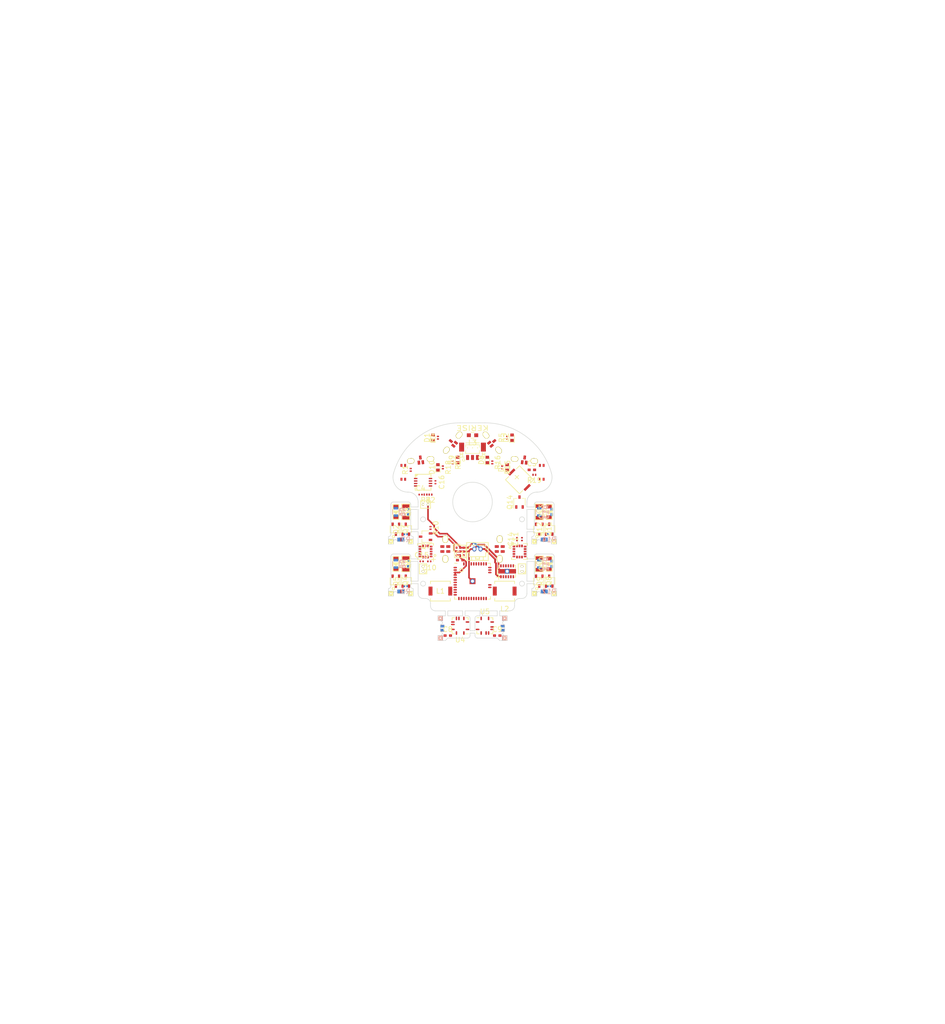
<source format=kicad_pcb>
(kicad_pcb (version 20171130) (host pcbnew "(5.0.0)")

  (general
    (thickness 0.6)
    (drawings 229)
    (tracks 59)
    (zones 0)
    (modules 88)
    (nets 96)
  )

  (page A4)
  (layers
    (0 F.Cu signal)
    (31 B.Cu signal)
    (32 B.Adhes user)
    (33 F.Adhes user)
    (34 B.Paste user)
    (35 F.Paste user)
    (36 B.SilkS user)
    (37 F.SilkS user)
    (38 B.Mask user)
    (39 F.Mask user)
    (40 Dwgs.User user)
    (41 Cmts.User user)
    (42 Eco1.User user)
    (43 Eco2.User user)
    (44 Edge.Cuts user)
    (45 Margin user)
    (46 B.CrtYd user)
    (47 F.CrtYd user)
    (48 B.Fab user)
    (49 F.Fab user)
  )

  (setup
    (last_trace_width 0.15)
    (user_trace_width 0.15)
    (user_trace_width 0.2)
    (user_trace_width 0.24)
    (user_trace_width 0.32)
    (user_trace_width 0.36)
    (user_trace_width 0.4)
    (trace_clearance 0.15)
    (zone_clearance 0.508)
    (zone_45_only yes)
    (trace_min 0.15)
    (segment_width 0.2)
    (edge_width 0.1)
    (via_size 0.6)
    (via_drill 0.3)
    (via_min_size 0.5)
    (via_min_drill 0.3)
    (user_via 0.5 0.3)
    (user_via 0.6 0.3)
    (user_via 0.7 0.4)
    (uvia_size 0.3)
    (uvia_drill 0.1)
    (uvias_allowed no)
    (uvia_min_size 0.2)
    (uvia_min_drill 0.1)
    (pcb_text_width 0.3)
    (pcb_text_size 1.5 1.5)
    (mod_edge_width 0.15)
    (mod_text_size 1 1)
    (mod_text_width 0.15)
    (pad_size 0.6 0.25)
    (pad_drill 0)
    (pad_to_mask_clearance 0)
    (aux_axis_origin 148.5 113)
    (grid_origin 148.5 113)
    (visible_elements 7FFDFFFF)
    (pcbplotparams
      (layerselection 0x010f0_80000001)
      (usegerberextensions true)
      (usegerberattributes false)
      (usegerberadvancedattributes false)
      (creategerberjobfile false)
      (excludeedgelayer true)
      (linewidth 0.100000)
      (plotframeref false)
      (viasonmask false)
      (mode 1)
      (useauxorigin false)
      (hpglpennumber 1)
      (hpglpenspeed 20)
      (hpglpendiameter 15.000000)
      (psnegative false)
      (psa4output false)
      (plotreference true)
      (plotvalue true)
      (plotinvisibletext false)
      (padsonsilk false)
      (subtractmaskfromsilk true)
      (outputformat 1)
      (mirror false)
      (drillshape 0)
      (scaleselection 1)
      (outputdirectory "gerber"))
  )

  (net 0 "")
  (net 1 GND)
  (net 2 +3V3)
  (net 3 +BATT)
  (net 4 /IR_RCV_FL/s_IR_RCV)
  (net 5 /IR_RCV_FL/LED_to_C)
  (net 6 /IR_RCV_FL/s_GND)
  (net 7 /IR_RCV_FR/s_IR_RCV)
  (net 8 /IR_RCV_FR/LED_to_C)
  (net 9 /IR_RCV_FR/s_GND)
  (net 10 /IR_RCV_SR/s_IR_RCV)
  (net 11 /IR_RCV_SR/LED_to_C)
  (net 12 /IR_RCV_SR/s_GND)
  (net 13 "Net-(D1-Pad2)")
  (net 14 /IR_RCV_FL/s_3.3V)
  (net 15 /IR_RCV_FL/LED_to_FET)
  (net 16 /IR_RCV_FR/s_3.3V)
  (net 17 /IR_RCV_FR/LED_to_FET)
  (net 18 /IR_RCV_SR/s_3.3V)
  (net 19 /IR_RCV_SR/LED_to_FET)
  (net 20 /Motor/MT_OUT_L1)
  (net 21 /Motor/MT_OUT_L2)
  (net 22 /Motor/MT_OUT_R1)
  (net 23 /Motor/MT_OUT_R2)
  (net 24 PR-RCV-SL)
  (net 25 PR-RCV-FL)
  (net 26 /IR_RCV_FL/s_IR_LED)
  (net 27 PR-RCV-FR)
  (net 28 /IR_RCV_FR/s_IR_LED)
  (net 29 PR-RCV-SR)
  (net 30 /IR_RCV_SR/s_IR_LED)
  (net 31 UART-RX)
  (net 32 UART-TX)
  (net 33 SPEAKER)
  (net 34 FAN)
  (net 35 BAT-VOL)
  (net 36 BUTTON)
  (net 37 MT-IN-L1)
  (net 38 MT-IN-L2)
  (net 39 MT-IN-R1)
  (net 40 MT-IN-R2)
  (net 41 /IR_RCV_SL/s_IR_RCV)
  (net 42 /IR_RCV_SL/LED_to_C)
  (net 43 /IR_RCV_SL/s_GND)
  (net 44 /IR_RCV_SL/s_3.3V)
  (net 45 /IR_RCV_SL/LED_to_FET)
  (net 46 /IR_RCV_SL/s_IR_LED)
  (net 47 /Fan/fan_to_fet)
  (net 48 /Encoder_R/s_VDD)
  (net 49 /Encoder_R/s_GND)
  (net 50 /Encoder_L/s_VDD)
  (net 51 /Encoder_L/s_GND)
  (net 52 SPI-SCLK)
  (net 53 SPI-MOSI)
  (net 54 /Encoder_R/s_CS)
  (net 55 /Encoder_R/s_SCLK)
  (net 56 /Encoder_R/s_MISO)
  (net 57 /Encoder_R/s_MOSI)
  (net 58 I2C-SDA)
  (net 59 I2C-SCL)
  (net 60 SPI-MISO)
  (net 61 /Encoder_L/s_CS)
  (net 62 /Encoder_L/s_SCLK)
  (net 63 /Encoder_L/s_MISO)
  (net 64 /Encoder_L/s_MOSI)
  (net 65 PR-LED-SL)
  (net 66 PR-LED-SR)
  (net 67 VDDA)
  (net 68 /IR_RCV_SL/s_AVDD)
  (net 69 /IR_RCV_SR/s_AVDD)
  (net 70 /IR_RCV_FL/s_AVDD)
  (net 71 /IR_RCV_FR/s_AVDD)
  (net 72 "Net-(R1-Pad1)")
  (net 73 PR-LED-FL)
  (net 74 PR-LED-FR)
  (net 75 "Net-(D7-Pad1)")
  (net 76 "Net-(D8-Pad1)")
  (net 77 "Net-(D9-Pad1)")
  (net 78 "Net-(R17-Pad2)")
  (net 79 "Net-(R18-Pad2)")
  (net 80 "Net-(D2-Pad2)")
  (net 81 "Net-(D10-Pad1)")
  (net 82 "Net-(Q1-Pad2)")
  (net 83 "Net-(Q4-Pad2)")
  (net 84 "Net-(Q8-Pad2)")
  (net 85 "Net-(Q11-Pad2)")
  (net 86 /Motor/MT_OUT_L_L)
  (net 87 /Motor/MT_OUT_L_R)
  (net 88 "Net-(LS1-Pad2)")
  (net 89 "Net-(Q14-Pad3)")
  (net 90 "Net-(C11-Pad1)")
  (net 91 "Net-(C15-Pad1)")
  (net 92 "Net-(R15-Pad2)")
  (net 93 "Net-(R16-Pad2)")
  (net 94 SPI-CS-ENC_R)
  (net 95 SPI-CS-ENC_L)

  (net_class Default "これは標準のネット クラスです。"
    (clearance 0.15)
    (trace_width 0.15)
    (via_dia 0.6)
    (via_drill 0.3)
    (uvia_dia 0.3)
    (uvia_drill 0.1)
    (add_net /Encoder_L/s_CS)
    (add_net /Encoder_L/s_GND)
    (add_net /Encoder_L/s_MISO)
    (add_net /Encoder_L/s_MOSI)
    (add_net /Encoder_L/s_SCLK)
    (add_net /Encoder_L/s_VDD)
    (add_net /Encoder_R/s_CS)
    (add_net /Encoder_R/s_GND)
    (add_net /Encoder_R/s_MISO)
    (add_net /Encoder_R/s_MOSI)
    (add_net /Encoder_R/s_SCLK)
    (add_net /Encoder_R/s_VDD)
    (add_net /IR_RCV_FL/s_AVDD)
    (add_net /IR_RCV_FL/s_IR_LED)
    (add_net /IR_RCV_FL/s_IR_RCV)
    (add_net /IR_RCV_FR/s_AVDD)
    (add_net /IR_RCV_FR/s_IR_LED)
    (add_net /IR_RCV_FR/s_IR_RCV)
    (add_net /IR_RCV_SL/s_AVDD)
    (add_net /IR_RCV_SL/s_IR_LED)
    (add_net /IR_RCV_SL/s_IR_RCV)
    (add_net /IR_RCV_SR/s_AVDD)
    (add_net /IR_RCV_SR/s_IR_LED)
    (add_net /IR_RCV_SR/s_IR_RCV)
    (add_net BAT-VOL)
    (add_net BUTTON)
    (add_net FAN)
    (add_net I2C-SCL)
    (add_net I2C-SDA)
    (add_net MT-IN-L1)
    (add_net MT-IN-L2)
    (add_net MT-IN-R1)
    (add_net MT-IN-R2)
    (add_net "Net-(C11-Pad1)")
    (add_net "Net-(C15-Pad1)")
    (add_net "Net-(D1-Pad2)")
    (add_net "Net-(D10-Pad1)")
    (add_net "Net-(D2-Pad2)")
    (add_net "Net-(D7-Pad1)")
    (add_net "Net-(D8-Pad1)")
    (add_net "Net-(D9-Pad1)")
    (add_net "Net-(LS1-Pad2)")
    (add_net "Net-(Q1-Pad2)")
    (add_net "Net-(Q11-Pad2)")
    (add_net "Net-(Q14-Pad3)")
    (add_net "Net-(Q4-Pad2)")
    (add_net "Net-(Q8-Pad2)")
    (add_net "Net-(R1-Pad1)")
    (add_net "Net-(R15-Pad2)")
    (add_net "Net-(R16-Pad2)")
    (add_net "Net-(R17-Pad2)")
    (add_net "Net-(R18-Pad2)")
    (add_net PR-LED-FL)
    (add_net PR-LED-FR)
    (add_net PR-LED-SL)
    (add_net PR-LED-SR)
    (add_net SPEAKER)
    (add_net SPI-CS-ENC_L)
    (add_net SPI-CS-ENC_R)
    (add_net SPI-MISO)
    (add_net SPI-MOSI)
    (add_net SPI-SCLK)
    (add_net UART-RX)
    (add_net UART-TX)
    (add_net VDDA)
  )

  (net_class 3.3V ""
    (clearance 0.15)
    (trace_width 0.16)
    (via_dia 0.6)
    (via_drill 0.3)
    (uvia_dia 0.3)
    (uvia_drill 0.1)
    (add_net +3V3)
  )

  (net_class Analog ""
    (clearance 0.15)
    (trace_width 0.15)
    (via_dia 0.6)
    (via_drill 0.3)
    (uvia_dia 0.3)
    (uvia_drill 0.1)
    (add_net PR-RCV-FL)
    (add_net PR-RCV-FR)
    (add_net PR-RCV-SL)
    (add_net PR-RCV-SR)
  )

  (net_class Antena ""
    (clearance 0.15)
    (trace_width 0.2)
    (via_dia 0.6)
    (via_drill 0.3)
    (uvia_dia 0.3)
    (uvia_drill 0.1)
  )

  (net_class BATT ""
    (clearance 0.15)
    (trace_width 0.15)
    (via_dia 0.6)
    (via_drill 0.3)
    (uvia_dia 0.3)
    (uvia_drill 0.1)
    (add_net +BATT)
  )

  (net_class GND ""
    (clearance 0.15)
    (trace_width 0.16)
    (via_dia 0.6)
    (via_drill 0.3)
    (uvia_dia 0.3)
    (uvia_drill 0.1)
    (add_net GND)
  )

  (net_class LED ""
    (clearance 0.15)
    (trace_width 0.2)
    (via_dia 0.6)
    (via_drill 0.3)
    (uvia_dia 0.3)
    (uvia_drill 0.1)
    (add_net /IR_RCV_FL/LED_to_C)
    (add_net /IR_RCV_FL/LED_to_FET)
    (add_net /IR_RCV_FL/s_3.3V)
    (add_net /IR_RCV_FL/s_GND)
    (add_net /IR_RCV_FR/LED_to_C)
    (add_net /IR_RCV_FR/LED_to_FET)
    (add_net /IR_RCV_FR/s_3.3V)
    (add_net /IR_RCV_FR/s_GND)
    (add_net /IR_RCV_SL/LED_to_C)
    (add_net /IR_RCV_SL/LED_to_FET)
    (add_net /IR_RCV_SL/s_3.3V)
    (add_net /IR_RCV_SL/s_GND)
    (add_net /IR_RCV_SR/LED_to_C)
    (add_net /IR_RCV_SR/LED_to_FET)
    (add_net /IR_RCV_SR/s_3.3V)
    (add_net /IR_RCV_SR/s_GND)
  )

  (net_class Motor ""
    (clearance 0.15)
    (trace_width 0.24)
    (via_dia 0.6)
    (via_drill 0.3)
    (uvia_dia 0.3)
    (uvia_drill 0.1)
    (add_net /Fan/fan_to_fet)
    (add_net /Motor/MT_OUT_L1)
    (add_net /Motor/MT_OUT_L2)
    (add_net /Motor/MT_OUT_L_L)
    (add_net /Motor/MT_OUT_L_R)
    (add_net /Motor/MT_OUT_R1)
    (add_net /Motor/MT_OUT_R2)
  )

  (module Capacitors_SMD:C_0402_NoSilk (layer F.Cu) (tedit 58AA8408) (tstamp 5BB1DBA5)
    (at 153.5 130)
    (descr "Capacitor SMD 0402, reflow soldering, AVX (see smccp.pdf)")
    (tags "capacitor 0402")
    (path /59347BCD/5B900E09)
    (attr smd)
    (fp_text reference C9 (at 0 -1.27) (layer F.SilkS)
      (effects (font (size 1 1) (thickness 0.15)))
    )
    (fp_text value 1u (at 0 1.27) (layer F.Fab)
      (effects (font (size 1 1) (thickness 0.15)))
    )
    (fp_line (start 1 0.4) (end -1 0.4) (layer F.CrtYd) (width 0.05))
    (fp_line (start 1 0.4) (end 1 -0.4) (layer F.CrtYd) (width 0.05))
    (fp_line (start -1 -0.4) (end -1 0.4) (layer F.CrtYd) (width 0.05))
    (fp_line (start -1 -0.4) (end 1 -0.4) (layer F.CrtYd) (width 0.05))
    (fp_line (start -0.5 -0.25) (end 0.5 -0.25) (layer F.Fab) (width 0.1))
    (fp_line (start 0.5 -0.25) (end 0.5 0.25) (layer F.Fab) (width 0.1))
    (fp_line (start 0.5 0.25) (end -0.5 0.25) (layer F.Fab) (width 0.1))
    (fp_line (start -0.5 0.25) (end -0.5 -0.25) (layer F.Fab) (width 0.1))
    (fp_text user %R (at 0 -1.27) (layer F.Fab)
      (effects (font (size 1 1) (thickness 0.15)))
    )
    (pad 2 smd rect (at 0.55 0) (size 0.6 0.5) (layers F.Cu F.Paste F.Mask)
      (net 51 /Encoder_L/s_GND))
    (pad 1 smd rect (at -0.55 0) (size 0.6 0.5) (layers F.Cu F.Paste F.Mask)
      (net 50 /Encoder_L/s_VDD))
    (model Capacitors_SMD.3dshapes/C_0402.wrl
      (at (xyz 0 0 0))
      (scale (xyz 1 1 1))
      (rotate (xyz 0 0 0))
    )
  )

  (module mouse:STAND_SLAVE_06 (layer B.Cu) (tedit 5A1AB280) (tstamp 5B6EF749)
    (at 155 128.5 270)
    (path /59347BCD/5B6F8513)
    (fp_text reference J12 (at 0 1.5 270) (layer B.SilkS) hide
      (effects (font (size 1 1) (thickness 0.15)) (justify mirror))
    )
    (fp_text value ENC_Slave (at 0 1.5 270) (layer B.Fab)
      (effects (font (size 1 1) (thickness 0.15)) (justify mirror))
    )
    (pad 5 smd rect (at 0.4 0.4 270) (size 0.5 0.8) (layers F.Cu F.Paste F.Mask)
      (net 63 /Encoder_L/s_MISO))
    (pad 2 smd rect (at -0.4 0.4 270) (size 0.5 0.8) (layers B.Cu B.Paste B.Mask)
      (net 61 /Encoder_L/s_CS))
    (pad 6 thru_hole rect (at 2 0 270) (size 1 1) (drill 0.3) (layers *.Cu *.Mask B.SilkS)
      (net 51 /Encoder_L/s_GND))
    (pad 1 thru_hole rect (at -2 0 270) (size 1 1) (drill 0.3) (layers *.Cu *.Mask B.SilkS)
      (net 50 /Encoder_L/s_VDD))
    (pad 4 smd rect (at 0.4 0.4 270) (size 0.5 0.8) (layers B.Cu B.Paste B.Mask)
      (net 64 /Encoder_L/s_MOSI))
    (pad 3 smd rect (at -0.4 0.4 270) (size 0.5 0.8) (layers F.Cu F.Paste F.Mask)
      (net 62 /Encoder_L/s_SCLK))
  )

  (module mouse:STAND_SLAVE_06 (layer B.Cu) (tedit 5A1AB280) (tstamp 5BA67E3E)
    (at 142 128.5 90)
    (path /592ADBF2/5B6F8513)
    (fp_text reference J10 (at 0 1.5 90) (layer B.SilkS) hide
      (effects (font (size 1 1) (thickness 0.15)) (justify mirror))
    )
    (fp_text value ENC_Slave (at 0 1.5 90) (layer B.Fab)
      (effects (font (size 1 1) (thickness 0.15)) (justify mirror))
    )
    (pad 5 smd rect (at 0.4 0.4 90) (size 0.5 0.8) (layers F.Cu F.Paste F.Mask)
      (net 56 /Encoder_R/s_MISO))
    (pad 2 smd rect (at -0.4 0.4 90) (size 0.5 0.8) (layers B.Cu B.Paste B.Mask)
      (net 54 /Encoder_R/s_CS))
    (pad 6 thru_hole rect (at 2 0 90) (size 1 1) (drill 0.3) (layers *.Cu *.Mask B.SilkS)
      (net 49 /Encoder_R/s_GND))
    (pad 1 thru_hole rect (at -2 0 90) (size 1 1) (drill 0.3) (layers *.Cu *.Mask B.SilkS)
      (net 48 /Encoder_R/s_VDD))
    (pad 4 smd rect (at 0.4 0.4 90) (size 0.5 0.8) (layers B.Cu B.Paste B.Mask)
      (net 57 /Encoder_R/s_MOSI))
    (pad 3 smd rect (at -0.4 0.4 90) (size 0.5 0.8) (layers F.Cu F.Paste F.Mask)
      (net 55 /Encoder_R/s_SCLK))
  )

  (module mouse:LXDC2UR (layer F.Cu) (tedit 5A531B6B) (tstamp 5B90DF9E)
    (at 146 113 90)
    (path /57CA15C1/592A4EE7)
    (fp_text reference U3 (at 0 0.5 90) (layer F.Fab)
      (effects (font (size 1 1) (thickness 0.15)))
    )
    (fp_text value LXDC2UR30 (at 0 -0.5 90) (layer F.Fab)
      (effects (font (size 1 1) (thickness 0.15)))
    )
    (fp_line (start 1.25 -1.15) (end -1.25 -1.15) (layer F.SilkS) (width 0.15))
    (fp_line (start 1.25 1.15) (end 1.25 -1.15) (layer F.SilkS) (width 0.15))
    (fp_line (start -1.25 1.15) (end 1.25 1.15) (layer F.SilkS) (width 0.15))
    (fp_line (start -1.25 -1.15) (end -1.25 1.15) (layer F.SilkS) (width 0.15))
    (fp_line (start 1.5 -1.4) (end 1.5 0) (layer F.SilkS) (width 0.15))
    (fp_line (start 0 -1.4) (end 1.5 -1.4) (layer F.SilkS) (width 0.15))
    (pad 1 smd rect (at 0.775 -0.725 90) (size 0.45 0.35) (layers F.Cu F.Paste F.Mask))
    (pad 9 smd rect (at 0 0 90) (size 0.45 0.35) (layers F.Cu F.Paste F.Mask)
      (net 1 GND))
    (pad 8 smd rect (at 0.775 0 90) (size 0.45 0.35) (layers F.Cu F.Paste F.Mask)
      (net 3 +BATT))
    (pad 7 smd rect (at 0.775 0.725 90) (size 0.45 0.35) (layers F.Cu F.Paste F.Mask)
      (net 3 +BATT))
    (pad 6 smd rect (at 0 0.725 90) (size 0.45 0.35) (layers F.Cu F.Paste F.Mask)
      (net 1 GND))
    (pad 5 smd rect (at -0.775 0.725 90) (size 0.45 0.35) (layers F.Cu F.Paste F.Mask)
      (net 3 +BATT))
    (pad 4 smd rect (at -0.775 0 90) (size 0.45 0.35) (layers F.Cu F.Paste F.Mask)
      (net 2 +3V3))
    (pad 3 smd rect (at -0.775 -0.725 90) (size 0.45 0.35) (layers F.Cu F.Paste F.Mask)
      (net 2 +3V3))
    (pad 2 smd rect (at 0 -0.725 90) (size 0.45 0.35) (layers F.Cu F.Paste F.Mask)
      (net 1 GND))
  )

  (module mouse:ESP32-PICO-D4 (layer F.Cu) (tedit 5B730756) (tstamp 5B8FBFB9)
    (at 148.5 119)
    (descr "UK Package; 48-Lead Plastic QFN (7mm x 7mm); (see Linear Technology QFN_48_05-08-1704.pdf)")
    (tags "QFN 0.5")
    (path /5A515B41)
    (attr smd)
    (fp_text reference U1 (at 0 -4.75) (layer F.Fab)
      (effects (font (size 1 1) (thickness 0.15)))
    )
    (fp_text value ESP32-PICO-D4 (at 0 4.75) (layer F.Fab)
      (effects (font (size 1 1) (thickness 0.15)))
    )
    (fp_circle (center -2.25 -2.25) (end -2 -2.5) (layer F.SilkS) (width 0.15))
    (fp_line (start -2.5 -3.5) (end 3.5 -3.5) (layer F.Fab) (width 0.15))
    (fp_line (start 3.5 -3.5) (end 3.5 3.5) (layer F.Fab) (width 0.15))
    (fp_line (start 3.5 3.5) (end -3.5 3.5) (layer F.Fab) (width 0.15))
    (fp_line (start -3.5 3.5) (end -3.5 -2.5) (layer F.Fab) (width 0.15))
    (fp_line (start -3.5 -2.5) (end -2.5 -3.5) (layer F.Fab) (width 0.15))
    (fp_line (start -4 -4) (end -4 4) (layer F.CrtYd) (width 0.05))
    (fp_line (start 4 -4) (end 4 4) (layer F.CrtYd) (width 0.05))
    (fp_line (start -4 -4) (end 4 -4) (layer F.CrtYd) (width 0.05))
    (fp_line (start -4 4) (end 4 4) (layer F.CrtYd) (width 0.05))
    (fp_line (start 3.625 -3.625) (end 3.625 -3.1) (layer F.SilkS) (width 0.15))
    (fp_line (start -3.625 3.625) (end -3.625 3.1) (layer F.SilkS) (width 0.15))
    (fp_line (start 3.625 3.625) (end 3.625 3.1) (layer F.SilkS) (width 0.15))
    (fp_line (start -3.625 -3.625) (end -3.1 -3.625) (layer F.SilkS) (width 0.15))
    (fp_line (start -3.625 3.625) (end -3.1 3.625) (layer F.SilkS) (width 0.15))
    (fp_line (start 3.625 3.625) (end 3.1 3.625) (layer F.SilkS) (width 0.15))
    (fp_line (start 3.625 -3.625) (end 3.1 -3.625) (layer F.SilkS) (width 0.15))
    (pad 1 smd oval (at -3.5 -2.75) (size 0.7 0.3) (layers F.Cu F.Paste F.Mask)
      (net 67 VDDA))
    (pad 37 smd oval (at 2.75 -3.5 90) (size 0.7 0.3) (layers F.Cu F.Paste F.Mask)
      (net 2 +3V3))
    (pad 49 smd rect (at 0 0) (size 1.2 1.2) (layers F.Cu F.Paste F.Mask)
      (net 1 GND) (solder_paste_margin_ratio -0.2))
    (pad 49 thru_hole circle (at 0 0) (size 0.9 0.9) (drill 0.6) (layers *.Cu *.Mask)
      (net 1 GND))
    (pad 13 smd oval (at -2.75 3.5) (size 0.3 0.7) (layers F.Cu F.Paste F.Mask)
      (net 38 MT-IN-L2))
    (pad 2 smd oval (at -3.5 -2.25) (size 0.7 0.3) (layers F.Cu F.Paste F.Mask))
    (pad 3 smd oval (at -3.5 -1.75) (size 0.7 0.3) (layers F.Cu F.Paste F.Mask)
      (net 2 +3V3))
    (pad 4 smd oval (at -3.5 -1.25) (size 0.7 0.3) (layers F.Cu F.Paste F.Mask)
      (net 2 +3V3))
    (pad 5 smd oval (at -3.5 -0.75) (size 0.7 0.3) (layers F.Cu F.Paste F.Mask)
      (net 24 PR-RCV-SL))
    (pad 6 smd oval (at -3.5 -0.25) (size 0.7 0.3) (layers F.Cu F.Paste F.Mask)
      (net 29 PR-RCV-SR))
    (pad 7 smd oval (at -3.5 0.25) (size 0.7 0.3) (layers F.Cu F.Paste F.Mask)
      (net 25 PR-RCV-FL))
    (pad 8 smd oval (at -3.5 0.75) (size 0.7 0.3) (layers F.Cu F.Paste F.Mask)
      (net 27 PR-RCV-FR))
    (pad 9 smd oval (at -3.5 1.25) (size 0.7 0.3) (layers F.Cu F.Paste F.Mask)
      (net 72 "Net-(R1-Pad1)"))
    (pad 10 smd oval (at -3.5 1.75) (size 0.7 0.3) (layers F.Cu F.Paste F.Mask))
    (pad 11 smd oval (at -3.5 2.25) (size 0.7 0.3) (layers F.Cu F.Paste F.Mask)
      (net 35 BAT-VOL))
    (pad 12 smd oval (at -3.5 2.75) (size 0.7 0.3) (layers F.Cu F.Paste F.Mask)
      (net 37 MT-IN-L1))
    (pad 14 smd oval (at -2.25 3.5) (size 0.3 0.7) (layers F.Cu F.Paste F.Mask)
      (net 33 SPEAKER))
    (pad 15 smd oval (at -1.75 3.5) (size 0.3 0.7) (layers F.Cu F.Paste F.Mask))
    (pad 16 smd oval (at -1.25 3.5) (size 0.3 0.7) (layers F.Cu F.Paste F.Mask))
    (pad 17 smd oval (at -0.75 3.5) (size 0.3 0.7) (layers F.Cu F.Paste F.Mask)
      (net 73 PR-LED-FL))
    (pad 18 smd oval (at -0.25 3.5) (size 0.3 0.7) (layers F.Cu F.Paste F.Mask)
      (net 65 PR-LED-SL))
    (pad 19 smd oval (at 0.25 3.5) (size 0.3 0.7) (layers F.Cu F.Paste F.Mask)
      (net 2 +3V3))
    (pad 20 smd oval (at 0.75 3.5) (size 0.3 0.7) (layers F.Cu F.Paste F.Mask)
      (net 66 PR-LED-SR))
    (pad 21 smd oval (at 1.25 3.5) (size 0.3 0.7) (layers F.Cu F.Paste F.Mask)
      (net 74 PR-LED-FR))
    (pad 22 smd oval (at 1.75 3.5) (size 0.3 0.7) (layers F.Cu F.Paste F.Mask)
      (net 53 SPI-MOSI))
    (pad 23 smd oval (at 2.25 3.5) (size 0.3 0.7) (layers F.Cu F.Paste F.Mask)
      (net 36 BUTTON))
    (pad 24 smd oval (at 2.75 3.5) (size 0.3 0.7) (layers F.Cu F.Paste F.Mask)
      (net 95 SPI-CS-ENC_L))
    (pad 28 smd oval (at 3.5 1.25) (size 0.7 0.3) (layers F.Cu F.Paste F.Mask)
      (net 52 SPI-SCLK))
    (pad 29 smd oval (at 3.5 0.75) (size 0.7 0.3) (layers F.Cu F.Paste F.Mask)
      (net 60 SPI-MISO))
    (pad 34 smd oval (at 3.5 -1.75) (size 0.7 0.3) (layers F.Cu F.Paste F.Mask)
      (net 94 SPI-CS-ENC_R))
    (pad 35 smd oval (at 3.5 -2.25) (size 0.7 0.3) (layers F.Cu F.Paste F.Mask)
      (net 39 MT-IN-R1))
    (pad 36 smd oval (at 3.5 -2.75) (size 0.7 0.3) (layers F.Cu F.Paste F.Mask)
      (net 34 FAN))
    (pad 38 smd oval (at 2.25 -3.5 90) (size 0.7 0.3) (layers F.Cu F.Paste F.Mask)
      (net 40 MT-IN-R2))
    (pad 39 smd oval (at 1.75 -3.5 90) (size 0.7 0.3) (layers F.Cu F.Paste F.Mask)
      (net 59 I2C-SCL))
    (pad 40 smd oval (at 1.25 -3.5 90) (size 0.7 0.3) (layers F.Cu F.Paste F.Mask)
      (net 31 UART-RX))
    (pad 41 smd oval (at 0.75 -3.5 90) (size 0.7 0.3) (layers F.Cu F.Paste F.Mask)
      (net 32 UART-TX))
    (pad 42 smd oval (at 0.25 -3.5 90) (size 0.7 0.3) (layers F.Cu F.Paste F.Mask)
      (net 58 I2C-SDA))
    (pad 43 smd oval (at -0.25 -3.5 90) (size 0.7 0.3) (layers F.Cu F.Paste F.Mask)
      (net 67 VDDA))
    (pad 46 smd oval (at -1.75 -3.5 90) (size 0.7 0.3) (layers F.Cu F.Paste F.Mask)
      (net 67 VDDA))
    (model ${KISYS3DMOD}/Housings_DFN_QFN.3dshapes/QFN-48-1EP_7x7mm_Pitch0.5mm.wrl
      (at (xyz 0 0 0))
      (scale (xyz 1 1 1))
      (rotate (xyz 0 0 0))
    )
  )

  (module mouse:SMD_conn_2 (layer F.Cu) (tedit 5B6F8F9B) (tstamp 5B6EF689)
    (at 138.5 116.5 90)
    (path /57CA18F6/5B6F504A)
    (fp_text reference J1 (at 0 -1.5 90) (layer F.Fab)
      (effects (font (size 1 1) (thickness 0.15)))
    )
    (fp_text value Motor_L (at 0 1.75 90) (layer F.Fab)
      (effects (font (size 1 1) (thickness 0.15)))
    )
    (fp_line (start 1 0.75) (end 1 -0.75) (layer F.SilkS) (width 0.15))
    (fp_line (start -1 -0.75) (end 1 -0.75) (layer F.SilkS) (width 0.15))
    (fp_line (start -1 0.75) (end -1 -0.75) (layer F.SilkS) (width 0.15))
    (fp_line (start -1 0.75) (end 1 0.75) (layer F.SilkS) (width 0.15))
    (fp_line (start -0.5 0.75) (end -1 0.25) (layer F.SilkS) (width 0.15))
    (pad 2 thru_hole oval (at 0.5 0 90) (size 0.4 0.6) (drill 0.3) (layers *.Cu *.Mask F.SilkS)
      (net 21 /Motor/MT_OUT_L2))
    (pad 1 thru_hole oval (at -0.5 0 90) (size 0.4 0.6) (drill 0.3) (layers *.Cu *.Mask F.SilkS)
      (net 20 /Motor/MT_OUT_L1))
  )

  (module mouse:SMD_conn_2 (layer F.Cu) (tedit 5B6F8F9B) (tstamp 5B8EA30A)
    (at 158.5 116.5 90)
    (path /57CA18F6/5B6F50A6)
    (fp_text reference J2 (at 0 -1.5 90) (layer F.Fab)
      (effects (font (size 1 1) (thickness 0.15)))
    )
    (fp_text value Motor_R (at 0 1.75 90) (layer F.Fab)
      (effects (font (size 1 1) (thickness 0.15)))
    )
    (fp_line (start 1 0.75) (end 1 -0.75) (layer F.SilkS) (width 0.15))
    (fp_line (start -1 -0.75) (end 1 -0.75) (layer F.SilkS) (width 0.15))
    (fp_line (start -1 0.75) (end -1 -0.75) (layer F.SilkS) (width 0.15))
    (fp_line (start -1 0.75) (end 1 0.75) (layer F.SilkS) (width 0.15))
    (fp_line (start -0.5 0.75) (end -1 0.25) (layer F.SilkS) (width 0.15))
    (pad 2 thru_hole oval (at 0.5 0 90) (size 0.4 0.6) (drill 0.3) (layers *.Cu *.Mask F.SilkS)
      (net 23 /Motor/MT_OUT_R2))
    (pad 1 thru_hole oval (at -0.5 0 90) (size 0.4 0.6) (drill 0.3) (layers *.Cu *.Mask F.SilkS)
      (net 22 /Motor/MT_OUT_R1))
  )

  (module mouse:SMD_conn_2 (layer F.Cu) (tedit 5B6F8F9B) (tstamp 5B6EF713)
    (at 139 103.5 180)
    (path /58AB634E/5B6F4A9E)
    (fp_text reference J8 (at 0 -1.5 180) (layer F.Fab)
      (effects (font (size 1 1) (thickness 0.15)))
    )
    (fp_text value Fan (at 0 1.75 180) (layer F.Fab)
      (effects (font (size 1 1) (thickness 0.15)))
    )
    (fp_line (start 1 0.75) (end 1 -0.75) (layer F.SilkS) (width 0.15))
    (fp_line (start -1 -0.75) (end 1 -0.75) (layer F.SilkS) (width 0.15))
    (fp_line (start -1 0.75) (end -1 -0.75) (layer F.SilkS) (width 0.15))
    (fp_line (start -1 0.75) (end 1 0.75) (layer F.SilkS) (width 0.15))
    (fp_line (start -0.5 0.75) (end -1 0.25) (layer F.SilkS) (width 0.15))
    (pad 2 thru_hole oval (at 0.5 0 180) (size 0.4 0.6) (drill 0.3) (layers *.Cu *.Mask F.SilkS)
      (net 47 /Fan/fan_to_fet))
    (pad 1 thru_hole oval (at -0.5 0 180) (size 0.4 0.6) (drill 0.3) (layers *.Cu *.Mask F.SilkS)
      (net 3 +BATT))
  )

  (module mouse:STAND_HOST_05 (layer F.Cu) (tedit 5B6EEFEF) (tstamp 5B6F12FE)
    (at 144.5 91 230)
    (path /57CF0B09/5B6F3B71)
    (fp_text reference J3 (at 0 0.5 230) (layer F.Fab)
      (effects (font (size 1 1) (thickness 0.15)))
    )
    (fp_text value Host (at 0 -0.5 230) (layer F.Fab)
      (effects (font (size 1 1) (thickness 0.15)))
    )
    (fp_line (start 20 90) (end 0 0) (layer B.Fab) (width 0.15))
    (fp_line (start 0 0) (end -20 90) (layer B.Fab) (width 0.15))
    (fp_line (start 0 0) (end 0 90) (layer B.Fab) (width 0.15))
    (fp_line (start 2.2 1.8) (end 2.6 1.8) (layer F.Fab) (width 0.15))
    (fp_line (start 2.6 1.8) (end 2.6 0.6) (layer F.Fab) (width 0.15))
    (fp_line (start 2.6 0.6) (end -2.6 0.6) (layer F.Fab) (width 0.15))
    (fp_line (start -0.200001 1.8) (end 0.2 1.8) (layer F.Fab) (width 0.15))
    (fp_line (start -2.6 0.6) (end -2.6 1.8) (layer F.Fab) (width 0.15))
    (fp_line (start -2.6 1.8) (end -2.2 1.8) (layer F.Fab) (width 0.15))
    (fp_line (start 0.2 1.8) (end 0.2 2.4) (layer F.Fab) (width 0.15))
    (fp_line (start 2.2 2.399999) (end 2.2 1.8) (layer F.Fab) (width 0.15))
    (fp_arc (start 1.2 2.4) (end 2.2 2.399999) (angle 90) (layer F.Fab) (width 0.15))
    (fp_arc (start 1.2 2.4) (end 1.199999 3.4) (angle 90) (layer F.Fab) (width 0.15))
    (fp_arc (start -1.2 2.400001) (end -1.2 3.4) (angle 90) (layer F.Fab) (width 0.15))
    (fp_arc (start -1.2 2.400001) (end -0.2 2.4) (angle 90) (layer F.Fab) (width 0.15))
    (fp_line (start -0.2 2.4) (end -0.200001 1.8) (layer F.Fab) (width 0.15))
    (fp_line (start -2.2 1.8) (end -2.2 2.4) (layer F.Fab) (width 0.15))
    (pad 1 thru_hole oval (at -2 0 230) (size 1.5 1.1) (drill oval 1.2 0.8) (layers *.Cu *.Mask F.SilkS)
      (net 2 +3V3))
    (pad 5 thru_hole oval (at 2 0 230) (size 1.5 1.1) (drill oval 1.2 0.8) (layers *.Cu *.Mask F.SilkS)
      (net 1 GND))
    (pad 2 smd rect (at -0.4 -0.5 230) (size 0.5 0.8) (layers F.Cu F.Paste F.Mask)
      (net 67 VDDA))
    (pad 3 smd rect (at 0 0.5 230) (size 0.5 0.8) (layers F.Cu F.Paste F.Mask)
      (net 65 PR-LED-SL))
    (pad 4 smd rect (at 0.4 -0.5 230) (size 0.5 0.8) (layers F.Cu F.Paste F.Mask)
      (net 24 PR-RCV-SL))
  )

  (module mouse:STAND_HOST_05 (layer F.Cu) (tedit 5B6EEFEF) (tstamp 5B6EFCF9)
    (at 152.5 91 130)
    (path /57CF2A30/5B6F3B71)
    (fp_text reference J5 (at 0 0.5 130) (layer F.Fab)
      (effects (font (size 1 1) (thickness 0.15)))
    )
    (fp_text value Host (at 0 -0.5 130) (layer F.Fab)
      (effects (font (size 1 1) (thickness 0.15)))
    )
    (fp_line (start -2.2 1.8) (end -2.2 2.4) (layer F.Fab) (width 0.15))
    (fp_line (start -0.2 2.4) (end -0.2 1.8) (layer F.Fab) (width 0.15))
    (fp_arc (start -1.2 2.4) (end -0.2 2.4) (angle 90) (layer F.Fab) (width 0.15))
    (fp_arc (start -1.2 2.4) (end -1.2 3.4) (angle 90) (layer F.Fab) (width 0.15))
    (fp_arc (start 1.2 2.4) (end 1.2 3.4) (angle 90) (layer F.Fab) (width 0.15))
    (fp_arc (start 1.2 2.4) (end 2.2 2.4) (angle 90) (layer F.Fab) (width 0.15))
    (fp_line (start 2.2 2.4) (end 2.2 1.8) (layer F.Fab) (width 0.15))
    (fp_line (start 0.2 1.8) (end 0.2 2.4) (layer F.Fab) (width 0.15))
    (fp_line (start -2.6 1.8) (end -2.2 1.8) (layer F.Fab) (width 0.15))
    (fp_line (start -2.6 0.6) (end -2.6 1.8) (layer F.Fab) (width 0.15))
    (fp_line (start -0.2 1.8) (end 0.2 1.8) (layer F.Fab) (width 0.15))
    (fp_line (start 2.6 0.6) (end -2.6 0.6) (layer F.Fab) (width 0.15))
    (fp_line (start 2.6 1.8) (end 2.6 0.6) (layer F.Fab) (width 0.15))
    (fp_line (start 2.2 1.8) (end 2.6 1.8) (layer F.Fab) (width 0.15))
    (fp_line (start 0 0) (end 0 90) (layer B.Fab) (width 0.15))
    (fp_line (start 0 0) (end -20 90) (layer B.Fab) (width 0.15))
    (fp_line (start 20 90) (end 0 0) (layer B.Fab) (width 0.15))
    (pad 4 smd rect (at 0.4 -0.5 130) (size 0.5 0.8) (layers F.Cu F.Paste F.Mask)
      (net 29 PR-RCV-SR))
    (pad 3 smd rect (at 0 0.5 130) (size 0.5 0.8) (layers F.Cu F.Paste F.Mask)
      (net 66 PR-LED-SR))
    (pad 2 smd rect (at -0.4 -0.5 130) (size 0.5 0.8) (layers F.Cu F.Paste F.Mask)
      (net 67 VDDA))
    (pad 5 thru_hole oval (at 2 0 130) (size 1.5 1.1) (drill oval 1.2 0.8) (layers *.Cu *.Mask F.SilkS)
      (net 1 GND))
    (pad 1 thru_hole oval (at -2 0 130) (size 1.5 1.1) (drill oval 1.2 0.8) (layers *.Cu *.Mask F.SilkS)
      (net 2 +3V3))
  )

  (module mouse:STAND_HOST_05 (layer F.Cu) (tedit 5B6EEFEF) (tstamp 5B85B37B)
    (at 138 94.5 186)
    (path /597E1B35/5B6F3B71)
    (fp_text reference J13 (at 0 0.5 186) (layer F.Fab)
      (effects (font (size 1 1) (thickness 0.15)))
    )
    (fp_text value Host (at 0 -0.5 186) (layer F.Fab)
      (effects (font (size 1 1) (thickness 0.15)))
    )
    (fp_line (start -2.2 1.8) (end -2.2 2.4) (layer F.Fab) (width 0.15))
    (fp_line (start -0.2 2.4) (end -0.2 1.8) (layer F.Fab) (width 0.15))
    (fp_arc (start -1.2 2.4) (end -0.2 2.4) (angle 90) (layer F.Fab) (width 0.15))
    (fp_arc (start -1.2 2.4) (end -1.199999 3.4) (angle 90) (layer F.Fab) (width 0.15))
    (fp_arc (start 1.2 2.4) (end 1.2 3.4) (angle 90) (layer F.Fab) (width 0.15))
    (fp_arc (start 1.2 2.4) (end 2.2 2.4) (angle 90) (layer F.Fab) (width 0.15))
    (fp_line (start 2.2 2.4) (end 2.2 1.8) (layer F.Fab) (width 0.15))
    (fp_line (start 0.2 1.8) (end 0.2 2.4) (layer F.Fab) (width 0.15))
    (fp_line (start -2.6 1.8) (end -2.2 1.8) (layer F.Fab) (width 0.15))
    (fp_line (start -2.6 0.6) (end -2.6 1.8) (layer F.Fab) (width 0.15))
    (fp_line (start -0.2 1.8) (end 0.2 1.8) (layer F.Fab) (width 0.15))
    (fp_line (start 2.6 0.6) (end -2.6 0.6) (layer F.Fab) (width 0.15))
    (fp_line (start 2.6 1.8) (end 2.6 0.6) (layer F.Fab) (width 0.15))
    (fp_line (start 2.2 1.8) (end 2.6 1.8) (layer F.Fab) (width 0.15))
    (fp_line (start 0 0) (end 0 90) (layer B.Fab) (width 0.15))
    (fp_line (start 0 0) (end -20 90) (layer B.Fab) (width 0.15))
    (fp_line (start 20 90) (end 0 0) (layer B.Fab) (width 0.15))
    (pad 4 smd rect (at 0.4 -0.5 186) (size 0.5 0.8) (layers F.Cu F.Paste F.Mask)
      (net 25 PR-RCV-FL))
    (pad 3 smd rect (at 0 0.5 186) (size 0.5 0.8) (layers F.Cu F.Paste F.Mask)
      (net 73 PR-LED-FL))
    (pad 2 smd rect (at -0.4 -0.5 186) (size 0.5 0.8) (layers F.Cu F.Paste F.Mask)
      (net 67 VDDA))
    (pad 5 thru_hole oval (at 2 0 186) (size 1.5 1.1) (drill oval 1.2 0.8) (layers *.Cu *.Mask F.SilkS)
      (net 1 GND))
    (pad 1 thru_hole oval (at -2 0 186) (size 1.5 1.1) (drill oval 1.2 0.8) (layers *.Cu *.Mask F.SilkS)
      (net 2 +3V3))
  )

  (module mouse:STAND_HOST_05 (layer F.Cu) (tedit 5B6EEFEF) (tstamp 5B6EFF49)
    (at 159 94.5 174)
    (path /597E1B39/5B6F3B71)
    (fp_text reference J15 (at 0 0.5 174) (layer F.Fab)
      (effects (font (size 1 1) (thickness 0.15)))
    )
    (fp_text value Host (at 0 -0.5 174) (layer F.Fab)
      (effects (font (size 1 1) (thickness 0.15)))
    )
    (fp_line (start 20 90) (end 0 0) (layer B.Fab) (width 0.15))
    (fp_line (start 0 0) (end -20 90) (layer B.Fab) (width 0.15))
    (fp_line (start 0 0) (end 0 90) (layer B.Fab) (width 0.15))
    (fp_line (start 2.2 1.8) (end 2.6 1.8) (layer F.Fab) (width 0.15))
    (fp_line (start 2.6 1.8) (end 2.6 0.6) (layer F.Fab) (width 0.15))
    (fp_line (start 2.6 0.6) (end -2.6 0.6) (layer F.Fab) (width 0.15))
    (fp_line (start -0.2 1.8) (end 0.2 1.8) (layer F.Fab) (width 0.15))
    (fp_line (start -2.6 0.6) (end -2.6 1.8) (layer F.Fab) (width 0.15))
    (fp_line (start -2.6 1.8) (end -2.2 1.8) (layer F.Fab) (width 0.15))
    (fp_line (start 0.2 1.8) (end 0.2 2.4) (layer F.Fab) (width 0.15))
    (fp_line (start 2.2 2.4) (end 2.2 1.8) (layer F.Fab) (width 0.15))
    (fp_arc (start 1.2 2.4) (end 2.2 2.4) (angle 90) (layer F.Fab) (width 0.15))
    (fp_arc (start 1.2 2.4) (end 1.2 3.4) (angle 90) (layer F.Fab) (width 0.15))
    (fp_arc (start -1.2 2.4) (end -1.2 3.4) (angle 90) (layer F.Fab) (width 0.15))
    (fp_arc (start -1.2 2.4) (end -0.2 2.4) (angle 90) (layer F.Fab) (width 0.15))
    (fp_line (start -0.2 2.4) (end -0.2 1.8) (layer F.Fab) (width 0.15))
    (fp_line (start -2.2 1.8) (end -2.2 2.4) (layer F.Fab) (width 0.15))
    (pad 1 thru_hole oval (at -2 0 174) (size 1.5 1.1) (drill oval 1.2 0.8) (layers *.Cu *.Mask F.SilkS)
      (net 2 +3V3))
    (pad 5 thru_hole oval (at 2 0 174) (size 1.5 1.1) (drill oval 1.2 0.8) (layers *.Cu *.Mask F.SilkS)
      (net 1 GND))
    (pad 2 smd rect (at -0.4 -0.5 174) (size 0.5 0.8) (layers F.Cu F.Paste F.Mask)
      (net 67 VDDA))
    (pad 3 smd rect (at 0 0.5 174) (size 0.5 0.8) (layers F.Cu F.Paste F.Mask)
      (net 74 PR-LED-FR))
    (pad 4 smd rect (at 0.4 -0.5 174) (size 0.5 0.8) (layers F.Cu F.Paste F.Mask)
      (net 27 PR-RCV-FR))
  )

  (module mouse:STAND_SLAVE_05 (layer F.Cu) (tedit 5B6EEF78) (tstamp 5B6EF791)
    (at 163 111)
    (path /597E1B39/5B6F3C20)
    (fp_text reference J16 (at 0 0.5) (layer F.Fab)
      (effects (font (size 1 1) (thickness 0.15)))
    )
    (fp_text value Slave (at 0 -0.5) (layer F.Fab)
      (effects (font (size 1 1) (thickness 0.15)))
    )
    (fp_circle (center -1.5 -1) (end -1.25 -1) (layer F.SilkS) (width 0.15))
    (pad 2 smd rect (at -0.4 -0.4) (size 0.6 0.8) (layers B.Cu B.Paste B.Mask)
      (net 71 /IR_RCV_FR/s_AVDD))
    (pad 1 thru_hole rect (at -2 0) (size 1 1) (drill 0.3) (layers *.Cu *.Mask F.SilkS)
      (net 16 /IR_RCV_FR/s_3.3V))
    (pad 5 thru_hole rect (at 2 0) (size 1 1) (drill 0.3) (layers *.Cu *.Mask F.SilkS)
      (net 9 /IR_RCV_FR/s_GND))
    (pad 3 smd rect (at 0 -0.4) (size 0.6 0.8) (layers F.Cu F.Paste F.Mask)
      (net 28 /IR_RCV_FR/s_IR_LED))
    (pad 4 smd rect (at 0.4 -0.4) (size 0.6 0.8) (layers B.Cu B.Paste B.Mask)
      (net 7 /IR_RCV_FR/s_IR_RCV))
  )

  (module mouse:STAND_SLAVE_05 (layer F.Cu) (tedit 5B6EEF78) (tstamp 5B6F1744)
    (at 134 111)
    (path /57CF0B09/5B6F3C20)
    (fp_text reference J4 (at 0 0.5) (layer F.Fab)
      (effects (font (size 1 1) (thickness 0.15)))
    )
    (fp_text value Slave (at 0 -0.5) (layer F.Fab)
      (effects (font (size 1 1) (thickness 0.15)))
    )
    (fp_circle (center -1.5 -1) (end -1.25 -1) (layer F.SilkS) (width 0.15))
    (pad 2 smd rect (at -0.4 -0.4) (size 0.6 0.8) (layers B.Cu B.Paste B.Mask)
      (net 68 /IR_RCV_SL/s_AVDD))
    (pad 1 thru_hole rect (at -2 0) (size 1 1) (drill 0.3) (layers *.Cu *.Mask F.SilkS)
      (net 44 /IR_RCV_SL/s_3.3V))
    (pad 5 thru_hole rect (at 2 0) (size 1 1) (drill 0.3) (layers *.Cu *.Mask F.SilkS)
      (net 43 /IR_RCV_SL/s_GND))
    (pad 3 smd rect (at 0 -0.4) (size 0.6 0.8) (layers F.Cu F.Paste F.Mask)
      (net 46 /IR_RCV_SL/s_IR_LED))
    (pad 4 smd rect (at 0.4 -0.4) (size 0.6 0.8) (layers B.Cu B.Paste B.Mask)
      (net 41 /IR_RCV_SL/s_IR_RCV))
  )

  (module mouse:STAND_SLAVE_05 (layer F.Cu) (tedit 5B6EEF78) (tstamp 5B6F02B1)
    (at 134 121.5)
    (path /57CF2A30/5B6F3C20)
    (fp_text reference J6 (at 0 0.5) (layer F.Fab)
      (effects (font (size 1 1) (thickness 0.15)))
    )
    (fp_text value Slave (at 0 -0.5) (layer F.Fab)
      (effects (font (size 1 1) (thickness 0.15)))
    )
    (fp_circle (center -1.5 -1) (end -1.25 -1) (layer F.SilkS) (width 0.15))
    (pad 2 smd rect (at -0.4 -0.4) (size 0.6 0.8) (layers B.Cu B.Paste B.Mask)
      (net 69 /IR_RCV_SR/s_AVDD))
    (pad 1 thru_hole rect (at -2 0) (size 1 1) (drill 0.3) (layers *.Cu *.Mask F.SilkS)
      (net 18 /IR_RCV_SR/s_3.3V))
    (pad 5 thru_hole rect (at 2 0) (size 1 1) (drill 0.3) (layers *.Cu *.Mask F.SilkS)
      (net 12 /IR_RCV_SR/s_GND))
    (pad 3 smd rect (at 0 -0.4) (size 0.6 0.8) (layers F.Cu F.Paste F.Mask)
      (net 30 /IR_RCV_SR/s_IR_LED))
    (pad 4 smd rect (at 0.4 -0.4) (size 0.6 0.8) (layers B.Cu B.Paste B.Mask)
      (net 10 /IR_RCV_SR/s_IR_RCV))
  )

  (module mouse:STAND_SLAVE_05 (layer F.Cu) (tedit 5B6EEF78) (tstamp 5B6F0242)
    (at 163 121.5)
    (path /597E1B35/5B6F3C20)
    (fp_text reference J14 (at 0 0.5) (layer F.Fab)
      (effects (font (size 1 1) (thickness 0.15)))
    )
    (fp_text value Slave (at 0 -0.5) (layer F.Fab)
      (effects (font (size 1 1) (thickness 0.15)))
    )
    (fp_circle (center -1.5 -1) (end -1.25 -1) (layer F.SilkS) (width 0.15))
    (pad 2 smd rect (at -0.4 -0.4) (size 0.6 0.8) (layers B.Cu B.Paste B.Mask)
      (net 70 /IR_RCV_FL/s_AVDD))
    (pad 1 thru_hole rect (at -2 0) (size 1 1) (drill 0.3) (layers *.Cu *.Mask F.SilkS)
      (net 14 /IR_RCV_FL/s_3.3V))
    (pad 5 thru_hole rect (at 2 0) (size 1 1) (drill 0.3) (layers *.Cu *.Mask F.SilkS)
      (net 6 /IR_RCV_FL/s_GND))
    (pad 3 smd rect (at 0 -0.4) (size 0.6 0.8) (layers F.Cu F.Paste F.Mask)
      (net 26 /IR_RCV_FL/s_IR_LED))
    (pad 4 smd rect (at 0.4 -0.4) (size 0.6 0.8) (layers B.Cu B.Paste B.Mask)
      (net 4 /IR_RCV_FL/s_IR_RCV))
  )

  (module LEDs:LED_0402 (layer F.Cu) (tedit 57FE9357) (tstamp 5A4B4686)
    (at 156.5 90 90)
    (descr "LED 0402 smd package")
    (tags "LED led 0402 SMD smd SMT smt smdled SMDLED smtled SMTLED")
    (path /57CA15C1/5A4BB535)
    (attr smd)
    (fp_text reference D2 (at 0 -1.2 90) (layer F.SilkS)
      (effects (font (size 1 1) (thickness 0.15)))
    )
    (fp_text value Power (at 0 1.4 90) (layer F.Fab)
      (effects (font (size 1 1) (thickness 0.15)))
    )
    (fp_line (start -0.95 -0.45) (end -0.95 0.45) (layer F.SilkS) (width 0.12))
    (fp_line (start -0.15 -0.2) (end -0.15 0.2) (layer F.Fab) (width 0.1))
    (fp_line (start -0.15 0) (end 0.15 -0.2) (layer F.Fab) (width 0.1))
    (fp_line (start 0.15 0.2) (end -0.15 0) (layer F.Fab) (width 0.1))
    (fp_line (start 0.15 -0.2) (end 0.15 0.2) (layer F.Fab) (width 0.1))
    (fp_line (start 0.5 0.25) (end -0.5 0.25) (layer F.Fab) (width 0.1))
    (fp_line (start 0.5 -0.25) (end 0.5 0.25) (layer F.Fab) (width 0.1))
    (fp_line (start -0.5 -0.25) (end 0.5 -0.25) (layer F.Fab) (width 0.1))
    (fp_line (start -0.5 0.25) (end -0.5 -0.25) (layer F.Fab) (width 0.1))
    (fp_line (start -0.95 0.45) (end 0.5 0.45) (layer F.SilkS) (width 0.12))
    (fp_line (start -0.95 -0.45) (end 0.5 -0.45) (layer F.SilkS) (width 0.12))
    (fp_line (start 1 -0.5) (end 1 0.5) (layer F.CrtYd) (width 0.05))
    (fp_line (start 1 0.5) (end -1 0.5) (layer F.CrtYd) (width 0.05))
    (fp_line (start -1 0.5) (end -1 -0.5) (layer F.CrtYd) (width 0.05))
    (fp_line (start -1 -0.5) (end 1 -0.5) (layer F.CrtYd) (width 0.05))
    (pad 2 smd rect (at 0.55 0 270) (size 0.6 0.7) (layers F.Cu F.Paste F.Mask)
      (net 80 "Net-(D2-Pad2)"))
    (pad 1 smd rect (at -0.55 0 270) (size 0.6 0.7) (layers F.Cu F.Paste F.Mask)
      (net 1 GND))
    (model ${KISYS3DMOD}/LEDs.3dshapes/LED_0402.wrl
      (at (xyz 0 0 0))
      (scale (xyz 1 1 1))
      (rotate (xyz 0 0 180))
    )
  )

  (module mouse:DRV8835 placed (layer F.Cu) (tedit 5A5339E8) (tstamp 5B8FBE28)
    (at 155.5 117)
    (path /57CA18F6/57CA1E0F)
    (fp_text reference U2 (at 3 -1.5 180) (layer F.Fab)
      (effects (font (size 1 1) (thickness 0.15)))
    )
    (fp_text value DRV8835 (at 0 -2.25) (layer F.Fab)
      (effects (font (size 1 1) (thickness 0.15)))
    )
    (fp_line (start 1.7 -1.2) (end 1.7 -0.6) (layer F.SilkS) (width 0.15))
    (fp_line (start 1.5 -1.2) (end 1.7 -1.2) (layer F.SilkS) (width 0.15))
    (fp_line (start 1.7 1.2) (end 1.5 1.2) (layer F.SilkS) (width 0.15))
    (fp_line (start 1.7 0.6) (end 1.7 1.2) (layer F.SilkS) (width 0.15))
    (fp_line (start -1.7 1.2) (end -1.7 0.6) (layer F.SilkS) (width 0.15))
    (fp_line (start -1.5 1.2) (end -1.7 1.2) (layer F.SilkS) (width 0.15))
    (fp_line (start -1.7 -1.2) (end -1.5 -1.2) (layer F.SilkS) (width 0.15))
    (fp_line (start -1.7 -0.6) (end -1.7 -1.2) (layer F.SilkS) (width 0.15))
    (fp_line (start -1.7 1.2) (end -2.2 1.2) (layer F.SilkS) (width 0.15))
    (fp_line (start -1.7 1.2) (end -1.7 1.7) (layer F.SilkS) (width 0.15))
    (fp_line (start -2 0.6) (end -1.7 0.6) (layer F.SilkS) (width 0.15))
    (fp_line (start -2 -0.6) (end -2 0.6) (layer F.SilkS) (width 0.15))
    (fp_line (start -1.7 -0.6) (end -2 -0.6) (layer F.SilkS) (width 0.15))
    (pad 13 thru_hole rect (at 0 0) (size 0.9 0.9) (drill 0.6) (layers *.Cu *.Mask)
      (net 1 GND))
    (pad 12 smd rect (at -1.25 -1.1) (size 0.3 0.6) (layers F.Cu F.Paste F.Mask)
      (net 2 +3V3))
    (pad 11 smd rect (at -0.75 -1.1) (size 0.3 0.6) (layers F.Cu F.Paste F.Mask)
      (net 1 GND))
    (pad 10 smd rect (at -0.25 -1.1) (size 0.3 0.6) (layers F.Cu F.Paste F.Mask)
      (net 37 MT-IN-L1))
    (pad 9 smd rect (at 0.25 -1.1) (size 0.3 0.6) (layers F.Cu F.Paste F.Mask)
      (net 38 MT-IN-L2))
    (pad 8 smd rect (at 0.75 -1.1) (size 0.3 0.6) (layers F.Cu F.Paste F.Mask)
      (net 39 MT-IN-R1))
    (pad 7 smd rect (at 1.25 -1.1) (size 0.3 0.6) (layers F.Cu F.Paste F.Mask)
      (net 40 MT-IN-R2))
    (pad 6 smd rect (at 1.25 1.1) (size 0.3 0.6) (layers F.Cu F.Paste F.Mask)
      (net 1 GND))
    (pad 5 smd rect (at 0.75 1.1) (size 0.3 0.6) (layers F.Cu F.Paste F.Mask)
      (net 23 /Motor/MT_OUT_R2))
    (pad 4 smd rect (at 0.25 1.1) (size 0.3 0.6) (layers F.Cu F.Paste F.Mask)
      (net 87 /Motor/MT_OUT_L_R))
    (pad 3 smd rect (at -0.25 1.1) (size 0.3 0.6) (layers F.Cu F.Paste F.Mask)
      (net 21 /Motor/MT_OUT_L2))
    (pad 2 smd rect (at -0.75 1.1) (size 0.3 0.6) (layers F.Cu F.Paste F.Mask)
      (net 86 /Motor/MT_OUT_L_L))
    (pad 1 smd rect (at -1.25 1.1) (size 0.3 0.6) (layers F.Cu F.Paste F.Mask)
      (net 3 +BATT))
    (pad 13 smd rect (at 0 0) (size 3.6 0.9) (layers F.Cu F.Paste F.Mask)
      (net 1 GND))
  )

  (module LEDs:LED_0402 (layer F.Cu) (tedit 57FE9357) (tstamp 5A1F849C)
    (at 141.5 96 90)
    (descr "LED 0402 smd package")
    (tags "LED led 0402 SMD smd SMT smt smdled SMDLED smtled SMTLED")
    (path /57CD8D81/5A204618)
    (attr smd)
    (fp_text reference D10 (at 0 -1.2 90) (layer F.SilkS)
      (effects (font (size 1 1) (thickness 0.15)))
    )
    (fp_text value LED (at 0 1.4 90) (layer F.Fab)
      (effects (font (size 1 1) (thickness 0.15)))
    )
    (fp_line (start -0.95 -0.45) (end -0.95 0.45) (layer F.SilkS) (width 0.12))
    (fp_line (start -0.15 -0.2) (end -0.15 0.2) (layer F.Fab) (width 0.1))
    (fp_line (start -0.15 0) (end 0.15 -0.2) (layer F.Fab) (width 0.1))
    (fp_line (start 0.15 0.2) (end -0.15 0) (layer F.Fab) (width 0.1))
    (fp_line (start 0.15 -0.2) (end 0.15 0.2) (layer F.Fab) (width 0.1))
    (fp_line (start 0.5 0.25) (end -0.5 0.25) (layer F.Fab) (width 0.1))
    (fp_line (start 0.5 -0.25) (end 0.5 0.25) (layer F.Fab) (width 0.1))
    (fp_line (start -0.5 -0.25) (end 0.5 -0.25) (layer F.Fab) (width 0.1))
    (fp_line (start -0.5 0.25) (end -0.5 -0.25) (layer F.Fab) (width 0.1))
    (fp_line (start -0.95 0.45) (end 0.5 0.45) (layer F.SilkS) (width 0.12))
    (fp_line (start -0.95 -0.45) (end 0.5 -0.45) (layer F.SilkS) (width 0.12))
    (fp_line (start 1 -0.5) (end 1 0.5) (layer F.CrtYd) (width 0.05))
    (fp_line (start 1 0.5) (end -1 0.5) (layer F.CrtYd) (width 0.05))
    (fp_line (start -1 0.5) (end -1 -0.5) (layer F.CrtYd) (width 0.05))
    (fp_line (start -1 -0.5) (end 1 -0.5) (layer F.CrtYd) (width 0.05))
    (pad 2 smd rect (at 0.55 0 270) (size 0.6 0.7) (layers F.Cu F.Paste F.Mask)
      (net 2 +3V3))
    (pad 1 smd rect (at -0.55 0 270) (size 0.6 0.7) (layers F.Cu F.Paste F.Mask)
      (net 81 "Net-(D10-Pad1)"))
    (model ${KISYS3DMOD}/LEDs.3dshapes/LED_0402.wrl
      (at (xyz 0 0 0))
      (scale (xyz 1 1 1))
      (rotate (xyz 0 0 180))
    )
  )

  (module LEDs:LED_0402 (layer F.Cu) (tedit 57FE9357) (tstamp 5A1F8496)
    (at 145.5 94.5 90)
    (descr "LED 0402 smd package")
    (tags "LED led 0402 SMD smd SMT smt smdled SMDLED smtled SMTLED")
    (path /57CD8D81/5A20462C)
    (attr smd)
    (fp_text reference D9 (at 0 -1.2 90) (layer F.SilkS)
      (effects (font (size 1 1) (thickness 0.15)))
    )
    (fp_text value LED (at 0 1.4 90) (layer F.Fab)
      (effects (font (size 1 1) (thickness 0.15)))
    )
    (fp_line (start -0.95 -0.45) (end -0.95 0.45) (layer F.SilkS) (width 0.12))
    (fp_line (start -0.15 -0.2) (end -0.15 0.2) (layer F.Fab) (width 0.1))
    (fp_line (start -0.15 0) (end 0.15 -0.2) (layer F.Fab) (width 0.1))
    (fp_line (start 0.15 0.2) (end -0.15 0) (layer F.Fab) (width 0.1))
    (fp_line (start 0.15 -0.2) (end 0.15 0.2) (layer F.Fab) (width 0.1))
    (fp_line (start 0.5 0.25) (end -0.5 0.25) (layer F.Fab) (width 0.1))
    (fp_line (start 0.5 -0.25) (end 0.5 0.25) (layer F.Fab) (width 0.1))
    (fp_line (start -0.5 -0.25) (end 0.5 -0.25) (layer F.Fab) (width 0.1))
    (fp_line (start -0.5 0.25) (end -0.5 -0.25) (layer F.Fab) (width 0.1))
    (fp_line (start -0.95 0.45) (end 0.5 0.45) (layer F.SilkS) (width 0.12))
    (fp_line (start -0.95 -0.45) (end 0.5 -0.45) (layer F.SilkS) (width 0.12))
    (fp_line (start 1 -0.5) (end 1 0.5) (layer F.CrtYd) (width 0.05))
    (fp_line (start 1 0.5) (end -1 0.5) (layer F.CrtYd) (width 0.05))
    (fp_line (start -1 0.5) (end -1 -0.5) (layer F.CrtYd) (width 0.05))
    (fp_line (start -1 -0.5) (end 1 -0.5) (layer F.CrtYd) (width 0.05))
    (pad 2 smd rect (at 0.55 0 270) (size 0.6 0.7) (layers F.Cu F.Paste F.Mask)
      (net 2 +3V3))
    (pad 1 smd rect (at -0.55 0 270) (size 0.6 0.7) (layers F.Cu F.Paste F.Mask)
      (net 77 "Net-(D9-Pad1)"))
    (model ${KISYS3DMOD}/LEDs.3dshapes/LED_0402.wrl
      (at (xyz 0 0 0))
      (scale (xyz 1 1 1))
      (rotate (xyz 0 0 180))
    )
  )

  (module LEDs:LED_0402 (layer F.Cu) (tedit 57FE9357) (tstamp 5A1F8490)
    (at 151.5 94.5 90)
    (descr "LED 0402 smd package")
    (tags "LED led 0402 SMD smd SMT smt smdled SMDLED smtled SMTLED")
    (path /57CD8D81/5A204565)
    (attr smd)
    (fp_text reference D8 (at 0 -1.2 90) (layer F.SilkS)
      (effects (font (size 1 1) (thickness 0.15)))
    )
    (fp_text value LED (at 0 1.4 90) (layer F.Fab)
      (effects (font (size 1 1) (thickness 0.15)))
    )
    (fp_line (start -0.95 -0.45) (end -0.95 0.45) (layer F.SilkS) (width 0.12))
    (fp_line (start -0.15 -0.2) (end -0.15 0.2) (layer F.Fab) (width 0.1))
    (fp_line (start -0.15 0) (end 0.15 -0.2) (layer F.Fab) (width 0.1))
    (fp_line (start 0.15 0.2) (end -0.15 0) (layer F.Fab) (width 0.1))
    (fp_line (start 0.15 -0.2) (end 0.15 0.2) (layer F.Fab) (width 0.1))
    (fp_line (start 0.5 0.25) (end -0.5 0.25) (layer F.Fab) (width 0.1))
    (fp_line (start 0.5 -0.25) (end 0.5 0.25) (layer F.Fab) (width 0.1))
    (fp_line (start -0.5 -0.25) (end 0.5 -0.25) (layer F.Fab) (width 0.1))
    (fp_line (start -0.5 0.25) (end -0.5 -0.25) (layer F.Fab) (width 0.1))
    (fp_line (start -0.95 0.45) (end 0.5 0.45) (layer F.SilkS) (width 0.12))
    (fp_line (start -0.95 -0.45) (end 0.5 -0.45) (layer F.SilkS) (width 0.12))
    (fp_line (start 1 -0.5) (end 1 0.5) (layer F.CrtYd) (width 0.05))
    (fp_line (start 1 0.5) (end -1 0.5) (layer F.CrtYd) (width 0.05))
    (fp_line (start -1 0.5) (end -1 -0.5) (layer F.CrtYd) (width 0.05))
    (fp_line (start -1 -0.5) (end 1 -0.5) (layer F.CrtYd) (width 0.05))
    (pad 2 smd rect (at 0.55 0 270) (size 0.6 0.7) (layers F.Cu F.Paste F.Mask)
      (net 2 +3V3))
    (pad 1 smd rect (at -0.55 0 270) (size 0.6 0.7) (layers F.Cu F.Paste F.Mask)
      (net 76 "Net-(D8-Pad1)"))
    (model ${KISYS3DMOD}/LEDs.3dshapes/LED_0402.wrl
      (at (xyz 0 0 0))
      (scale (xyz 1 1 1))
      (rotate (xyz 0 0 180))
    )
  )

  (module LEDs:LED_0402 (layer F.Cu) (tedit 57FE9357) (tstamp 5A1F848A)
    (at 155.5 96 90)
    (descr "LED 0402 smd package")
    (tags "LED led 0402 SMD smd SMT smt smdled SMDLED smtled SMTLED")
    (path /57CD8D81/5A203147)
    (attr smd)
    (fp_text reference D7 (at 0 -1.2 90) (layer F.SilkS)
      (effects (font (size 1 1) (thickness 0.15)))
    )
    (fp_text value LED (at 0 1.4 90) (layer F.Fab)
      (effects (font (size 1 1) (thickness 0.15)))
    )
    (fp_line (start -0.95 -0.45) (end -0.95 0.45) (layer F.SilkS) (width 0.12))
    (fp_line (start -0.15 -0.2) (end -0.15 0.2) (layer F.Fab) (width 0.1))
    (fp_line (start -0.15 0) (end 0.15 -0.2) (layer F.Fab) (width 0.1))
    (fp_line (start 0.15 0.2) (end -0.15 0) (layer F.Fab) (width 0.1))
    (fp_line (start 0.15 -0.2) (end 0.15 0.2) (layer F.Fab) (width 0.1))
    (fp_line (start 0.5 0.25) (end -0.5 0.25) (layer F.Fab) (width 0.1))
    (fp_line (start 0.5 -0.25) (end 0.5 0.25) (layer F.Fab) (width 0.1))
    (fp_line (start -0.5 -0.25) (end 0.5 -0.25) (layer F.Fab) (width 0.1))
    (fp_line (start -0.5 0.25) (end -0.5 -0.25) (layer F.Fab) (width 0.1))
    (fp_line (start -0.95 0.45) (end 0.5 0.45) (layer F.SilkS) (width 0.12))
    (fp_line (start -0.95 -0.45) (end 0.5 -0.45) (layer F.SilkS) (width 0.12))
    (fp_line (start 1 -0.5) (end 1 0.5) (layer F.CrtYd) (width 0.05))
    (fp_line (start 1 0.5) (end -1 0.5) (layer F.CrtYd) (width 0.05))
    (fp_line (start -1 0.5) (end -1 -0.5) (layer F.CrtYd) (width 0.05))
    (fp_line (start -1 -0.5) (end 1 -0.5) (layer F.CrtYd) (width 0.05))
    (pad 2 smd rect (at 0.55 0 270) (size 0.6 0.7) (layers F.Cu F.Paste F.Mask)
      (net 2 +3V3))
    (pad 1 smd rect (at -0.55 0 270) (size 0.6 0.7) (layers F.Cu F.Paste F.Mask)
      (net 75 "Net-(D7-Pad1)"))
    (model ${KISYS3DMOD}/LEDs.3dshapes/LED_0402.wrl
      (at (xyz 0 0 0))
      (scale (xyz 1 1 1))
      (rotate (xyz 0 0 180))
    )
  )

  (module mouse:SMT-0440-S-R (layer F.Cu) (tedit 5A1E4092) (tstamp 5B6F8EA2)
    (at 158 98.5 315)
    (path /57CD8D81/594AA6DF)
    (fp_text reference LS1 (at 3.749999 0 45) (layer F.Fab) hide
      (effects (font (size 1 1) (thickness 0.15)))
    )
    (fp_text value Speaker (at 0 0 315) (layer F.Fab)
      (effects (font (size 1 1) (thickness 0.15)))
    )
    (fp_line (start -2 -1.1) (end -2 -2) (layer F.SilkS) (width 0.15))
    (fp_line (start 2 -2) (end 2 -1.1) (layer F.SilkS) (width 0.15))
    (fp_line (start -2 -2) (end 2 -2) (layer F.SilkS) (width 0.15))
    (fp_line (start -2 2) (end -2 1.1) (layer F.SilkS) (width 0.15))
    (fp_line (start 2 2) (end -2 2) (layer F.SilkS) (width 0.15))
    (fp_line (start 2 1.1) (end 2 2) (layer F.SilkS) (width 0.15))
    (fp_line (start -1.249999 0) (end -0.25 0) (layer F.SilkS) (width 0.15))
    (fp_line (start -0.75 -0.499999) (end -0.75 0.499999) (layer F.SilkS) (width 0.15))
    (pad 2 smd rect (at 2.2 0 315) (size 0.5 1.6) (layers F.Cu F.Paste F.Mask)
      (net 88 "Net-(LS1-Pad2)"))
    (pad 1 smd rect (at -2.2 0 315) (size 0.5 1.6) (layers F.Cu F.Paste F.Mask)
      (net 2 +3V3))
    (model ../../../../../../Users/kerikun11/GoogleDrive/Github/KERISE/kicad/esp32/mouse.pretty/SMT-0440.wrl
      (at (xyz 0 0 0))
      (scale (xyz 0.3937 0.3937 0.3937))
      (rotate (xyz 0 0 0))
    )
  )

  (module Capacitors_SMD:C_0603 (layer F.Cu) (tedit 59958EE7) (tstamp 5B85B9EC)
    (at 148.5 89.5 180)
    (descr "Capacitor SMD 0603, reflow soldering, AVX (see smccp.pdf)")
    (tags "capacitor 0603")
    (path /57CA15C1/59C3706B)
    (attr smd)
    (fp_text reference L3 (at 0 -1.5 180) (layer F.SilkS)
      (effects (font (size 1 1) (thickness 0.15)))
    )
    (fp_text value 100u (at 0 1.5 180) (layer F.Fab)
      (effects (font (size 1 1) (thickness 0.15)))
    )
    (fp_line (start 1.4 0.65) (end -1.4 0.65) (layer F.CrtYd) (width 0.05))
    (fp_line (start 1.4 0.65) (end 1.4 -0.65) (layer F.CrtYd) (width 0.05))
    (fp_line (start -1.4 -0.65) (end -1.4 0.65) (layer F.CrtYd) (width 0.05))
    (fp_line (start -1.4 -0.65) (end 1.4 -0.65) (layer F.CrtYd) (width 0.05))
    (fp_line (start 0.35 0.6) (end -0.35 0.6) (layer F.SilkS) (width 0.12))
    (fp_line (start -0.35 -0.6) (end 0.35 -0.6) (layer F.SilkS) (width 0.12))
    (fp_line (start -0.8 -0.4) (end 0.8 -0.4) (layer F.Fab) (width 0.1))
    (fp_line (start 0.8 -0.4) (end 0.8 0.4) (layer F.Fab) (width 0.1))
    (fp_line (start 0.8 0.4) (end -0.8 0.4) (layer F.Fab) (width 0.1))
    (fp_line (start -0.8 0.4) (end -0.8 -0.4) (layer F.Fab) (width 0.1))
    (fp_text user %R (at 0 0 180) (layer F.Fab)
      (effects (font (size 0.3 0.3) (thickness 0.075)))
    )
    (pad 2 smd rect (at 0.75 0 180) (size 0.8 0.75) (layers F.Cu F.Paste F.Mask)
      (net 2 +3V3))
    (pad 1 smd rect (at -0.75 0 180) (size 0.8 0.75) (layers F.Cu F.Paste F.Mask)
      (net 67 VDDA))
    (model Capacitors_SMD.3dshapes/C_0603.wrl
      (at (xyz 0 0 0))
      (scale (xyz 1 1 1))
      (rotate (xyz 0 0 0))
    )
  )

  (module Resistors_SMD:R_0603 (layer B.Cu) (tedit 58E0A804) (tstamp 596EA77F)
    (at 133 115.5 90)
    (descr "Resistor SMD 0603, reflow soldering, Vishay (see dcrcw.pdf)")
    (tags "resistor 0603")
    (path /57CF2A30/589BE76D)
    (attr smd)
    (fp_text reference R8 (at 0 1.45 90) (layer B.SilkS)
      (effects (font (size 1 1) (thickness 0.15)) (justify mirror))
    )
    (fp_text value 100 (at 0 -1.5 90) (layer B.Fab)
      (effects (font (size 1 1) (thickness 0.15)) (justify mirror))
    )
    (fp_text user %R (at 0 0 90) (layer B.Fab)
      (effects (font (size 0.4 0.4) (thickness 0.075)) (justify mirror))
    )
    (fp_line (start -0.8 -0.4) (end -0.8 0.4) (layer B.Fab) (width 0.1))
    (fp_line (start 0.8 -0.4) (end -0.8 -0.4) (layer B.Fab) (width 0.1))
    (fp_line (start 0.8 0.4) (end 0.8 -0.4) (layer B.Fab) (width 0.1))
    (fp_line (start -0.8 0.4) (end 0.8 0.4) (layer B.Fab) (width 0.1))
    (fp_line (start 0.5 -0.68) (end -0.5 -0.68) (layer B.SilkS) (width 0.12))
    (fp_line (start -0.5 0.68) (end 0.5 0.68) (layer B.SilkS) (width 0.12))
    (fp_line (start -1.25 0.7) (end 1.25 0.7) (layer B.CrtYd) (width 0.05))
    (fp_line (start -1.25 0.7) (end -1.25 -0.7) (layer B.CrtYd) (width 0.05))
    (fp_line (start 1.25 -0.7) (end 1.25 0.7) (layer B.CrtYd) (width 0.05))
    (fp_line (start 1.25 -0.7) (end -1.25 -0.7) (layer B.CrtYd) (width 0.05))
    (pad 1 smd rect (at -0.75 0 90) (size 0.5 0.9) (layers B.Cu B.Paste B.Mask)
      (net 83 "Net-(Q4-Pad2)"))
    (pad 2 smd rect (at 0.75 0 90) (size 0.5 0.9) (layers B.Cu B.Paste B.Mask)
      (net 11 /IR_RCV_SR/LED_to_C))
    (model ${KISYS3DMOD}/Resistors_SMD.3dshapes/R_0603.wrl
      (at (xyz 0 0 0))
      (scale (xyz 1 1 1))
      (rotate (xyz 0 0 0))
    )
  )

  (module Resistors_SMD:R_0603 (layer B.Cu) (tedit 58E0A804) (tstamp 596EA77A)
    (at 133 105 90)
    (descr "Resistor SMD 0603, reflow soldering, Vishay (see dcrcw.pdf)")
    (tags "resistor 0603")
    (path /57CF0B09/589BE76D)
    (attr smd)
    (fp_text reference R6 (at 0 1.45 90) (layer B.SilkS)
      (effects (font (size 1 1) (thickness 0.15)) (justify mirror))
    )
    (fp_text value 100 (at 0 -1.5 90) (layer B.Fab)
      (effects (font (size 1 1) (thickness 0.15)) (justify mirror))
    )
    (fp_text user %R (at 0 0 90) (layer B.Fab)
      (effects (font (size 0.4 0.4) (thickness 0.075)) (justify mirror))
    )
    (fp_line (start -0.8 -0.4) (end -0.8 0.4) (layer B.Fab) (width 0.1))
    (fp_line (start 0.8 -0.4) (end -0.8 -0.4) (layer B.Fab) (width 0.1))
    (fp_line (start 0.8 0.4) (end 0.8 -0.4) (layer B.Fab) (width 0.1))
    (fp_line (start -0.8 0.4) (end 0.8 0.4) (layer B.Fab) (width 0.1))
    (fp_line (start 0.5 -0.68) (end -0.5 -0.68) (layer B.SilkS) (width 0.12))
    (fp_line (start -0.5 0.68) (end 0.5 0.68) (layer B.SilkS) (width 0.12))
    (fp_line (start -1.25 0.7) (end 1.25 0.7) (layer B.CrtYd) (width 0.05))
    (fp_line (start -1.25 0.7) (end -1.25 -0.7) (layer B.CrtYd) (width 0.05))
    (fp_line (start 1.25 -0.7) (end 1.25 0.7) (layer B.CrtYd) (width 0.05))
    (fp_line (start 1.25 -0.7) (end -1.25 -0.7) (layer B.CrtYd) (width 0.05))
    (pad 1 smd rect (at -0.75 0 90) (size 0.5 0.9) (layers B.Cu B.Paste B.Mask)
      (net 82 "Net-(Q1-Pad2)"))
    (pad 2 smd rect (at 0.75 0 90) (size 0.5 0.9) (layers B.Cu B.Paste B.Mask)
      (net 42 /IR_RCV_SL/LED_to_C))
    (model ${KISYS3DMOD}/Resistors_SMD.3dshapes/R_0603.wrl
      (at (xyz 0 0 0))
      (scale (xyz 1 1 1))
      (rotate (xyz 0 0 0))
    )
  )

  (module LEDs:LED_0402 (layer F.Cu) (tedit 57FE9357) (tstamp 596EA6AF)
    (at 140.5 90 90)
    (descr "LED 0402 smd package")
    (tags "LED led 0402 SMD smd SMT smt smdled SMDLED smtled SMTLED")
    (path /57CA15C1/594AB638)
    (attr smd)
    (fp_text reference D1 (at 0 -1.2 90) (layer F.SilkS)
      (effects (font (size 1 1) (thickness 0.15)))
    )
    (fp_text value Power (at 0 1.4 90) (layer F.Fab)
      (effects (font (size 1 1) (thickness 0.15)))
    )
    (fp_line (start -0.95 -0.45) (end -0.95 0.45) (layer F.SilkS) (width 0.12))
    (fp_line (start -0.15 -0.2) (end -0.15 0.2) (layer F.Fab) (width 0.1))
    (fp_line (start -0.15 0) (end 0.15 -0.2) (layer F.Fab) (width 0.1))
    (fp_line (start 0.15 0.2) (end -0.15 0) (layer F.Fab) (width 0.1))
    (fp_line (start 0.15 -0.2) (end 0.15 0.2) (layer F.Fab) (width 0.1))
    (fp_line (start 0.5 0.25) (end -0.5 0.25) (layer F.Fab) (width 0.1))
    (fp_line (start 0.5 -0.25) (end 0.5 0.25) (layer F.Fab) (width 0.1))
    (fp_line (start -0.5 -0.25) (end 0.5 -0.25) (layer F.Fab) (width 0.1))
    (fp_line (start -0.5 0.25) (end -0.5 -0.25) (layer F.Fab) (width 0.1))
    (fp_line (start -0.95 0.45) (end 0.5 0.45) (layer F.SilkS) (width 0.12))
    (fp_line (start -0.95 -0.45) (end 0.5 -0.45) (layer F.SilkS) (width 0.12))
    (fp_line (start 1 -0.5) (end 1 0.5) (layer F.CrtYd) (width 0.05))
    (fp_line (start 1 0.5) (end -1 0.5) (layer F.CrtYd) (width 0.05))
    (fp_line (start -1 0.5) (end -1 -0.5) (layer F.CrtYd) (width 0.05))
    (fp_line (start -1 -0.5) (end 1 -0.5) (layer F.CrtYd) (width 0.05))
    (pad 2 smd rect (at 0.55 0 270) (size 0.6 0.7) (layers F.Cu F.Paste F.Mask)
      (net 13 "Net-(D1-Pad2)"))
    (pad 1 smd rect (at -0.55 0 270) (size 0.6 0.7) (layers F.Cu F.Paste F.Mask)
      (net 1 GND))
    (model ${KISYS3DMOD}/LEDs.3dshapes/LED_0402.wrl
      (at (xyz 0 0 0))
      (scale (xyz 1 1 1))
      (rotate (xyz 0 0 180))
    )
  )

  (module Resistors_SMD:R_0603 (layer B.Cu) (tedit 58E0A804) (tstamp 596ED43D)
    (at 162 115.5 90)
    (descr "Resistor SMD 0603, reflow soldering, Vishay (see dcrcw.pdf)")
    (tags "resistor 0603")
    (path /597E1B35/589BE76D)
    (attr smd)
    (fp_text reference R11 (at 0 1.45 90) (layer B.SilkS)
      (effects (font (size 1 1) (thickness 0.15)) (justify mirror))
    )
    (fp_text value 100 (at 0 -1.5 90) (layer B.Fab)
      (effects (font (size 1 1) (thickness 0.15)) (justify mirror))
    )
    (fp_text user %R (at 0 0 90) (layer B.Fab)
      (effects (font (size 0.4 0.4) (thickness 0.075)) (justify mirror))
    )
    (fp_line (start -0.8 -0.4) (end -0.8 0.4) (layer B.Fab) (width 0.1))
    (fp_line (start 0.8 -0.4) (end -0.8 -0.4) (layer B.Fab) (width 0.1))
    (fp_line (start 0.8 0.4) (end 0.8 -0.4) (layer B.Fab) (width 0.1))
    (fp_line (start -0.8 0.4) (end 0.8 0.4) (layer B.Fab) (width 0.1))
    (fp_line (start 0.5 -0.68) (end -0.5 -0.68) (layer B.SilkS) (width 0.12))
    (fp_line (start -0.5 0.68) (end 0.5 0.68) (layer B.SilkS) (width 0.12))
    (fp_line (start -1.25 0.7) (end 1.25 0.7) (layer B.CrtYd) (width 0.05))
    (fp_line (start -1.25 0.7) (end -1.25 -0.7) (layer B.CrtYd) (width 0.05))
    (fp_line (start 1.25 -0.7) (end 1.25 0.7) (layer B.CrtYd) (width 0.05))
    (fp_line (start 1.25 -0.7) (end -1.25 -0.7) (layer B.CrtYd) (width 0.05))
    (pad 1 smd rect (at -0.75 0 90) (size 0.5 0.9) (layers B.Cu B.Paste B.Mask)
      (net 84 "Net-(Q8-Pad2)"))
    (pad 2 smd rect (at 0.75 0 90) (size 0.5 0.9) (layers B.Cu B.Paste B.Mask)
      (net 5 /IR_RCV_FL/LED_to_C))
    (model ${KISYS3DMOD}/Resistors_SMD.3dshapes/R_0603.wrl
      (at (xyz 0 0 0))
      (scale (xyz 1 1 1))
      (rotate (xyz 0 0 0))
    )
  )

  (module Resistors_SMD:R_0603 (layer B.Cu) (tedit 58E0A804) (tstamp 596ED45B)
    (at 162 105 90)
    (descr "Resistor SMD 0603, reflow soldering, Vishay (see dcrcw.pdf)")
    (tags "resistor 0603")
    (path /597E1B39/589BE76D)
    (attr smd)
    (fp_text reference R13 (at 0 1.45 90) (layer B.SilkS)
      (effects (font (size 1 1) (thickness 0.15)) (justify mirror))
    )
    (fp_text value 100 (at 0 -1.5 90) (layer B.Fab)
      (effects (font (size 1 1) (thickness 0.15)) (justify mirror))
    )
    (fp_text user %R (at 0 0 90) (layer B.Fab)
      (effects (font (size 0.4 0.4) (thickness 0.075)) (justify mirror))
    )
    (fp_line (start -0.8 -0.4) (end -0.8 0.4) (layer B.Fab) (width 0.1))
    (fp_line (start 0.8 -0.4) (end -0.8 -0.4) (layer B.Fab) (width 0.1))
    (fp_line (start 0.8 0.4) (end 0.8 -0.4) (layer B.Fab) (width 0.1))
    (fp_line (start -0.8 0.4) (end 0.8 0.4) (layer B.Fab) (width 0.1))
    (fp_line (start 0.5 -0.68) (end -0.5 -0.68) (layer B.SilkS) (width 0.12))
    (fp_line (start -0.5 0.68) (end 0.5 0.68) (layer B.SilkS) (width 0.12))
    (fp_line (start -1.25 0.7) (end 1.25 0.7) (layer B.CrtYd) (width 0.05))
    (fp_line (start -1.25 0.7) (end -1.25 -0.7) (layer B.CrtYd) (width 0.05))
    (fp_line (start 1.25 -0.7) (end 1.25 0.7) (layer B.CrtYd) (width 0.05))
    (fp_line (start 1.25 -0.7) (end -1.25 -0.7) (layer B.CrtYd) (width 0.05))
    (pad 1 smd rect (at -0.75 0 90) (size 0.5 0.9) (layers B.Cu B.Paste B.Mask)
      (net 85 "Net-(Q11-Pad2)"))
    (pad 2 smd rect (at 0.75 0 90) (size 0.5 0.9) (layers B.Cu B.Paste B.Mask)
      (net 8 /IR_RCV_FR/LED_to_C))
    (model ${KISYS3DMOD}/Resistors_SMD.3dshapes/R_0603.wrl
      (at (xyz 0 0 0))
      (scale (xyz 1 1 1))
      (rotate (xyz 0 0 0))
    )
  )

  (module TO_SOT_Packages_SMD:SOT-323_SC-70 (layer F.Cu) (tedit 58CE4E7E) (tstamp 596F6335)
    (at 135 108.5 90)
    (descr "SOT-323, SC-70")
    (tags "SOT-323 SC-70")
    (path /57CF0B09/589BE75A)
    (attr smd)
    (fp_text reference Q2 (at -0.05 -1.95 90) (layer F.SilkS)
      (effects (font (size 1 1) (thickness 0.15)))
    )
    (fp_text value DMN3065LW-7 (at -0.05 2.05 90) (layer F.Fab)
      (effects (font (size 1 1) (thickness 0.15)))
    )
    (fp_text user %R (at 0 0 180) (layer F.Fab)
      (effects (font (size 0.5 0.5) (thickness 0.075)))
    )
    (fp_line (start 0.73 0.5) (end 0.73 1.16) (layer F.SilkS) (width 0.12))
    (fp_line (start 0.73 -1.16) (end 0.73 -0.5) (layer F.SilkS) (width 0.12))
    (fp_line (start 1.7 1.3) (end -1.7 1.3) (layer F.CrtYd) (width 0.05))
    (fp_line (start 1.7 -1.3) (end 1.7 1.3) (layer F.CrtYd) (width 0.05))
    (fp_line (start -1.7 -1.3) (end 1.7 -1.3) (layer F.CrtYd) (width 0.05))
    (fp_line (start -1.7 1.3) (end -1.7 -1.3) (layer F.CrtYd) (width 0.05))
    (fp_line (start 0.73 -1.16) (end -1.3 -1.16) (layer F.SilkS) (width 0.12))
    (fp_line (start -0.68 1.16) (end 0.73 1.16) (layer F.SilkS) (width 0.12))
    (fp_line (start 0.67 -1.1) (end -0.18 -1.1) (layer F.Fab) (width 0.1))
    (fp_line (start -0.68 -0.6) (end -0.68 1.1) (layer F.Fab) (width 0.1))
    (fp_line (start 0.67 -1.1) (end 0.67 1.1) (layer F.Fab) (width 0.1))
    (fp_line (start 0.67 1.1) (end -0.68 1.1) (layer F.Fab) (width 0.1))
    (fp_line (start -0.18 -1.1) (end -0.68 -0.6) (layer F.Fab) (width 0.1))
    (pad 1 smd rect (at -1 -0.65) (size 0.45 0.7) (layers F.Cu F.Paste F.Mask)
      (net 46 /IR_RCV_SL/s_IR_LED))
    (pad 2 smd rect (at -1 0.65) (size 0.45 0.7) (layers F.Cu F.Paste F.Mask)
      (net 43 /IR_RCV_SL/s_GND))
    (pad 3 smd rect (at 1 0) (size 0.45 0.7) (layers F.Cu F.Paste F.Mask)
      (net 45 /IR_RCV_SL/LED_to_FET))
    (model ${KISYS3DMOD}/TO_SOT_Packages_SMD.3dshapes/SOT-323_SC-70.wrl
      (at (xyz 0 0 0))
      (scale (xyz 1 1 1))
      (rotate (xyz 0 0 0))
    )
  )

  (module TO_SOT_Packages_SMD:SOT-323_SC-70 (layer F.Cu) (tedit 58CE4E7E) (tstamp 596F633B)
    (at 135 119 90)
    (descr "SOT-323, SC-70")
    (tags "SOT-323 SC-70")
    (path /57CF2A30/589BE75A)
    (attr smd)
    (fp_text reference Q5 (at -0.05 -1.95 90) (layer F.SilkS)
      (effects (font (size 1 1) (thickness 0.15)))
    )
    (fp_text value DMN3065LW-7 (at -0.05 2.05 90) (layer F.Fab)
      (effects (font (size 1 1) (thickness 0.15)))
    )
    (fp_text user %R (at 0 0 180) (layer F.Fab)
      (effects (font (size 0.5 0.5) (thickness 0.075)))
    )
    (fp_line (start 0.73 0.5) (end 0.73 1.16) (layer F.SilkS) (width 0.12))
    (fp_line (start 0.73 -1.16) (end 0.73 -0.5) (layer F.SilkS) (width 0.12))
    (fp_line (start 1.7 1.3) (end -1.7 1.3) (layer F.CrtYd) (width 0.05))
    (fp_line (start 1.7 -1.3) (end 1.7 1.3) (layer F.CrtYd) (width 0.05))
    (fp_line (start -1.7 -1.3) (end 1.7 -1.3) (layer F.CrtYd) (width 0.05))
    (fp_line (start -1.7 1.3) (end -1.7 -1.3) (layer F.CrtYd) (width 0.05))
    (fp_line (start 0.73 -1.16) (end -1.3 -1.16) (layer F.SilkS) (width 0.12))
    (fp_line (start -0.68 1.16) (end 0.73 1.16) (layer F.SilkS) (width 0.12))
    (fp_line (start 0.67 -1.1) (end -0.18 -1.1) (layer F.Fab) (width 0.1))
    (fp_line (start -0.68 -0.6) (end -0.68 1.1) (layer F.Fab) (width 0.1))
    (fp_line (start 0.67 -1.1) (end 0.67 1.1) (layer F.Fab) (width 0.1))
    (fp_line (start 0.67 1.1) (end -0.68 1.1) (layer F.Fab) (width 0.1))
    (fp_line (start -0.18 -1.1) (end -0.68 -0.6) (layer F.Fab) (width 0.1))
    (pad 1 smd rect (at -1 -0.65) (size 0.45 0.7) (layers F.Cu F.Paste F.Mask)
      (net 30 /IR_RCV_SR/s_IR_LED))
    (pad 2 smd rect (at -1 0.65) (size 0.45 0.7) (layers F.Cu F.Paste F.Mask)
      (net 12 /IR_RCV_SR/s_GND))
    (pad 3 smd rect (at 1 0) (size 0.45 0.7) (layers F.Cu F.Paste F.Mask)
      (net 19 /IR_RCV_SR/LED_to_FET))
    (model ${KISYS3DMOD}/TO_SOT_Packages_SMD.3dshapes/SOT-323_SC-70.wrl
      (at (xyz 0 0 0))
      (scale (xyz 1 1 1))
      (rotate (xyz 0 0 0))
    )
  )

  (module TO_SOT_Packages_SMD:SOT-323_SC-70 (layer F.Cu) (tedit 58CE4E7E) (tstamp 5B8E7037)
    (at 139 110 180)
    (descr "SOT-323, SC-70")
    (tags "SOT-323 SC-70")
    (path /58AB634E/58AB90D4)
    (attr smd)
    (fp_text reference Q7 (at -0.05 -1.95 180) (layer F.SilkS)
      (effects (font (size 1 1) (thickness 0.15)))
    )
    (fp_text value DMN3065LW-7 (at -0.05 2.05 180) (layer F.Fab)
      (effects (font (size 1 1) (thickness 0.15)))
    )
    (fp_text user %R (at 0 0 270) (layer F.Fab)
      (effects (font (size 0.5 0.5) (thickness 0.075)))
    )
    (fp_line (start 0.73 0.5) (end 0.73 1.16) (layer F.SilkS) (width 0.12))
    (fp_line (start 0.73 -1.16) (end 0.73 -0.5) (layer F.SilkS) (width 0.12))
    (fp_line (start 1.7 1.3) (end -1.7 1.3) (layer F.CrtYd) (width 0.05))
    (fp_line (start 1.7 -1.3) (end 1.7 1.3) (layer F.CrtYd) (width 0.05))
    (fp_line (start -1.7 -1.3) (end 1.7 -1.3) (layer F.CrtYd) (width 0.05))
    (fp_line (start -1.7 1.3) (end -1.7 -1.3) (layer F.CrtYd) (width 0.05))
    (fp_line (start 0.73 -1.16) (end -1.3 -1.16) (layer F.SilkS) (width 0.12))
    (fp_line (start -0.68 1.16) (end 0.73 1.16) (layer F.SilkS) (width 0.12))
    (fp_line (start 0.67 -1.1) (end -0.18 -1.1) (layer F.Fab) (width 0.1))
    (fp_line (start -0.68 -0.6) (end -0.68 1.1) (layer F.Fab) (width 0.1))
    (fp_line (start 0.67 -1.1) (end 0.67 1.1) (layer F.Fab) (width 0.1))
    (fp_line (start 0.67 1.1) (end -0.68 1.1) (layer F.Fab) (width 0.1))
    (fp_line (start -0.18 -1.1) (end -0.68 -0.6) (layer F.Fab) (width 0.1))
    (pad 1 smd rect (at -1 -0.65 90) (size 0.45 0.7) (layers F.Cu F.Paste F.Mask)
      (net 34 FAN))
    (pad 2 smd rect (at -1 0.65 90) (size 0.45 0.7) (layers F.Cu F.Paste F.Mask)
      (net 1 GND))
    (pad 3 smd rect (at 1 0 90) (size 0.45 0.7) (layers F.Cu F.Paste F.Mask)
      (net 47 /Fan/fan_to_fet))
    (model ${KISYS3DMOD}/TO_SOT_Packages_SMD.3dshapes/SOT-323_SC-70.wrl
      (at (xyz 0 0 0))
      (scale (xyz 1 1 1))
      (rotate (xyz 0 0 0))
    )
  )

  (module TO_SOT_Packages_SMD:SOT-323_SC-70 (layer F.Cu) (tedit 58CE4E7E) (tstamp 596F634D)
    (at 164 119 90)
    (descr "SOT-323, SC-70")
    (tags "SOT-323 SC-70")
    (path /597E1B35/589BE75A)
    (attr smd)
    (fp_text reference Q9 (at -0.05 -1.95 90) (layer F.SilkS)
      (effects (font (size 1 1) (thickness 0.15)))
    )
    (fp_text value DMN3065LW-7 (at -0.05 2.05 90) (layer F.Fab)
      (effects (font (size 1 1) (thickness 0.15)))
    )
    (fp_text user %R (at 0 0 180) (layer F.Fab)
      (effects (font (size 0.5 0.5) (thickness 0.075)))
    )
    (fp_line (start 0.73 0.5) (end 0.73 1.16) (layer F.SilkS) (width 0.12))
    (fp_line (start 0.73 -1.16) (end 0.73 -0.5) (layer F.SilkS) (width 0.12))
    (fp_line (start 1.7 1.3) (end -1.7 1.3) (layer F.CrtYd) (width 0.05))
    (fp_line (start 1.7 -1.3) (end 1.7 1.3) (layer F.CrtYd) (width 0.05))
    (fp_line (start -1.7 -1.3) (end 1.7 -1.3) (layer F.CrtYd) (width 0.05))
    (fp_line (start -1.7 1.3) (end -1.7 -1.3) (layer F.CrtYd) (width 0.05))
    (fp_line (start 0.73 -1.16) (end -1.3 -1.16) (layer F.SilkS) (width 0.12))
    (fp_line (start -0.68 1.16) (end 0.73 1.16) (layer F.SilkS) (width 0.12))
    (fp_line (start 0.67 -1.1) (end -0.18 -1.1) (layer F.Fab) (width 0.1))
    (fp_line (start -0.68 -0.6) (end -0.68 1.1) (layer F.Fab) (width 0.1))
    (fp_line (start 0.67 -1.1) (end 0.67 1.1) (layer F.Fab) (width 0.1))
    (fp_line (start 0.67 1.1) (end -0.68 1.1) (layer F.Fab) (width 0.1))
    (fp_line (start -0.18 -1.1) (end -0.68 -0.6) (layer F.Fab) (width 0.1))
    (pad 1 smd rect (at -1 -0.65) (size 0.45 0.7) (layers F.Cu F.Paste F.Mask)
      (net 26 /IR_RCV_FL/s_IR_LED))
    (pad 2 smd rect (at -1 0.65) (size 0.45 0.7) (layers F.Cu F.Paste F.Mask)
      (net 6 /IR_RCV_FL/s_GND))
    (pad 3 smd rect (at 1 0) (size 0.45 0.7) (layers F.Cu F.Paste F.Mask)
      (net 15 /IR_RCV_FL/LED_to_FET))
    (model ${KISYS3DMOD}/TO_SOT_Packages_SMD.3dshapes/SOT-323_SC-70.wrl
      (at (xyz 0 0 0))
      (scale (xyz 1 1 1))
      (rotate (xyz 0 0 0))
    )
  )

  (module TO_SOT_Packages_SMD:SOT-323_SC-70 (layer F.Cu) (tedit 58CE4E7E) (tstamp 596F6353)
    (at 164 108.5 90)
    (descr "SOT-323, SC-70")
    (tags "SOT-323 SC-70")
    (path /597E1B39/589BE75A)
    (attr smd)
    (fp_text reference Q12 (at -0.05 -1.95 90) (layer F.SilkS)
      (effects (font (size 1 1) (thickness 0.15)))
    )
    (fp_text value DMN3065LW-7 (at -0.05 2.05 90) (layer F.Fab)
      (effects (font (size 1 1) (thickness 0.15)))
    )
    (fp_text user %R (at 0 0 180) (layer F.Fab)
      (effects (font (size 0.5 0.5) (thickness 0.075)))
    )
    (fp_line (start 0.73 0.5) (end 0.73 1.16) (layer F.SilkS) (width 0.12))
    (fp_line (start 0.73 -1.16) (end 0.73 -0.5) (layer F.SilkS) (width 0.12))
    (fp_line (start 1.7 1.3) (end -1.7 1.3) (layer F.CrtYd) (width 0.05))
    (fp_line (start 1.7 -1.3) (end 1.7 1.3) (layer F.CrtYd) (width 0.05))
    (fp_line (start -1.7 -1.3) (end 1.7 -1.3) (layer F.CrtYd) (width 0.05))
    (fp_line (start -1.7 1.3) (end -1.7 -1.3) (layer F.CrtYd) (width 0.05))
    (fp_line (start 0.73 -1.16) (end -1.3 -1.16) (layer F.SilkS) (width 0.12))
    (fp_line (start -0.68 1.16) (end 0.73 1.16) (layer F.SilkS) (width 0.12))
    (fp_line (start 0.67 -1.1) (end -0.18 -1.1) (layer F.Fab) (width 0.1))
    (fp_line (start -0.68 -0.6) (end -0.68 1.1) (layer F.Fab) (width 0.1))
    (fp_line (start 0.67 -1.1) (end 0.67 1.1) (layer F.Fab) (width 0.1))
    (fp_line (start 0.67 1.1) (end -0.68 1.1) (layer F.Fab) (width 0.1))
    (fp_line (start -0.18 -1.1) (end -0.68 -0.6) (layer F.Fab) (width 0.1))
    (pad 1 smd rect (at -1 -0.65) (size 0.45 0.7) (layers F.Cu F.Paste F.Mask)
      (net 28 /IR_RCV_FR/s_IR_LED))
    (pad 2 smd rect (at -1 0.65) (size 0.45 0.7) (layers F.Cu F.Paste F.Mask)
      (net 9 /IR_RCV_FR/s_GND))
    (pad 3 smd rect (at 1 0) (size 0.45 0.7) (layers F.Cu F.Paste F.Mask)
      (net 17 /IR_RCV_FR/LED_to_FET))
    (model ${KISYS3DMOD}/TO_SOT_Packages_SMD.3dshapes/SOT-323_SC-70.wrl
      (at (xyz 0 0 0))
      (scale (xyz 1 1 1))
      (rotate (xyz 0 0 0))
    )
  )

  (module mouse:SFH3015FA (layer F.Cu) (tedit 5A49E835) (tstamp 5A4AE209)
    (at 135 105 90)
    (path /57CF0B09/5A4ADF8B)
    (fp_text reference Q3 (at 0 0.499999 90) (layer F.SilkS)
      (effects (font (size 1 1) (thickness 0.15)))
    )
    (fp_text value SFH3015FA (at 0 -0.499999 90) (layer F.Fab)
      (effects (font (size 1 1) (thickness 0.15)))
    )
    (fp_line (start 0.4 -0.8) (end 0.4 0.8) (layer F.SilkS) (width 0.15))
    (fp_line (start -0.4 0) (end 0.4 -0.8) (layer F.SilkS) (width 0.15))
    (fp_line (start 0.4 0.8) (end -0.4 0) (layer F.SilkS) (width 0.15))
    (fp_line (start 1.6 0.8) (end -1.6 0.8) (layer F.SilkS) (width 0.15))
    (fp_line (start 1.6 -0.8) (end 1.6 0.8) (layer F.SilkS) (width 0.15))
    (fp_line (start -1.6 -0.8) (end 1.6 -0.8) (layer F.SilkS) (width 0.15))
    (fp_line (start -1.6 0.8) (end -1.6 -0.8) (layer F.SilkS) (width 0.15))
    (pad 2 smd rect (at 1.2 0 90) (size 0.8 1.6) (layers F.Cu F.Paste F.Mask)
      (net 41 /IR_RCV_SL/s_IR_RCV))
    (pad 1 smd rect (at -1.2 0 90) (size 0.8 1.6) (layers F.Cu F.Paste F.Mask)
      (net 68 /IR_RCV_SL/s_AVDD))
  )

  (module mouse:SFH3015FA (layer F.Cu) (tedit 5A49E835) (tstamp 5A4AE20F)
    (at 135 115.5 90)
    (path /57CF2A30/5A4ADF8B)
    (fp_text reference Q6 (at 0 0.499999 90) (layer F.SilkS)
      (effects (font (size 1 1) (thickness 0.15)))
    )
    (fp_text value SFH3015FA (at 0 -0.499999 90) (layer F.Fab)
      (effects (font (size 1 1) (thickness 0.15)))
    )
    (fp_line (start 0.4 -0.8) (end 0.4 0.8) (layer F.SilkS) (width 0.15))
    (fp_line (start -0.4 0) (end 0.4 -0.8) (layer F.SilkS) (width 0.15))
    (fp_line (start 0.4 0.8) (end -0.4 0) (layer F.SilkS) (width 0.15))
    (fp_line (start 1.6 0.8) (end -1.6 0.8) (layer F.SilkS) (width 0.15))
    (fp_line (start 1.6 -0.8) (end 1.6 0.8) (layer F.SilkS) (width 0.15))
    (fp_line (start -1.6 -0.8) (end 1.6 -0.8) (layer F.SilkS) (width 0.15))
    (fp_line (start -1.6 0.8) (end -1.6 -0.8) (layer F.SilkS) (width 0.15))
    (pad 2 smd rect (at 1.2 0 90) (size 0.8 1.6) (layers F.Cu F.Paste F.Mask)
      (net 10 /IR_RCV_SR/s_IR_RCV))
    (pad 1 smd rect (at -1.2 0 90) (size 0.8 1.6) (layers F.Cu F.Paste F.Mask)
      (net 69 /IR_RCV_SR/s_AVDD))
  )

  (module mouse:SFH3015FA (layer F.Cu) (tedit 5A49E835) (tstamp 5A4AE215)
    (at 162 115.5 90)
    (path /597E1B35/5A4ADF8B)
    (fp_text reference Q10 (at 0 0.499999 90) (layer F.SilkS)
      (effects (font (size 1 1) (thickness 0.15)))
    )
    (fp_text value SFH3015FA (at 0 -0.499999 90) (layer F.Fab)
      (effects (font (size 1 1) (thickness 0.15)))
    )
    (fp_line (start 0.4 -0.8) (end 0.4 0.8) (layer F.SilkS) (width 0.15))
    (fp_line (start -0.4 0) (end 0.4 -0.8) (layer F.SilkS) (width 0.15))
    (fp_line (start 0.4 0.8) (end -0.4 0) (layer F.SilkS) (width 0.15))
    (fp_line (start 1.6 0.8) (end -1.6 0.8) (layer F.SilkS) (width 0.15))
    (fp_line (start 1.6 -0.8) (end 1.6 0.8) (layer F.SilkS) (width 0.15))
    (fp_line (start -1.6 -0.8) (end 1.6 -0.8) (layer F.SilkS) (width 0.15))
    (fp_line (start -1.6 0.8) (end -1.6 -0.8) (layer F.SilkS) (width 0.15))
    (pad 2 smd rect (at 1.2 0 90) (size 0.8 1.6) (layers F.Cu F.Paste F.Mask)
      (net 4 /IR_RCV_FL/s_IR_RCV))
    (pad 1 smd rect (at -1.2 0 90) (size 0.8 1.6) (layers F.Cu F.Paste F.Mask)
      (net 70 /IR_RCV_FL/s_AVDD))
  )

  (module mouse:SFH3015FA (layer F.Cu) (tedit 5A49E835) (tstamp 5A4AE21B)
    (at 162 105 90)
    (path /597E1B39/5A4ADF8B)
    (fp_text reference Q13 (at 0 0.499999 90) (layer F.SilkS)
      (effects (font (size 1 1) (thickness 0.15)))
    )
    (fp_text value SFH3015FA (at 0 -0.499999 90) (layer F.Fab)
      (effects (font (size 1 1) (thickness 0.15)))
    )
    (fp_line (start 0.4 -0.8) (end 0.4 0.8) (layer F.SilkS) (width 0.15))
    (fp_line (start -0.4 0) (end 0.4 -0.8) (layer F.SilkS) (width 0.15))
    (fp_line (start 0.4 0.8) (end -0.4 0) (layer F.SilkS) (width 0.15))
    (fp_line (start 1.6 0.8) (end -1.6 0.8) (layer F.SilkS) (width 0.15))
    (fp_line (start 1.6 -0.8) (end 1.6 0.8) (layer F.SilkS) (width 0.15))
    (fp_line (start -1.6 -0.8) (end 1.6 -0.8) (layer F.SilkS) (width 0.15))
    (fp_line (start -1.6 0.8) (end -1.6 -0.8) (layer F.SilkS) (width 0.15))
    (pad 2 smd rect (at 1.2 0 90) (size 0.8 1.6) (layers F.Cu F.Paste F.Mask)
      (net 7 /IR_RCV_FR/s_IR_RCV))
    (pad 1 smd rect (at -1.2 0 90) (size 0.8 1.6) (layers F.Cu F.Paste F.Mask)
      (net 71 /IR_RCV_FR/s_AVDD))
  )

  (module mouse:DFN-8-1EP_3x3mm_Pitch0.5mm (layer F.Cu) (tedit 5A4B48BD) (tstamp 5A1F9C6D)
    (at 138.5 99)
    (descr "DD Package; 8-Lead Plastic DFN (3mm x 3mm) (see Linear Technology DFN_8_05-08-1698.pdf)")
    (tags "DFN 0.5")
    (path /57CD8D81/5A2BFCCE)
    (attr smd)
    (fp_text reference U8 (at 0 -2.55) (layer F.Fab)
      (effects (font (size 1 1) (thickness 0.15)))
    )
    (fp_text value PCA9632 (at 0 2.55) (layer F.Fab)
      (effects (font (size 1 1) (thickness 0.15)))
    )
    (fp_line (start -2 1.8) (end 2 1.8) (layer F.CrtYd) (width 0.05))
    (fp_line (start -2 -1.8) (end 2 -1.8) (layer F.CrtYd) (width 0.05))
    (fp_line (start 2 -1.8) (end 2 1.8) (layer F.CrtYd) (width 0.05))
    (fp_line (start -2 -1.8) (end -2 1.8) (layer F.CrtYd) (width 0.05))
    (fp_line (start -1.5 -0.5) (end -0.5 -1.5) (layer F.Fab) (width 0.15))
    (fp_line (start -1.5 1.5) (end -1.5 -0.5) (layer F.Fab) (width 0.15))
    (fp_line (start 1.5 1.5) (end -1.5 1.5) (layer F.Fab) (width 0.15))
    (fp_line (start 1.5 -1.5) (end 1.5 1.5) (layer F.Fab) (width 0.15))
    (fp_line (start -0.5 -1.5) (end 1.5 -1.5) (layer F.Fab) (width 0.15))
    (fp_line (start -1.6 1) (end -1.6 1.6) (layer F.SilkS) (width 0.15))
    (fp_line (start 1.6 1.6) (end 1.6 1) (layer F.SilkS) (width 0.15))
    (fp_line (start -1.6 1.6) (end 1.6 1.6) (layer F.SilkS) (width 0.15))
    (fp_line (start -1.6 -1.6) (end -1.6 -1) (layer F.SilkS) (width 0.15))
    (fp_line (start 1.6 -1.6) (end -1.6 -1.6) (layer F.SilkS) (width 0.15))
    (fp_line (start 1.6 -1) (end 1.6 -1.6) (layer F.SilkS) (width 0.15))
    (fp_line (start -1.6 -1) (end -1 -1.6) (layer F.SilkS) (width 0.15))
    (fp_line (start -1.6 -1.2) (end -1.2 -1.6) (layer F.SilkS) (width 0.15))
    (fp_line (start -1.6 -1.4) (end -1.4 -1.6) (layer F.SilkS) (width 0.15))
    (pad 8 smd rect (at 1.5 -0.75) (size 0.7 0.25) (layers F.Cu F.Paste F.Mask)
      (net 2 +3V3))
    (pad 7 smd rect (at 1.5 -0.25) (size 0.7 0.25) (layers F.Cu F.Paste F.Mask)
      (net 58 I2C-SDA))
    (pad 6 smd rect (at 1.5 0.25) (size 0.7 0.25) (layers F.Cu F.Paste F.Mask)
      (net 59 I2C-SCL))
    (pad 5 smd rect (at 1.5 0.75) (size 0.7 0.25) (layers F.Cu F.Paste F.Mask)
      (net 1 GND))
    (pad 4 smd rect (at -1.5 0.75) (size 0.7 0.25) (layers F.Cu F.Paste F.Mask)
      (net 79 "Net-(R18-Pad2)"))
    (pad 3 smd rect (at -1.5 0.25) (size 0.7 0.25) (layers F.Cu F.Paste F.Mask)
      (net 78 "Net-(R17-Pad2)"))
    (pad 2 smd rect (at -1.5 -0.25) (size 0.7 0.25) (layers F.Cu F.Paste F.Mask)
      (net 93 "Net-(R16-Pad2)"))
    (pad 1 smd rect (at -1.5 -0.75) (size 0.7 0.25) (layers F.Cu F.Paste F.Mask)
      (net 92 "Net-(R15-Pad2)"))
    (model ${KISYS3DMOD}/Housings_DFN_QFN.3dshapes/DFN-8-1EP_3x3mm_Pitch0.5mm.wrl
      (at (xyz 0 0 0))
      (scale (xyz 1 1 1))
      (rotate (xyz 0 0 0))
    )
  )

  (module mouse:SFH4045N (layer F.Cu) (tedit 5A49E95F) (tstamp 5A4AE1DB)
    (at 164 105 90)
    (path /597E1B39/594AC674)
    (fp_text reference D6 (at 0 1.4 90) (layer F.Fab)
      (effects (font (size 1 1) (thickness 0.15)))
    )
    (fp_text value SFH4045N (at 0 -1.4 90) (layer F.Fab)
      (effects (font (size 1 1) (thickness 0.15)))
    )
    (fp_line (start 1.5 -0.6) (end -1.5 -0.6) (layer F.SilkS) (width 0.15))
    (fp_line (start 1.5 0.6) (end 1.5 -0.6) (layer F.SilkS) (width 0.15))
    (fp_line (start -1.5 0.6) (end 1.5 0.6) (layer F.SilkS) (width 0.15))
    (fp_line (start -1.5 -0.6) (end -1.5 0.6) (layer F.SilkS) (width 0.15))
    (fp_line (start -0.4 0) (end 0.2 0.6) (layer F.SilkS) (width 0.15))
    (fp_line (start 0.2 -0.6) (end -0.4 0) (layer F.SilkS) (width 0.15))
    (fp_line (start 0.2 -0.6) (end 0.2 0.6) (layer F.SilkS) (width 0.15))
    (fp_line (start -0.2 0) (end 0.2 0.4) (layer F.SilkS) (width 0.15))
    (fp_line (start 0.2 -0.4) (end -0.2 0) (layer F.SilkS) (width 0.15))
    (fp_line (start 0 0) (end 0.2 0.2) (layer F.SilkS) (width 0.15))
    (fp_line (start 0.2 -0.2) (end 0 0) (layer F.SilkS) (width 0.15))
    (fp_line (start 0.2 0) (end -0.4 0) (layer F.SilkS) (width 0.15))
    (pad 2 smd rect (at 1.1 0 90) (size 0.8 1.2) (layers F.Cu F.Paste F.Mask)
      (net 8 /IR_RCV_FR/LED_to_C))
    (pad 1 smd rect (at -1.1 0 90) (size 0.8 1.2) (layers F.Cu F.Paste F.Mask)
      (net 17 /IR_RCV_FR/LED_to_FET))
  )

  (module mouse:SFH4045N (layer F.Cu) (tedit 5A49E95F) (tstamp 5A4AE1D6)
    (at 164 115.5 90)
    (path /597E1B35/594AC674)
    (fp_text reference D5 (at 0 1.4 90) (layer F.Fab)
      (effects (font (size 1 1) (thickness 0.15)))
    )
    (fp_text value SFH4045N (at 0 -1.4 90) (layer F.Fab)
      (effects (font (size 1 1) (thickness 0.15)))
    )
    (fp_line (start 1.5 -0.6) (end -1.5 -0.6) (layer F.SilkS) (width 0.15))
    (fp_line (start 1.5 0.6) (end 1.5 -0.6) (layer F.SilkS) (width 0.15))
    (fp_line (start -1.5 0.6) (end 1.5 0.6) (layer F.SilkS) (width 0.15))
    (fp_line (start -1.5 -0.6) (end -1.5 0.6) (layer F.SilkS) (width 0.15))
    (fp_line (start -0.4 0) (end 0.2 0.6) (layer F.SilkS) (width 0.15))
    (fp_line (start 0.2 -0.6) (end -0.4 0) (layer F.SilkS) (width 0.15))
    (fp_line (start 0.2 -0.6) (end 0.2 0.6) (layer F.SilkS) (width 0.15))
    (fp_line (start -0.2 0) (end 0.2 0.4) (layer F.SilkS) (width 0.15))
    (fp_line (start 0.2 -0.4) (end -0.2 0) (layer F.SilkS) (width 0.15))
    (fp_line (start 0 0) (end 0.2 0.2) (layer F.SilkS) (width 0.15))
    (fp_line (start 0.2 -0.2) (end 0 0) (layer F.SilkS) (width 0.15))
    (fp_line (start 0.2 0) (end -0.4 0) (layer F.SilkS) (width 0.15))
    (pad 2 smd rect (at 1.1 0 90) (size 0.8 1.2) (layers F.Cu F.Paste F.Mask)
      (net 5 /IR_RCV_FL/LED_to_C))
    (pad 1 smd rect (at -1.1 0 90) (size 0.8 1.2) (layers F.Cu F.Paste F.Mask)
      (net 15 /IR_RCV_FL/LED_to_FET))
  )

  (module mouse:SFH4045N (layer F.Cu) (tedit 5A49E95F) (tstamp 5A4AE1D1)
    (at 133 115.5 90)
    (path /57CF2A30/594AC674)
    (fp_text reference D4 (at 0 1.4 90) (layer F.Fab)
      (effects (font (size 1 1) (thickness 0.15)))
    )
    (fp_text value SFH4045N (at 0 -1.4 90) (layer F.Fab)
      (effects (font (size 1 1) (thickness 0.15)))
    )
    (fp_line (start 1.5 -0.6) (end -1.5 -0.6) (layer F.SilkS) (width 0.15))
    (fp_line (start 1.5 0.6) (end 1.5 -0.6) (layer F.SilkS) (width 0.15))
    (fp_line (start -1.5 0.6) (end 1.5 0.6) (layer F.SilkS) (width 0.15))
    (fp_line (start -1.5 -0.6) (end -1.5 0.6) (layer F.SilkS) (width 0.15))
    (fp_line (start -0.4 0) (end 0.2 0.6) (layer F.SilkS) (width 0.15))
    (fp_line (start 0.2 -0.6) (end -0.4 0) (layer F.SilkS) (width 0.15))
    (fp_line (start 0.2 -0.6) (end 0.2 0.6) (layer F.SilkS) (width 0.15))
    (fp_line (start -0.2 0) (end 0.2 0.4) (layer F.SilkS) (width 0.15))
    (fp_line (start 0.2 -0.4) (end -0.2 0) (layer F.SilkS) (width 0.15))
    (fp_line (start 0 0) (end 0.2 0.2) (layer F.SilkS) (width 0.15))
    (fp_line (start 0.2 -0.2) (end 0 0) (layer F.SilkS) (width 0.15))
    (fp_line (start 0.2 0) (end -0.4 0) (layer F.SilkS) (width 0.15))
    (pad 2 smd rect (at 1.1 0 90) (size 0.8 1.2) (layers F.Cu F.Paste F.Mask)
      (net 11 /IR_RCV_SR/LED_to_C))
    (pad 1 smd rect (at -1.1 0 90) (size 0.8 1.2) (layers F.Cu F.Paste F.Mask)
      (net 19 /IR_RCV_SR/LED_to_FET))
  )

  (module mouse:SFH4045N (layer F.Cu) (tedit 5A49E95F) (tstamp 5A4AE1CC)
    (at 133 105 90)
    (path /57CF0B09/594AC674)
    (fp_text reference D3 (at 0 1.4 90) (layer F.Fab)
      (effects (font (size 1 1) (thickness 0.15)))
    )
    (fp_text value SFH4045N (at 0 -1.4 90) (layer F.Fab)
      (effects (font (size 1 1) (thickness 0.15)))
    )
    (fp_line (start 1.5 -0.6) (end -1.5 -0.6) (layer F.SilkS) (width 0.15))
    (fp_line (start 1.5 0.6) (end 1.5 -0.6) (layer F.SilkS) (width 0.15))
    (fp_line (start -1.5 0.6) (end 1.5 0.6) (layer F.SilkS) (width 0.15))
    (fp_line (start -1.5 -0.6) (end -1.5 0.6) (layer F.SilkS) (width 0.15))
    (fp_line (start -0.4 0) (end 0.2 0.6) (layer F.SilkS) (width 0.15))
    (fp_line (start 0.2 -0.6) (end -0.4 0) (layer F.SilkS) (width 0.15))
    (fp_line (start 0.2 -0.6) (end 0.2 0.6) (layer F.SilkS) (width 0.15))
    (fp_line (start -0.2 0) (end 0.2 0.4) (layer F.SilkS) (width 0.15))
    (fp_line (start 0.2 -0.4) (end -0.2 0) (layer F.SilkS) (width 0.15))
    (fp_line (start 0 0) (end 0.2 0.2) (layer F.SilkS) (width 0.15))
    (fp_line (start 0.2 -0.2) (end 0 0) (layer F.SilkS) (width 0.15))
    (fp_line (start 0.2 0) (end -0.4 0) (layer F.SilkS) (width 0.15))
    (pad 2 smd rect (at 1.1 0 90) (size 0.8 1.2) (layers F.Cu F.Paste F.Mask)
      (net 42 /IR_RCV_SL/LED_to_C))
    (pad 1 smd rect (at -1.1 0 90) (size 0.8 1.2) (layers F.Cu F.Paste F.Mask)
      (net 45 /IR_RCV_SL/LED_to_FET))
  )

  (module mouse:ICM-20602 (layer F.Cu) (tedit 5A36356F) (tstamp 5A4AE22A)
    (at 158 113)
    (path /57CC33F6/592C611A)
    (fp_text reference U6 (at 0 -0.70104) (layer F.Fab)
      (effects (font (size 0.29972 0.29972) (thickness 0.06604)))
    )
    (fp_text value ICM-20602 (at 0 0.29972) (layer F.Fab)
      (effects (font (size 0.29972 0.29972) (thickness 0.06604)))
    )
    (fp_circle (center -1.9 -0.8) (end -1.7 -0.8) (layer F.SilkS) (width 0.15))
    (fp_line (start -1.6 -1.6) (end -0.8 -1.6) (layer F.SilkS) (width 0.15))
    (fp_line (start -1.6 -1.2) (end -1.6 -1.6) (layer F.SilkS) (width 0.15))
    (fp_line (start -1.6 -1.6) (end -1.6 -2) (layer F.SilkS) (width 0.15))
    (fp_line (start -1.6 -1.6) (end -2 -1.6) (layer F.SilkS) (width 0.15))
    (fp_line (start 1.6 -1.6) (end 1.6 -1.2) (layer F.SilkS) (width 0.15))
    (fp_line (start 0.8 -1.6) (end 1.6 -1.6) (layer F.SilkS) (width 0.15))
    (fp_line (start 1.6 1.6) (end 0.8 1.6) (layer F.SilkS) (width 0.15))
    (fp_line (start 1.6 1.2) (end 1.6 1.6) (layer F.SilkS) (width 0.15))
    (fp_line (start -1.6 1.6) (end -1.6 1.2) (layer F.SilkS) (width 0.15))
    (fp_line (start -0.8 1.6) (end -1.6 1.6) (layer F.SilkS) (width 0.15))
    (pad 13 smd rect (at 1.125 -1) (size 0.52 0.34) (layers F.Cu F.Paste F.Mask)
      (net 1 GND))
    (pad 12 smd rect (at 1.125 -0.5) (size 0.52 0.34) (layers F.Cu F.Paste F.Mask)
      (net 1 GND))
    (pad 11 smd rect (at 1.125 0) (size 0.52 0.34) (layers F.Cu F.Paste F.Mask)
      (net 1 GND))
    (pad 10 smd rect (at 1.125 0.5) (size 0.52 0.34) (layers F.Cu F.Paste F.Mask)
      (net 1 GND))
    (pad 9 smd rect (at 1.125 1) (size 0.52 0.34) (layers F.Cu F.Paste F.Mask)
      (net 1 GND))
    (pad 4 smd rect (at -1.125 0.5) (size 0.52 0.34) (layers F.Cu F.Paste F.Mask)
      (net 60 SPI-MISO))
    (pad 3 smd rect (at -1.125 0) (size 0.52 0.34) (layers F.Cu F.Paste F.Mask)
      (net 53 SPI-MOSI))
    (pad 2 smd rect (at -1.125 -0.5) (size 0.52 0.34) (layers F.Cu F.Paste F.Mask)
      (net 52 SPI-SCLK))
    (pad 1 smd rect (at -1.125 -1) (size 0.52 0.34) (layers F.Cu F.Paste F.Mask)
      (net 2 +3V3))
    (pad 16 smd rect (at -0.5 -1.125) (size 0.345 0.52) (layers F.Cu F.Paste F.Mask)
      (net 2 +3V3))
    (pad 15 smd rect (at 0 -1.125) (size 0.345 0.52) (layers F.Cu F.Paste F.Mask)
      (net 1 GND))
    (pad 14 smd rect (at 0.5 -1.125) (size 0.345 0.52) (layers F.Cu F.Paste F.Mask)
      (net 90 "Net-(C11-Pad1)"))
    (pad 8 smd rect (at 0.5 1.125) (size 0.345 0.52) (layers F.Cu F.Paste F.Mask)
      (net 1 GND))
    (pad 7 smd rect (at 0 1.125) (size 0.345 0.52) (layers F.Cu F.Paste F.Mask))
    (pad 6 smd rect (at -0.5 1.125) (size 0.345 0.52) (layers F.Cu F.Paste F.Mask))
    (pad 5 smd rect (at -1.125 1) (size 0.52 0.34) (layers F.Cu F.Paste F.Mask))
  )

  (module mouse:ICM-20602 (layer F.Cu) (tedit 5A36356F) (tstamp 5A4AE23D)
    (at 139 113 180)
    (path /5A18D4D6/592C611A)
    (fp_text reference U7 (at 0 -0.70104 180) (layer F.Fab)
      (effects (font (size 0.29972 0.29972) (thickness 0.06604)))
    )
    (fp_text value ICM-20602 (at 0 0.29972 180) (layer F.Fab)
      (effects (font (size 0.29972 0.29972) (thickness 0.06604)))
    )
    (fp_circle (center -1.9 -0.8) (end -1.7 -0.8) (layer F.SilkS) (width 0.15))
    (fp_line (start -1.6 -1.6) (end -0.8 -1.6) (layer F.SilkS) (width 0.15))
    (fp_line (start -1.6 -1.2) (end -1.6 -1.6) (layer F.SilkS) (width 0.15))
    (fp_line (start -1.6 -1.6) (end -1.6 -2) (layer F.SilkS) (width 0.15))
    (fp_line (start -1.6 -1.6) (end -2 -1.6) (layer F.SilkS) (width 0.15))
    (fp_line (start 1.6 -1.6) (end 1.6 -1.2) (layer F.SilkS) (width 0.15))
    (fp_line (start 0.8 -1.6) (end 1.6 -1.6) (layer F.SilkS) (width 0.15))
    (fp_line (start 1.6 1.6) (end 0.8 1.6) (layer F.SilkS) (width 0.15))
    (fp_line (start 1.6 1.2) (end 1.6 1.6) (layer F.SilkS) (width 0.15))
    (fp_line (start -1.6 1.6) (end -1.6 1.2) (layer F.SilkS) (width 0.15))
    (fp_line (start -0.8 1.6) (end -1.6 1.6) (layer F.SilkS) (width 0.15))
    (pad 13 smd rect (at 1.125 -1 180) (size 0.52 0.34) (layers F.Cu F.Paste F.Mask)
      (net 1 GND))
    (pad 12 smd rect (at 1.125 -0.5 180) (size 0.52 0.34) (layers F.Cu F.Paste F.Mask)
      (net 1 GND))
    (pad 11 smd rect (at 1.125 0 180) (size 0.52 0.34) (layers F.Cu F.Paste F.Mask)
      (net 1 GND))
    (pad 10 smd rect (at 1.125 0.5 180) (size 0.52 0.34) (layers F.Cu F.Paste F.Mask)
      (net 1 GND))
    (pad 9 smd rect (at 1.125 1 180) (size 0.52 0.34) (layers F.Cu F.Paste F.Mask)
      (net 1 GND))
    (pad 4 smd rect (at -1.125 0.5 180) (size 0.52 0.34) (layers F.Cu F.Paste F.Mask)
      (net 60 SPI-MISO))
    (pad 3 smd rect (at -1.125 0 180) (size 0.52 0.34) (layers F.Cu F.Paste F.Mask)
      (net 53 SPI-MOSI))
    (pad 2 smd rect (at -1.125 -0.5 180) (size 0.52 0.34) (layers F.Cu F.Paste F.Mask)
      (net 52 SPI-SCLK))
    (pad 1 smd rect (at -1.125 -1 180) (size 0.52 0.34) (layers F.Cu F.Paste F.Mask)
      (net 2 +3V3))
    (pad 16 smd rect (at -0.5 -1.125 180) (size 0.345 0.52) (layers F.Cu F.Paste F.Mask)
      (net 2 +3V3))
    (pad 15 smd rect (at 0 -1.125 180) (size 0.345 0.52) (layers F.Cu F.Paste F.Mask)
      (net 1 GND))
    (pad 14 smd rect (at 0.5 -1.125 180) (size 0.345 0.52) (layers F.Cu F.Paste F.Mask)
      (net 91 "Net-(C15-Pad1)"))
    (pad 8 smd rect (at 0.5 1.125 180) (size 0.345 0.52) (layers F.Cu F.Paste F.Mask)
      (net 1 GND))
    (pad 7 smd rect (at 0 1.125 180) (size 0.345 0.52) (layers F.Cu F.Paste F.Mask))
    (pad 6 smd rect (at -0.5 1.125 180) (size 0.345 0.52) (layers F.Cu F.Paste F.Mask))
    (pad 5 smd rect (at -1.125 1 180) (size 0.52 0.34) (layers F.Cu F.Paste F.Mask))
  )

  (module Capacitors_SMD:C_0402_NoSilk (layer F.Cu) (tedit 58AA8408) (tstamp 5AB236BC)
    (at 146 114.75)
    (descr "Capacitor SMD 0402, reflow soldering, AVX (see smccp.pdf)")
    (tags "capacitor 0402")
    (path /58A9401A)
    (attr smd)
    (fp_text reference C1 (at 0 -1.27) (layer F.SilkS)
      (effects (font (size 1 1) (thickness 0.15)))
    )
    (fp_text value 10u (at 0 1.27) (layer F.Fab)
      (effects (font (size 1 1) (thickness 0.15)))
    )
    (fp_text user %R (at 0 -1.27) (layer F.Fab)
      (effects (font (size 1 1) (thickness 0.15)))
    )
    (fp_line (start -0.5 0.25) (end -0.5 -0.25) (layer F.Fab) (width 0.1))
    (fp_line (start 0.5 0.25) (end -0.5 0.25) (layer F.Fab) (width 0.1))
    (fp_line (start 0.5 -0.25) (end 0.5 0.25) (layer F.Fab) (width 0.1))
    (fp_line (start -0.5 -0.25) (end 0.5 -0.25) (layer F.Fab) (width 0.1))
    (fp_line (start -1 -0.4) (end 1 -0.4) (layer F.CrtYd) (width 0.05))
    (fp_line (start -1 -0.4) (end -1 0.4) (layer F.CrtYd) (width 0.05))
    (fp_line (start 1 0.4) (end 1 -0.4) (layer F.CrtYd) (width 0.05))
    (fp_line (start 1 0.4) (end -1 0.4) (layer F.CrtYd) (width 0.05))
    (pad 1 smd rect (at -0.55 0) (size 0.6 0.5) (layers F.Cu F.Paste F.Mask)
      (net 1 GND))
    (pad 2 smd rect (at 0.55 0) (size 0.6 0.5) (layers F.Cu F.Paste F.Mask)
      (net 2 +3V3))
    (model Capacitors_SMD.3dshapes/C_0402.wrl
      (at (xyz 0 0 0))
      (scale (xyz 1 1 1))
      (rotate (xyz 0 0 0))
    )
  )

  (module Capacitors_SMD:C_0402_NoSilk (layer F.Cu) (tedit 58AA8408) (tstamp 5AB236E6)
    (at 160.5 96.5)
    (descr "Capacitor SMD 0402, reflow soldering, AVX (see smccp.pdf)")
    (tags "capacitor 0402")
    (path /57CA15C1/59C370C1)
    (attr smd)
    (fp_text reference C5 (at 0 -1.27) (layer F.SilkS)
      (effects (font (size 1 1) (thickness 0.15)))
    )
    (fp_text value 10u (at 0 1.27) (layer F.Fab)
      (effects (font (size 1 1) (thickness 0.15)))
    )
    (fp_text user %R (at 0 -1.27) (layer F.Fab)
      (effects (font (size 1 1) (thickness 0.15)))
    )
    (fp_line (start -0.5 0.25) (end -0.5 -0.25) (layer F.Fab) (width 0.1))
    (fp_line (start 0.5 0.25) (end -0.5 0.25) (layer F.Fab) (width 0.1))
    (fp_line (start 0.5 -0.25) (end 0.5 0.25) (layer F.Fab) (width 0.1))
    (fp_line (start -0.5 -0.25) (end 0.5 -0.25) (layer F.Fab) (width 0.1))
    (fp_line (start -1 -0.4) (end 1 -0.4) (layer F.CrtYd) (width 0.05))
    (fp_line (start -1 -0.4) (end -1 0.4) (layer F.CrtYd) (width 0.05))
    (fp_line (start 1 0.4) (end 1 -0.4) (layer F.CrtYd) (width 0.05))
    (fp_line (start 1 0.4) (end -1 0.4) (layer F.CrtYd) (width 0.05))
    (pad 1 smd rect (at -0.55 0) (size 0.6 0.5) (layers F.Cu F.Paste F.Mask)
      (net 67 VDDA))
    (pad 2 smd rect (at 0.55 0) (size 0.6 0.5) (layers F.Cu F.Paste F.Mask)
      (net 1 GND))
    (model Capacitors_SMD.3dshapes/C_0402.wrl
      (at (xyz 0 0 0))
      (scale (xyz 1 1 1))
      (rotate (xyz 0 0 0))
    )
  )

  (module Capacitors_SMD:C_0201_NoSilk (layer F.Cu) (tedit 58AA83D0) (tstamp 5AB236F4)
    (at 138 101.5)
    (descr "Capacitor SMD 0201, reflow soldering, AVX (see smccp.pdf)")
    (tags "capacitor 0201")
    (path /57CA15C1/59C47577)
    (attr smd)
    (fp_text reference C4 (at 0 -1.27) (layer F.SilkS)
      (effects (font (size 1 1) (thickness 0.15)))
    )
    (fp_text value 0.1u (at 0 1.27) (layer F.Fab)
      (effects (font (size 1 1) (thickness 0.15)))
    )
    (fp_text user %R (at 0 -1.27) (layer F.Fab)
      (effects (font (size 1 1) (thickness 0.15)))
    )
    (fp_line (start -0.3 0.15) (end -0.3 -0.15) (layer F.Fab) (width 0.1))
    (fp_line (start 0.3 0.15) (end -0.3 0.15) (layer F.Fab) (width 0.1))
    (fp_line (start 0.3 -0.15) (end 0.3 0.15) (layer F.Fab) (width 0.1))
    (fp_line (start -0.3 -0.15) (end 0.3 -0.15) (layer F.Fab) (width 0.1))
    (fp_line (start -0.58 -0.33) (end 0.58 -0.33) (layer F.CrtYd) (width 0.05))
    (fp_line (start -0.58 -0.33) (end -0.58 0.32) (layer F.CrtYd) (width 0.05))
    (fp_line (start 0.58 0.32) (end 0.58 -0.33) (layer F.CrtYd) (width 0.05))
    (fp_line (start 0.58 0.32) (end -0.58 0.32) (layer F.CrtYd) (width 0.05))
    (pad 1 smd rect (at -0.28 0) (size 0.3 0.35) (layers F.Cu F.Paste F.Mask)
      (net 35 BAT-VOL))
    (pad 2 smd rect (at 0.28 0) (size 0.3 0.35) (layers F.Cu F.Paste F.Mask)
      (net 1 GND))
    (model Capacitors_SMD.3dshapes/C_0201.wrl
      (at (xyz 0 0 0))
      (scale (xyz 1 1 1))
      (rotate (xyz 0 0 0))
    )
  )

  (module Capacitors_SMD:C_0402_NoSilk (layer B.Cu) (tedit 58AA8408) (tstamp 5AB23702)
    (at 135.5 105 270)
    (descr "Capacitor SMD 0402, reflow soldering, AVX (see smccp.pdf)")
    (tags "capacitor 0402")
    (path /57CF0B09/5A1B992B)
    (attr smd)
    (fp_text reference C6 (at 0 1.27 270) (layer B.SilkS)
      (effects (font (size 1 1) (thickness 0.15)) (justify mirror))
    )
    (fp_text value 1u (at 0 -1.27 270) (layer B.Fab)
      (effects (font (size 1 1) (thickness 0.15)) (justify mirror))
    )
    (fp_text user %R (at 0 1.27 270) (layer B.Fab)
      (effects (font (size 1 1) (thickness 0.15)) (justify mirror))
    )
    (fp_line (start -0.5 -0.25) (end -0.5 0.25) (layer B.Fab) (width 0.1))
    (fp_line (start 0.5 -0.25) (end -0.5 -0.25) (layer B.Fab) (width 0.1))
    (fp_line (start 0.5 0.25) (end 0.5 -0.25) (layer B.Fab) (width 0.1))
    (fp_line (start -0.5 0.25) (end 0.5 0.25) (layer B.Fab) (width 0.1))
    (fp_line (start -1 0.4) (end 1 0.4) (layer B.CrtYd) (width 0.05))
    (fp_line (start -1 0.4) (end -1 -0.4) (layer B.CrtYd) (width 0.05))
    (fp_line (start 1 -0.4) (end 1 0.4) (layer B.CrtYd) (width 0.05))
    (fp_line (start 1 -0.4) (end -1 -0.4) (layer B.CrtYd) (width 0.05))
    (pad 1 smd rect (at -0.55 0 270) (size 0.6 0.5) (layers B.Cu B.Paste B.Mask)
      (net 42 /IR_RCV_SL/LED_to_C))
    (pad 2 smd rect (at 0.55 0 270) (size 0.6 0.5) (layers B.Cu B.Paste B.Mask)
      (net 43 /IR_RCV_SL/s_GND))
    (model Capacitors_SMD.3dshapes/C_0402.wrl
      (at (xyz 0 0 0))
      (scale (xyz 1 1 1))
      (rotate (xyz 0 0 0))
    )
  )

  (module Capacitors_SMD:C_0402_NoSilk (layer B.Cu) (tedit 58AA8408) (tstamp 5AB23710)
    (at 135.5 115.5 270)
    (descr "Capacitor SMD 0402, reflow soldering, AVX (see smccp.pdf)")
    (tags "capacitor 0402")
    (path /57CF2A30/5A1B992B)
    (attr smd)
    (fp_text reference C7 (at 0 1.27 270) (layer B.SilkS)
      (effects (font (size 1 1) (thickness 0.15)) (justify mirror))
    )
    (fp_text value 1u (at 0 -1.27 270) (layer B.Fab)
      (effects (font (size 1 1) (thickness 0.15)) (justify mirror))
    )
    (fp_text user %R (at 0 1.27 270) (layer B.Fab)
      (effects (font (size 1 1) (thickness 0.15)) (justify mirror))
    )
    (fp_line (start -0.5 -0.25) (end -0.5 0.25) (layer B.Fab) (width 0.1))
    (fp_line (start 0.5 -0.25) (end -0.5 -0.25) (layer B.Fab) (width 0.1))
    (fp_line (start 0.5 0.25) (end 0.5 -0.25) (layer B.Fab) (width 0.1))
    (fp_line (start -0.5 0.25) (end 0.5 0.25) (layer B.Fab) (width 0.1))
    (fp_line (start -1 0.4) (end 1 0.4) (layer B.CrtYd) (width 0.05))
    (fp_line (start -1 0.4) (end -1 -0.4) (layer B.CrtYd) (width 0.05))
    (fp_line (start 1 -0.4) (end 1 0.4) (layer B.CrtYd) (width 0.05))
    (fp_line (start 1 -0.4) (end -1 -0.4) (layer B.CrtYd) (width 0.05))
    (pad 1 smd rect (at -0.55 0 270) (size 0.6 0.5) (layers B.Cu B.Paste B.Mask)
      (net 11 /IR_RCV_SR/LED_to_C))
    (pad 2 smd rect (at 0.55 0 270) (size 0.6 0.5) (layers B.Cu B.Paste B.Mask)
      (net 12 /IR_RCV_SR/s_GND))
    (model Capacitors_SMD.3dshapes/C_0402.wrl
      (at (xyz 0 0 0))
      (scale (xyz 1 1 1))
      (rotate (xyz 0 0 0))
    )
  )

  (module Capacitors_SMD:C_0201_NoSilk (layer F.Cu) (tedit 58AA83D0) (tstamp 5B6FD4D3)
    (at 139.75 115 180)
    (descr "Capacitor SMD 0201, reflow soldering, AVX (see smccp.pdf)")
    (tags "capacitor 0201")
    (path /57CC33F6/592C6186)
    (attr smd)
    (fp_text reference C10 (at 0 -1.27 180) (layer F.SilkS)
      (effects (font (size 1 1) (thickness 0.15)))
    )
    (fp_text value 0.1u (at 0 1.27 180) (layer F.Fab)
      (effects (font (size 1 1) (thickness 0.15)))
    )
    (fp_text user %R (at 0 -1.27 180) (layer F.Fab)
      (effects (font (size 1 1) (thickness 0.15)))
    )
    (fp_line (start -0.3 0.15) (end -0.3 -0.15) (layer F.Fab) (width 0.1))
    (fp_line (start 0.3 0.15) (end -0.3 0.15) (layer F.Fab) (width 0.1))
    (fp_line (start 0.3 -0.15) (end 0.3 0.15) (layer F.Fab) (width 0.1))
    (fp_line (start -0.3 -0.15) (end 0.3 -0.15) (layer F.Fab) (width 0.1))
    (fp_line (start -0.58 -0.33) (end 0.58 -0.33) (layer F.CrtYd) (width 0.05))
    (fp_line (start -0.58 -0.33) (end -0.58 0.32) (layer F.CrtYd) (width 0.05))
    (fp_line (start 0.58 0.32) (end 0.58 -0.33) (layer F.CrtYd) (width 0.05))
    (fp_line (start 0.58 0.32) (end -0.58 0.32) (layer F.CrtYd) (width 0.05))
    (pad 1 smd rect (at -0.28 0 180) (size 0.3 0.35) (layers F.Cu F.Paste F.Mask)
      (net 2 +3V3))
    (pad 2 smd rect (at 0.28 0 180) (size 0.3 0.35) (layers F.Cu F.Paste F.Mask)
      (net 1 GND))
    (model Capacitors_SMD.3dshapes/C_0201.wrl
      (at (xyz 0 0 0))
      (scale (xyz 1 1 1))
      (rotate (xyz 0 0 0))
    )
  )

  (module Capacitors_SMD:C_0201_NoSilk (layer F.Cu) (tedit 58AA83D0) (tstamp 5AB23764)
    (at 158.5 110.5 90)
    (descr "Capacitor SMD 0201, reflow soldering, AVX (see smccp.pdf)")
    (tags "capacitor 0201")
    (path /57CC33F6/592C613A)
    (attr smd)
    (fp_text reference C11 (at 0 -1.27 90) (layer F.SilkS)
      (effects (font (size 1 1) (thickness 0.15)))
    )
    (fp_text value 0.1u (at 0 1.27 90) (layer F.Fab)
      (effects (font (size 1 1) (thickness 0.15)))
    )
    (fp_text user %R (at 0 -1.27 90) (layer F.Fab)
      (effects (font (size 1 1) (thickness 0.15)))
    )
    (fp_line (start -0.3 0.15) (end -0.3 -0.15) (layer F.Fab) (width 0.1))
    (fp_line (start 0.3 0.15) (end -0.3 0.15) (layer F.Fab) (width 0.1))
    (fp_line (start 0.3 -0.15) (end 0.3 0.15) (layer F.Fab) (width 0.1))
    (fp_line (start -0.3 -0.15) (end 0.3 -0.15) (layer F.Fab) (width 0.1))
    (fp_line (start -0.58 -0.33) (end 0.58 -0.33) (layer F.CrtYd) (width 0.05))
    (fp_line (start -0.58 -0.33) (end -0.58 0.32) (layer F.CrtYd) (width 0.05))
    (fp_line (start 0.58 0.32) (end 0.58 -0.33) (layer F.CrtYd) (width 0.05))
    (fp_line (start 0.58 0.32) (end -0.58 0.32) (layer F.CrtYd) (width 0.05))
    (pad 1 smd rect (at -0.28 0 90) (size 0.3 0.35) (layers F.Cu F.Paste F.Mask)
      (net 90 "Net-(C11-Pad1)"))
    (pad 2 smd rect (at 0.28 0 90) (size 0.3 0.35) (layers F.Cu F.Paste F.Mask)
      (net 1 GND))
    (model Capacitors_SMD.3dshapes/C_0201.wrl
      (at (xyz 0 0 0))
      (scale (xyz 1 1 1))
      (rotate (xyz 0 0 0))
    )
  )

  (module Capacitors_SMD:C_0402_NoSilk (layer B.Cu) (tedit 58AA8408) (tstamp 5AB23772)
    (at 164.5 115.5 270)
    (descr "Capacitor SMD 0402, reflow soldering, AVX (see smccp.pdf)")
    (tags "capacitor 0402")
    (path /597E1B35/5A1B992B)
    (attr smd)
    (fp_text reference C12 (at 0 1.27 270) (layer B.SilkS)
      (effects (font (size 1 1) (thickness 0.15)) (justify mirror))
    )
    (fp_text value 1u (at 0 -1.27 270) (layer B.Fab)
      (effects (font (size 1 1) (thickness 0.15)) (justify mirror))
    )
    (fp_text user %R (at 0 1.27 270) (layer B.Fab)
      (effects (font (size 1 1) (thickness 0.15)) (justify mirror))
    )
    (fp_line (start -0.5 -0.25) (end -0.5 0.25) (layer B.Fab) (width 0.1))
    (fp_line (start 0.5 -0.25) (end -0.5 -0.25) (layer B.Fab) (width 0.1))
    (fp_line (start 0.5 0.25) (end 0.5 -0.25) (layer B.Fab) (width 0.1))
    (fp_line (start -0.5 0.25) (end 0.5 0.25) (layer B.Fab) (width 0.1))
    (fp_line (start -1 0.4) (end 1 0.4) (layer B.CrtYd) (width 0.05))
    (fp_line (start -1 0.4) (end -1 -0.4) (layer B.CrtYd) (width 0.05))
    (fp_line (start 1 -0.4) (end 1 0.4) (layer B.CrtYd) (width 0.05))
    (fp_line (start 1 -0.4) (end -1 -0.4) (layer B.CrtYd) (width 0.05))
    (pad 1 smd rect (at -0.55 0 270) (size 0.6 0.5) (layers B.Cu B.Paste B.Mask)
      (net 5 /IR_RCV_FL/LED_to_C))
    (pad 2 smd rect (at 0.55 0 270) (size 0.6 0.5) (layers B.Cu B.Paste B.Mask)
      (net 6 /IR_RCV_FL/s_GND))
    (model Capacitors_SMD.3dshapes/C_0402.wrl
      (at (xyz 0 0 0))
      (scale (xyz 1 1 1))
      (rotate (xyz 0 0 0))
    )
  )

  (module Capacitors_SMD:C_0402_NoSilk (layer B.Cu) (tedit 58AA8408) (tstamp 5AB23780)
    (at 164.5 105 270)
    (descr "Capacitor SMD 0402, reflow soldering, AVX (see smccp.pdf)")
    (tags "capacitor 0402")
    (path /597E1B39/5A1B992B)
    (attr smd)
    (fp_text reference C13 (at 0 1.27 270) (layer B.SilkS)
      (effects (font (size 1 1) (thickness 0.15)) (justify mirror))
    )
    (fp_text value 1u (at 0 -1.27 270) (layer B.Fab)
      (effects (font (size 1 1) (thickness 0.15)) (justify mirror))
    )
    (fp_text user %R (at 0 1.27 270) (layer B.Fab)
      (effects (font (size 1 1) (thickness 0.15)) (justify mirror))
    )
    (fp_line (start -0.5 -0.25) (end -0.5 0.25) (layer B.Fab) (width 0.1))
    (fp_line (start 0.5 -0.25) (end -0.5 -0.25) (layer B.Fab) (width 0.1))
    (fp_line (start 0.5 0.25) (end 0.5 -0.25) (layer B.Fab) (width 0.1))
    (fp_line (start -0.5 0.25) (end 0.5 0.25) (layer B.Fab) (width 0.1))
    (fp_line (start -1 0.4) (end 1 0.4) (layer B.CrtYd) (width 0.05))
    (fp_line (start -1 0.4) (end -1 -0.4) (layer B.CrtYd) (width 0.05))
    (fp_line (start 1 -0.4) (end 1 0.4) (layer B.CrtYd) (width 0.05))
    (fp_line (start 1 -0.4) (end -1 -0.4) (layer B.CrtYd) (width 0.05))
    (pad 1 smd rect (at -0.55 0 270) (size 0.6 0.5) (layers B.Cu B.Paste B.Mask)
      (net 8 /IR_RCV_FR/LED_to_C))
    (pad 2 smd rect (at 0.55 0 270) (size 0.6 0.5) (layers B.Cu B.Paste B.Mask)
      (net 9 /IR_RCV_FR/s_GND))
    (model Capacitors_SMD.3dshapes/C_0402.wrl
      (at (xyz 0 0 0))
      (scale (xyz 1 1 1))
      (rotate (xyz 0 0 0))
    )
  )

  (module Capacitors_SMD:C_0201_NoSilk (layer F.Cu) (tedit 58AA83D0) (tstamp 5AB2378E)
    (at 157.5 110.5 90)
    (descr "Capacitor SMD 0201, reflow soldering, AVX (see smccp.pdf)")
    (tags "capacitor 0201")
    (path /5A18D4D6/592C6186)
    (attr smd)
    (fp_text reference C14 (at 0 -1.27 90) (layer F.SilkS)
      (effects (font (size 1 1) (thickness 0.15)))
    )
    (fp_text value 0.1u (at 0 1.27 90) (layer F.Fab)
      (effects (font (size 1 1) (thickness 0.15)))
    )
    (fp_text user %R (at 0 -1.27 90) (layer F.Fab)
      (effects (font (size 1 1) (thickness 0.15)))
    )
    (fp_line (start -0.3 0.15) (end -0.3 -0.15) (layer F.Fab) (width 0.1))
    (fp_line (start 0.3 0.15) (end -0.3 0.15) (layer F.Fab) (width 0.1))
    (fp_line (start 0.3 -0.15) (end 0.3 0.15) (layer F.Fab) (width 0.1))
    (fp_line (start -0.3 -0.15) (end 0.3 -0.15) (layer F.Fab) (width 0.1))
    (fp_line (start -0.58 -0.33) (end 0.58 -0.33) (layer F.CrtYd) (width 0.05))
    (fp_line (start -0.58 -0.33) (end -0.58 0.32) (layer F.CrtYd) (width 0.05))
    (fp_line (start 0.58 0.32) (end 0.58 -0.33) (layer F.CrtYd) (width 0.05))
    (fp_line (start 0.58 0.32) (end -0.58 0.32) (layer F.CrtYd) (width 0.05))
    (pad 1 smd rect (at -0.28 0 90) (size 0.3 0.35) (layers F.Cu F.Paste F.Mask)
      (net 2 +3V3))
    (pad 2 smd rect (at 0.28 0 90) (size 0.3 0.35) (layers F.Cu F.Paste F.Mask)
      (net 1 GND))
    (model Capacitors_SMD.3dshapes/C_0201.wrl
      (at (xyz 0 0 0))
      (scale (xyz 1 1 1))
      (rotate (xyz 0 0 0))
    )
  )

  (module Capacitors_SMD:C_0201_NoSilk (layer F.Cu) (tedit 58AA83D0) (tstamp 5AB2379C)
    (at 138.22 115)
    (descr "Capacitor SMD 0201, reflow soldering, AVX (see smccp.pdf)")
    (tags "capacitor 0201")
    (path /5A18D4D6/592C613A)
    (attr smd)
    (fp_text reference C15 (at 0 -1.27) (layer F.SilkS)
      (effects (font (size 1 1) (thickness 0.15)))
    )
    (fp_text value 0.1u (at 0 1.27) (layer F.Fab)
      (effects (font (size 1 1) (thickness 0.15)))
    )
    (fp_text user %R (at 0 -1.27) (layer F.Fab)
      (effects (font (size 1 1) (thickness 0.15)))
    )
    (fp_line (start -0.3 0.15) (end -0.3 -0.15) (layer F.Fab) (width 0.1))
    (fp_line (start 0.3 0.15) (end -0.3 0.15) (layer F.Fab) (width 0.1))
    (fp_line (start 0.3 -0.15) (end 0.3 0.15) (layer F.Fab) (width 0.1))
    (fp_line (start -0.3 -0.15) (end 0.3 -0.15) (layer F.Fab) (width 0.1))
    (fp_line (start -0.58 -0.33) (end 0.58 -0.33) (layer F.CrtYd) (width 0.05))
    (fp_line (start -0.58 -0.33) (end -0.58 0.32) (layer F.CrtYd) (width 0.05))
    (fp_line (start 0.58 0.32) (end 0.58 -0.33) (layer F.CrtYd) (width 0.05))
    (fp_line (start 0.58 0.32) (end -0.58 0.32) (layer F.CrtYd) (width 0.05))
    (pad 1 smd rect (at -0.28 0) (size 0.3 0.35) (layers F.Cu F.Paste F.Mask)
      (net 91 "Net-(C15-Pad1)"))
    (pad 2 smd rect (at 0.28 0) (size 0.3 0.35) (layers F.Cu F.Paste F.Mask)
      (net 1 GND))
    (model Capacitors_SMD.3dshapes/C_0201.wrl
      (at (xyz 0 0 0))
      (scale (xyz 1 1 1))
      (rotate (xyz 0 0 0))
    )
  )

  (module TO_SOT_Packages_SMD:SOT-323_SC-70 (layer F.Cu) (tedit 58CE4E7E) (tstamp 5AB237DB)
    (at 133 108.5 270)
    (descr "SOT-323, SC-70")
    (tags "SOT-323 SC-70")
    (path /57CF0B09/5AB4DD07)
    (attr smd)
    (fp_text reference Q1 (at -0.05 -1.95 270) (layer F.SilkS)
      (effects (font (size 1 1) (thickness 0.15)))
    )
    (fp_text value MTM231232LBF (at -0.05 2.05 270) (layer F.Fab)
      (effects (font (size 1 1) (thickness 0.15)))
    )
    (fp_text user %R (at 0 0) (layer F.Fab)
      (effects (font (size 0.5 0.5) (thickness 0.075)))
    )
    (fp_line (start 0.73 0.5) (end 0.73 1.16) (layer F.SilkS) (width 0.12))
    (fp_line (start 0.73 -1.16) (end 0.73 -0.5) (layer F.SilkS) (width 0.12))
    (fp_line (start 1.7 1.3) (end -1.7 1.3) (layer F.CrtYd) (width 0.05))
    (fp_line (start 1.7 -1.3) (end 1.7 1.3) (layer F.CrtYd) (width 0.05))
    (fp_line (start -1.7 -1.3) (end 1.7 -1.3) (layer F.CrtYd) (width 0.05))
    (fp_line (start -1.7 1.3) (end -1.7 -1.3) (layer F.CrtYd) (width 0.05))
    (fp_line (start 0.73 -1.16) (end -1.3 -1.16) (layer F.SilkS) (width 0.12))
    (fp_line (start -0.68 1.16) (end 0.73 1.16) (layer F.SilkS) (width 0.12))
    (fp_line (start 0.67 -1.1) (end -0.18 -1.1) (layer F.Fab) (width 0.1))
    (fp_line (start -0.68 -0.6) (end -0.68 1.1) (layer F.Fab) (width 0.1))
    (fp_line (start 0.67 -1.1) (end 0.67 1.1) (layer F.Fab) (width 0.1))
    (fp_line (start 0.67 1.1) (end -0.68 1.1) (layer F.Fab) (width 0.1))
    (fp_line (start -0.18 -1.1) (end -0.68 -0.6) (layer F.Fab) (width 0.1))
    (pad 1 smd rect (at -1 -0.65 180) (size 0.45 0.7) (layers F.Cu F.Paste F.Mask)
      (net 46 /IR_RCV_SL/s_IR_LED))
    (pad 2 smd rect (at -1 0.65 180) (size 0.45 0.7) (layers F.Cu F.Paste F.Mask)
      (net 82 "Net-(Q1-Pad2)"))
    (pad 3 smd rect (at 1 0 180) (size 0.45 0.7) (layers F.Cu F.Paste F.Mask)
      (net 44 /IR_RCV_SL/s_3.3V))
    (model ${KISYS3DMOD}/TO_SOT_Packages_SMD.3dshapes/SOT-323_SC-70.wrl
      (at (xyz 0 0 0))
      (scale (xyz 1 1 1))
      (rotate (xyz 0 0 0))
    )
  )

  (module TO_SOT_Packages_SMD:SOT-323_SC-70 (layer F.Cu) (tedit 58CE4E7E) (tstamp 5AB237F0)
    (at 133 119 270)
    (descr "SOT-323, SC-70")
    (tags "SOT-323 SC-70")
    (path /57CF2A30/5AB4DD07)
    (attr smd)
    (fp_text reference Q4 (at -0.05 -1.95 270) (layer F.SilkS)
      (effects (font (size 1 1) (thickness 0.15)))
    )
    (fp_text value MTM231232LBF (at -0.05 2.05 270) (layer F.Fab)
      (effects (font (size 1 1) (thickness 0.15)))
    )
    (fp_text user %R (at 0 0) (layer F.Fab)
      (effects (font (size 0.5 0.5) (thickness 0.075)))
    )
    (fp_line (start 0.73 0.5) (end 0.73 1.16) (layer F.SilkS) (width 0.12))
    (fp_line (start 0.73 -1.16) (end 0.73 -0.5) (layer F.SilkS) (width 0.12))
    (fp_line (start 1.7 1.3) (end -1.7 1.3) (layer F.CrtYd) (width 0.05))
    (fp_line (start 1.7 -1.3) (end 1.7 1.3) (layer F.CrtYd) (width 0.05))
    (fp_line (start -1.7 -1.3) (end 1.7 -1.3) (layer F.CrtYd) (width 0.05))
    (fp_line (start -1.7 1.3) (end -1.7 -1.3) (layer F.CrtYd) (width 0.05))
    (fp_line (start 0.73 -1.16) (end -1.3 -1.16) (layer F.SilkS) (width 0.12))
    (fp_line (start -0.68 1.16) (end 0.73 1.16) (layer F.SilkS) (width 0.12))
    (fp_line (start 0.67 -1.1) (end -0.18 -1.1) (layer F.Fab) (width 0.1))
    (fp_line (start -0.68 -0.6) (end -0.68 1.1) (layer F.Fab) (width 0.1))
    (fp_line (start 0.67 -1.1) (end 0.67 1.1) (layer F.Fab) (width 0.1))
    (fp_line (start 0.67 1.1) (end -0.68 1.1) (layer F.Fab) (width 0.1))
    (fp_line (start -0.18 -1.1) (end -0.68 -0.6) (layer F.Fab) (width 0.1))
    (pad 1 smd rect (at -1 -0.65 180) (size 0.45 0.7) (layers F.Cu F.Paste F.Mask)
      (net 30 /IR_RCV_SR/s_IR_LED))
    (pad 2 smd rect (at -1 0.65 180) (size 0.45 0.7) (layers F.Cu F.Paste F.Mask)
      (net 83 "Net-(Q4-Pad2)"))
    (pad 3 smd rect (at 1 0 180) (size 0.45 0.7) (layers F.Cu F.Paste F.Mask)
      (net 18 /IR_RCV_SR/s_3.3V))
    (model ${KISYS3DMOD}/TO_SOT_Packages_SMD.3dshapes/SOT-323_SC-70.wrl
      (at (xyz 0 0 0))
      (scale (xyz 1 1 1))
      (rotate (xyz 0 0 0))
    )
  )

  (module TO_SOT_Packages_SMD:SOT-323_SC-70 (layer F.Cu) (tedit 58CE4E7E) (tstamp 5AB23805)
    (at 162 119 270)
    (descr "SOT-323, SC-70")
    (tags "SOT-323 SC-70")
    (path /597E1B35/5AB4DD07)
    (attr smd)
    (fp_text reference Q8 (at -0.05 -1.95 270) (layer F.SilkS)
      (effects (font (size 1 1) (thickness 0.15)))
    )
    (fp_text value MTM231232LBF (at -0.05 2.05 270) (layer F.Fab)
      (effects (font (size 1 1) (thickness 0.15)))
    )
    (fp_text user %R (at 0 0) (layer F.Fab)
      (effects (font (size 0.5 0.5) (thickness 0.075)))
    )
    (fp_line (start 0.73 0.5) (end 0.73 1.16) (layer F.SilkS) (width 0.12))
    (fp_line (start 0.73 -1.16) (end 0.73 -0.5) (layer F.SilkS) (width 0.12))
    (fp_line (start 1.7 1.3) (end -1.7 1.3) (layer F.CrtYd) (width 0.05))
    (fp_line (start 1.7 -1.3) (end 1.7 1.3) (layer F.CrtYd) (width 0.05))
    (fp_line (start -1.7 -1.3) (end 1.7 -1.3) (layer F.CrtYd) (width 0.05))
    (fp_line (start -1.7 1.3) (end -1.7 -1.3) (layer F.CrtYd) (width 0.05))
    (fp_line (start 0.73 -1.16) (end -1.3 -1.16) (layer F.SilkS) (width 0.12))
    (fp_line (start -0.68 1.16) (end 0.73 1.16) (layer F.SilkS) (width 0.12))
    (fp_line (start 0.67 -1.1) (end -0.18 -1.1) (layer F.Fab) (width 0.1))
    (fp_line (start -0.68 -0.6) (end -0.68 1.1) (layer F.Fab) (width 0.1))
    (fp_line (start 0.67 -1.1) (end 0.67 1.1) (layer F.Fab) (width 0.1))
    (fp_line (start 0.67 1.1) (end -0.68 1.1) (layer F.Fab) (width 0.1))
    (fp_line (start -0.18 -1.1) (end -0.68 -0.6) (layer F.Fab) (width 0.1))
    (pad 1 smd rect (at -1 -0.65 180) (size 0.45 0.7) (layers F.Cu F.Paste F.Mask)
      (net 26 /IR_RCV_FL/s_IR_LED))
    (pad 2 smd rect (at -1 0.65 180) (size 0.45 0.7) (layers F.Cu F.Paste F.Mask)
      (net 84 "Net-(Q8-Pad2)"))
    (pad 3 smd rect (at 1 0 180) (size 0.45 0.7) (layers F.Cu F.Paste F.Mask)
      (net 14 /IR_RCV_FL/s_3.3V))
    (model ${KISYS3DMOD}/TO_SOT_Packages_SMD.3dshapes/SOT-323_SC-70.wrl
      (at (xyz 0 0 0))
      (scale (xyz 1 1 1))
      (rotate (xyz 0 0 0))
    )
  )

  (module TO_SOT_Packages_SMD:SOT-323_SC-70 (layer F.Cu) (tedit 58CE4E7E) (tstamp 5AB2381A)
    (at 162 108.5 270)
    (descr "SOT-323, SC-70")
    (tags "SOT-323 SC-70")
    (path /597E1B39/5AB4DD07)
    (attr smd)
    (fp_text reference Q11 (at -0.05 -1.95 270) (layer F.SilkS)
      (effects (font (size 1 1) (thickness 0.15)))
    )
    (fp_text value MTM231232LBF (at -0.05 2.05 270) (layer F.Fab)
      (effects (font (size 1 1) (thickness 0.15)))
    )
    (fp_text user %R (at 0 0) (layer F.Fab)
      (effects (font (size 0.5 0.5) (thickness 0.075)))
    )
    (fp_line (start 0.73 0.5) (end 0.73 1.16) (layer F.SilkS) (width 0.12))
    (fp_line (start 0.73 -1.16) (end 0.73 -0.5) (layer F.SilkS) (width 0.12))
    (fp_line (start 1.7 1.3) (end -1.7 1.3) (layer F.CrtYd) (width 0.05))
    (fp_line (start 1.7 -1.3) (end 1.7 1.3) (layer F.CrtYd) (width 0.05))
    (fp_line (start -1.7 -1.3) (end 1.7 -1.3) (layer F.CrtYd) (width 0.05))
    (fp_line (start -1.7 1.3) (end -1.7 -1.3) (layer F.CrtYd) (width 0.05))
    (fp_line (start 0.73 -1.16) (end -1.3 -1.16) (layer F.SilkS) (width 0.12))
    (fp_line (start -0.68 1.16) (end 0.73 1.16) (layer F.SilkS) (width 0.12))
    (fp_line (start 0.67 -1.1) (end -0.18 -1.1) (layer F.Fab) (width 0.1))
    (fp_line (start -0.68 -0.6) (end -0.68 1.1) (layer F.Fab) (width 0.1))
    (fp_line (start 0.67 -1.1) (end 0.67 1.1) (layer F.Fab) (width 0.1))
    (fp_line (start 0.67 1.1) (end -0.68 1.1) (layer F.Fab) (width 0.1))
    (fp_line (start -0.18 -1.1) (end -0.68 -0.6) (layer F.Fab) (width 0.1))
    (pad 1 smd rect (at -1 -0.65 180) (size 0.45 0.7) (layers F.Cu F.Paste F.Mask)
      (net 28 /IR_RCV_FR/s_IR_LED))
    (pad 2 smd rect (at -1 0.65 180) (size 0.45 0.7) (layers F.Cu F.Paste F.Mask)
      (net 85 "Net-(Q11-Pad2)"))
    (pad 3 smd rect (at 1 0 180) (size 0.45 0.7) (layers F.Cu F.Paste F.Mask)
      (net 16 /IR_RCV_FR/s_3.3V))
    (model ${KISYS3DMOD}/TO_SOT_Packages_SMD.3dshapes/SOT-323_SC-70.wrl
      (at (xyz 0 0 0))
      (scale (xyz 1 1 1))
      (rotate (xyz 0 0 0))
    )
  )

  (module Resistors_SMD:R_0201_NoSilk (layer F.Cu) (tedit 58E0A804) (tstamp 5AB2381B)
    (at 136 96.5 90)
    (descr "Resistor SMD 0201, reflow soldering, Vishay (see crcw0201e3.pdf)")
    (tags "resistor 0201")
    (path /58A7844B)
    (attr smd)
    (fp_text reference R1 (at 0 -1.1 90) (layer F.SilkS)
      (effects (font (size 1 1) (thickness 0.15)))
    )
    (fp_text value 10k (at 0 1.15 90) (layer F.Fab)
      (effects (font (size 1 1) (thickness 0.15)))
    )
    (fp_text user %R (at 0 -1.1 90) (layer F.Fab)
      (effects (font (size 1 1) (thickness 0.15)))
    )
    (fp_line (start -0.3 0.15) (end -0.3 -0.15) (layer F.Fab) (width 0.1))
    (fp_line (start 0.3 0.15) (end -0.3 0.15) (layer F.Fab) (width 0.1))
    (fp_line (start 0.3 -0.15) (end 0.3 0.15) (layer F.Fab) (width 0.1))
    (fp_line (start -0.3 -0.15) (end 0.3 -0.15) (layer F.Fab) (width 0.1))
    (fp_line (start -0.55 -0.37) (end 0.55 -0.37) (layer F.CrtYd) (width 0.05))
    (fp_line (start -0.55 -0.37) (end -0.55 0.36) (layer F.CrtYd) (width 0.05))
    (fp_line (start 0.55 0.36) (end 0.55 -0.37) (layer F.CrtYd) (width 0.05))
    (fp_line (start 0.55 0.36) (end -0.55 0.36) (layer F.CrtYd) (width 0.05))
    (pad 1 smd rect (at -0.26 0 90) (size 0.28 0.43) (layers F.Cu F.Paste F.Mask)
      (net 72 "Net-(R1-Pad1)"))
    (pad 2 smd rect (at 0.26 0 90) (size 0.28 0.43) (layers F.Cu F.Paste F.Mask)
      (net 2 +3V3))
    (model ${KISYS3DMOD}/Resistors_SMD.3dshapes/R_0201.wrl
      (at (xyz 0 0 0))
      (scale (xyz 1 1 1))
      (rotate (xyz 0 0 0))
    )
  )

  (module Resistors_SMD:R_0201_NoSilk (layer F.Cu) (tedit 58E0A804) (tstamp 5AB23829)
    (at 140 101.5 180)
    (descr "Resistor SMD 0201, reflow soldering, Vishay (see crcw0201e3.pdf)")
    (tags "resistor 0201")
    (path /57CA15C1/57CD3B50)
    (attr smd)
    (fp_text reference R2 (at 0 -1.1 180) (layer F.SilkS)
      (effects (font (size 1 1) (thickness 0.15)))
    )
    (fp_text value 10k (at 0 1.15 180) (layer F.Fab)
      (effects (font (size 1 1) (thickness 0.15)))
    )
    (fp_text user %R (at 0 -1.1 180) (layer F.Fab)
      (effects (font (size 1 1) (thickness 0.15)))
    )
    (fp_line (start -0.3 0.15) (end -0.3 -0.15) (layer F.Fab) (width 0.1))
    (fp_line (start 0.3 0.15) (end -0.3 0.15) (layer F.Fab) (width 0.1))
    (fp_line (start 0.3 -0.15) (end 0.3 0.15) (layer F.Fab) (width 0.1))
    (fp_line (start -0.3 -0.15) (end 0.3 -0.15) (layer F.Fab) (width 0.1))
    (fp_line (start -0.55 -0.37) (end 0.55 -0.37) (layer F.CrtYd) (width 0.05))
    (fp_line (start -0.55 -0.37) (end -0.55 0.36) (layer F.CrtYd) (width 0.05))
    (fp_line (start 0.55 0.36) (end 0.55 -0.37) (layer F.CrtYd) (width 0.05))
    (fp_line (start 0.55 0.36) (end -0.55 0.36) (layer F.CrtYd) (width 0.05))
    (pad 1 smd rect (at -0.26 0 180) (size 0.28 0.43) (layers F.Cu F.Paste F.Mask)
      (net 3 +BATT))
    (pad 2 smd rect (at 0.26 0 180) (size 0.28 0.43) (layers F.Cu F.Paste F.Mask)
      (net 35 BAT-VOL))
    (model ${KISYS3DMOD}/Resistors_SMD.3dshapes/R_0201.wrl
      (at (xyz 0 0 0))
      (scale (xyz 1 1 1))
      (rotate (xyz 0 0 0))
    )
  )

  (module Resistors_SMD:R_0201_NoSilk (layer F.Cu) (tedit 58E0A804) (tstamp 5AB23837)
    (at 141.5 90 90)
    (descr "Resistor SMD 0201, reflow soldering, Vishay (see crcw0201e3.pdf)")
    (tags "resistor 0201")
    (path /57CA15C1/57D00960)
    (attr smd)
    (fp_text reference R4 (at 0 -1.1 90) (layer F.SilkS)
      (effects (font (size 1 1) (thickness 0.15)))
    )
    (fp_text value 1k (at 0 1.15 90) (layer F.Fab)
      (effects (font (size 1 1) (thickness 0.15)))
    )
    (fp_text user %R (at 0 -1.1 90) (layer F.Fab)
      (effects (font (size 1 1) (thickness 0.15)))
    )
    (fp_line (start -0.3 0.15) (end -0.3 -0.15) (layer F.Fab) (width 0.1))
    (fp_line (start 0.3 0.15) (end -0.3 0.15) (layer F.Fab) (width 0.1))
    (fp_line (start 0.3 -0.15) (end 0.3 0.15) (layer F.Fab) (width 0.1))
    (fp_line (start -0.3 -0.15) (end 0.3 -0.15) (layer F.Fab) (width 0.1))
    (fp_line (start -0.55 -0.37) (end 0.55 -0.37) (layer F.CrtYd) (width 0.05))
    (fp_line (start -0.55 -0.37) (end -0.55 0.36) (layer F.CrtYd) (width 0.05))
    (fp_line (start 0.55 0.36) (end 0.55 -0.37) (layer F.CrtYd) (width 0.05))
    (fp_line (start 0.55 0.36) (end -0.55 0.36) (layer F.CrtYd) (width 0.05))
    (pad 1 smd rect (at -0.26 0 90) (size 0.28 0.43) (layers F.Cu F.Paste F.Mask)
      (net 2 +3V3))
    (pad 2 smd rect (at 0.26 0 90) (size 0.28 0.43) (layers F.Cu F.Paste F.Mask)
      (net 13 "Net-(D1-Pad2)"))
    (model ${KISYS3DMOD}/Resistors_SMD.3dshapes/R_0201.wrl
      (at (xyz 0 0 0))
      (scale (xyz 1 1 1))
      (rotate (xyz 0 0 0))
    )
  )

  (module Resistors_SMD:R_0201_NoSilk (layer F.Cu) (tedit 58E0A804) (tstamp 5AB23845)
    (at 155.5 90 90)
    (descr "Resistor SMD 0201, reflow soldering, Vishay (see crcw0201e3.pdf)")
    (tags "resistor 0201")
    (path /57CA15C1/5A4BB521)
    (attr smd)
    (fp_text reference R5 (at 0 -1.1 90) (layer F.SilkS)
      (effects (font (size 1 1) (thickness 0.15)))
    )
    (fp_text value 1k (at 0 1.15 90) (layer F.Fab)
      (effects (font (size 1 1) (thickness 0.15)))
    )
    (fp_text user %R (at 0 -1.1 90) (layer F.Fab)
      (effects (font (size 1 1) (thickness 0.15)))
    )
    (fp_line (start -0.3 0.15) (end -0.3 -0.15) (layer F.Fab) (width 0.1))
    (fp_line (start 0.3 0.15) (end -0.3 0.15) (layer F.Fab) (width 0.1))
    (fp_line (start 0.3 -0.15) (end 0.3 0.15) (layer F.Fab) (width 0.1))
    (fp_line (start -0.3 -0.15) (end 0.3 -0.15) (layer F.Fab) (width 0.1))
    (fp_line (start -0.55 -0.37) (end 0.55 -0.37) (layer F.CrtYd) (width 0.05))
    (fp_line (start -0.55 -0.37) (end -0.55 0.36) (layer F.CrtYd) (width 0.05))
    (fp_line (start 0.55 0.36) (end 0.55 -0.37) (layer F.CrtYd) (width 0.05))
    (fp_line (start 0.55 0.36) (end -0.55 0.36) (layer F.CrtYd) (width 0.05))
    (pad 1 smd rect (at -0.26 0 90) (size 0.28 0.43) (layers F.Cu F.Paste F.Mask)
      (net 2 +3V3))
    (pad 2 smd rect (at 0.26 0 90) (size 0.28 0.43) (layers F.Cu F.Paste F.Mask)
      (net 80 "Net-(D2-Pad2)"))
    (model ${KISYS3DMOD}/Resistors_SMD.3dshapes/R_0201.wrl
      (at (xyz 0 0 0))
      (scale (xyz 1 1 1))
      (rotate (xyz 0 0 0))
    )
  )

  (module Resistors_SMD:R_0201_NoSilk (layer F.Cu) (tedit 58E0A804) (tstamp 5AB23853)
    (at 139 101.5 180)
    (descr "Resistor SMD 0201, reflow soldering, Vishay (see crcw0201e3.pdf)")
    (tags "resistor 0201")
    (path /57CA15C1/57CD3B95)
    (attr smd)
    (fp_text reference R3 (at 0 -1.1 180) (layer F.SilkS)
      (effects (font (size 1 1) (thickness 0.15)))
    )
    (fp_text value 10k (at 0 1.15 180) (layer F.Fab)
      (effects (font (size 1 1) (thickness 0.15)))
    )
    (fp_text user %R (at 0 -1.1 180) (layer F.Fab)
      (effects (font (size 1 1) (thickness 0.15)))
    )
    (fp_line (start -0.3 0.15) (end -0.3 -0.15) (layer F.Fab) (width 0.1))
    (fp_line (start 0.3 0.15) (end -0.3 0.15) (layer F.Fab) (width 0.1))
    (fp_line (start 0.3 -0.15) (end 0.3 0.15) (layer F.Fab) (width 0.1))
    (fp_line (start -0.3 -0.15) (end 0.3 -0.15) (layer F.Fab) (width 0.1))
    (fp_line (start -0.55 -0.37) (end 0.55 -0.37) (layer F.CrtYd) (width 0.05))
    (fp_line (start -0.55 -0.37) (end -0.55 0.36) (layer F.CrtYd) (width 0.05))
    (fp_line (start 0.55 0.36) (end 0.55 -0.37) (layer F.CrtYd) (width 0.05))
    (fp_line (start 0.55 0.36) (end -0.55 0.36) (layer F.CrtYd) (width 0.05))
    (pad 1 smd rect (at -0.26 0 180) (size 0.28 0.43) (layers F.Cu F.Paste F.Mask)
      (net 35 BAT-VOL))
    (pad 2 smd rect (at 0.26 0 180) (size 0.28 0.43) (layers F.Cu F.Paste F.Mask)
      (net 1 GND))
    (model ${KISYS3DMOD}/Resistors_SMD.3dshapes/R_0201.wrl
      (at (xyz 0 0 0))
      (scale (xyz 1 1 1))
      (rotate (xyz 0 0 0))
    )
  )

  (module Resistors_SMD:R_0201_NoSilk (layer B.Cu) (tedit 58E0A804) (tstamp 5AB23861)
    (at 135 109.5)
    (descr "Resistor SMD 0201, reflow soldering, Vishay (see crcw0201e3.pdf)")
    (tags "resistor 0201")
    (path /57CF0B09/589BEE3B)
    (attr smd)
    (fp_text reference R7 (at 0 1.1) (layer B.SilkS)
      (effects (font (size 1 1) (thickness 0.15)) (justify mirror))
    )
    (fp_text value 10k (at 0 -1.15) (layer B.Fab)
      (effects (font (size 1 1) (thickness 0.15)) (justify mirror))
    )
    (fp_text user %R (at 0 1.1) (layer B.Fab)
      (effects (font (size 1 1) (thickness 0.15)) (justify mirror))
    )
    (fp_line (start -0.3 -0.15) (end -0.3 0.15) (layer B.Fab) (width 0.1))
    (fp_line (start 0.3 -0.15) (end -0.3 -0.15) (layer B.Fab) (width 0.1))
    (fp_line (start 0.3 0.15) (end 0.3 -0.15) (layer B.Fab) (width 0.1))
    (fp_line (start -0.3 0.15) (end 0.3 0.15) (layer B.Fab) (width 0.1))
    (fp_line (start -0.55 0.37) (end 0.55 0.37) (layer B.CrtYd) (width 0.05))
    (fp_line (start -0.55 0.37) (end -0.55 -0.36) (layer B.CrtYd) (width 0.05))
    (fp_line (start 0.55 -0.36) (end 0.55 0.37) (layer B.CrtYd) (width 0.05))
    (fp_line (start 0.55 -0.36) (end -0.55 -0.36) (layer B.CrtYd) (width 0.05))
    (pad 1 smd rect (at -0.26 0) (size 0.28 0.43) (layers B.Cu B.Paste B.Mask)
      (net 41 /IR_RCV_SL/s_IR_RCV))
    (pad 2 smd rect (at 0.26 0) (size 0.28 0.43) (layers B.Cu B.Paste B.Mask)
      (net 43 /IR_RCV_SL/s_GND))
    (model ${KISYS3DMOD}/Resistors_SMD.3dshapes/R_0201.wrl
      (at (xyz 0 0 0))
      (scale (xyz 1 1 1))
      (rotate (xyz 0 0 0))
    )
  )

  (module Resistors_SMD:R_0201_NoSilk (layer B.Cu) (tedit 58E0A804) (tstamp 5AB2386F)
    (at 135 120)
    (descr "Resistor SMD 0201, reflow soldering, Vishay (see crcw0201e3.pdf)")
    (tags "resistor 0201")
    (path /57CF2A30/589BEE3B)
    (attr smd)
    (fp_text reference R9 (at 0 1.1) (layer B.SilkS)
      (effects (font (size 1 1) (thickness 0.15)) (justify mirror))
    )
    (fp_text value 10k (at 0 -1.15) (layer B.Fab)
      (effects (font (size 1 1) (thickness 0.15)) (justify mirror))
    )
    (fp_text user %R (at 0 1.1) (layer B.Fab)
      (effects (font (size 1 1) (thickness 0.15)) (justify mirror))
    )
    (fp_line (start -0.3 -0.15) (end -0.3 0.15) (layer B.Fab) (width 0.1))
    (fp_line (start 0.3 -0.15) (end -0.3 -0.15) (layer B.Fab) (width 0.1))
    (fp_line (start 0.3 0.15) (end 0.3 -0.15) (layer B.Fab) (width 0.1))
    (fp_line (start -0.3 0.15) (end 0.3 0.15) (layer B.Fab) (width 0.1))
    (fp_line (start -0.55 0.37) (end 0.55 0.37) (layer B.CrtYd) (width 0.05))
    (fp_line (start -0.55 0.37) (end -0.55 -0.36) (layer B.CrtYd) (width 0.05))
    (fp_line (start 0.55 -0.36) (end 0.55 0.37) (layer B.CrtYd) (width 0.05))
    (fp_line (start 0.55 -0.36) (end -0.55 -0.36) (layer B.CrtYd) (width 0.05))
    (pad 1 smd rect (at -0.26 0) (size 0.28 0.43) (layers B.Cu B.Paste B.Mask)
      (net 10 /IR_RCV_SR/s_IR_RCV))
    (pad 2 smd rect (at 0.26 0) (size 0.28 0.43) (layers B.Cu B.Paste B.Mask)
      (net 12 /IR_RCV_SR/s_GND))
    (model ${KISYS3DMOD}/Resistors_SMD.3dshapes/R_0201.wrl
      (at (xyz 0 0 0))
      (scale (xyz 1 1 1))
      (rotate (xyz 0 0 0))
    )
  )

  (module Resistors_SMD:R_0201_NoSilk (layer F.Cu) (tedit 58E0A804) (tstamp 5AB2387D)
    (at 140 108.24 270)
    (descr "Resistor SMD 0201, reflow soldering, Vishay (see crcw0201e3.pdf)")
    (tags "resistor 0201")
    (path /58AB634E/58AB90F7)
    (attr smd)
    (fp_text reference R10 (at 0 -1.1 270) (layer F.SilkS)
      (effects (font (size 1 1) (thickness 0.15)))
    )
    (fp_text value 10k (at 0 1.15 270) (layer F.Fab)
      (effects (font (size 1 1) (thickness 0.15)))
    )
    (fp_text user %R (at 0 -1.1 270) (layer F.Fab)
      (effects (font (size 1 1) (thickness 0.15)))
    )
    (fp_line (start -0.3 0.15) (end -0.3 -0.15) (layer F.Fab) (width 0.1))
    (fp_line (start 0.3 0.15) (end -0.3 0.15) (layer F.Fab) (width 0.1))
    (fp_line (start 0.3 -0.15) (end 0.3 0.15) (layer F.Fab) (width 0.1))
    (fp_line (start -0.3 -0.15) (end 0.3 -0.15) (layer F.Fab) (width 0.1))
    (fp_line (start -0.55 -0.37) (end 0.55 -0.37) (layer F.CrtYd) (width 0.05))
    (fp_line (start -0.55 -0.37) (end -0.55 0.36) (layer F.CrtYd) (width 0.05))
    (fp_line (start 0.55 0.36) (end 0.55 -0.37) (layer F.CrtYd) (width 0.05))
    (fp_line (start 0.55 0.36) (end -0.55 0.36) (layer F.CrtYd) (width 0.05))
    (pad 1 smd rect (at -0.26 0 270) (size 0.28 0.43) (layers F.Cu F.Paste F.Mask)
      (net 34 FAN))
    (pad 2 smd rect (at 0.26 0 270) (size 0.28 0.43) (layers F.Cu F.Paste F.Mask)
      (net 1 GND))
    (model ${KISYS3DMOD}/Resistors_SMD.3dshapes/R_0201.wrl
      (at (xyz 0 0 0))
      (scale (xyz 1 1 1))
      (rotate (xyz 0 0 0))
    )
  )

  (module Resistors_SMD:R_0201_NoSilk (layer B.Cu) (tedit 58E0A804) (tstamp 5AB238A9)
    (at 164 120)
    (descr "Resistor SMD 0201, reflow soldering, Vishay (see crcw0201e3.pdf)")
    (tags "resistor 0201")
    (path /597E1B35/589BEE3B)
    (attr smd)
    (fp_text reference R12 (at 0 1.1) (layer B.SilkS)
      (effects (font (size 1 1) (thickness 0.15)) (justify mirror))
    )
    (fp_text value 10k (at 0 -1.15) (layer B.Fab)
      (effects (font (size 1 1) (thickness 0.15)) (justify mirror))
    )
    (fp_text user %R (at 0 1.1) (layer B.Fab)
      (effects (font (size 1 1) (thickness 0.15)) (justify mirror))
    )
    (fp_line (start -0.3 -0.15) (end -0.3 0.15) (layer B.Fab) (width 0.1))
    (fp_line (start 0.3 -0.15) (end -0.3 -0.15) (layer B.Fab) (width 0.1))
    (fp_line (start 0.3 0.15) (end 0.3 -0.15) (layer B.Fab) (width 0.1))
    (fp_line (start -0.3 0.15) (end 0.3 0.15) (layer B.Fab) (width 0.1))
    (fp_line (start -0.55 0.37) (end 0.55 0.37) (layer B.CrtYd) (width 0.05))
    (fp_line (start -0.55 0.37) (end -0.55 -0.36) (layer B.CrtYd) (width 0.05))
    (fp_line (start 0.55 -0.36) (end 0.55 0.37) (layer B.CrtYd) (width 0.05))
    (fp_line (start 0.55 -0.36) (end -0.55 -0.36) (layer B.CrtYd) (width 0.05))
    (pad 1 smd rect (at -0.26 0) (size 0.28 0.43) (layers B.Cu B.Paste B.Mask)
      (net 4 /IR_RCV_FL/s_IR_RCV))
    (pad 2 smd rect (at 0.26 0) (size 0.28 0.43) (layers B.Cu B.Paste B.Mask)
      (net 6 /IR_RCV_FL/s_GND))
    (model ${KISYS3DMOD}/Resistors_SMD.3dshapes/R_0201.wrl
      (at (xyz 0 0 0))
      (scale (xyz 1 1 1))
      (rotate (xyz 0 0 0))
    )
  )

  (module Resistors_SMD:R_0201_NoSilk (layer B.Cu) (tedit 58E0A804) (tstamp 5AB238B7)
    (at 164 109.5)
    (descr "Resistor SMD 0201, reflow soldering, Vishay (see crcw0201e3.pdf)")
    (tags "resistor 0201")
    (path /597E1B39/589BEE3B)
    (attr smd)
    (fp_text reference R14 (at 0 1.1) (layer B.SilkS)
      (effects (font (size 1 1) (thickness 0.15)) (justify mirror))
    )
    (fp_text value 10k (at 0 -1.15) (layer B.Fab)
      (effects (font (size 1 1) (thickness 0.15)) (justify mirror))
    )
    (fp_text user %R (at 0 1.1) (layer B.Fab)
      (effects (font (size 1 1) (thickness 0.15)) (justify mirror))
    )
    (fp_line (start -0.3 -0.15) (end -0.3 0.15) (layer B.Fab) (width 0.1))
    (fp_line (start 0.3 -0.15) (end -0.3 -0.15) (layer B.Fab) (width 0.1))
    (fp_line (start 0.3 0.15) (end 0.3 -0.15) (layer B.Fab) (width 0.1))
    (fp_line (start -0.3 0.15) (end 0.3 0.15) (layer B.Fab) (width 0.1))
    (fp_line (start -0.55 0.37) (end 0.55 0.37) (layer B.CrtYd) (width 0.05))
    (fp_line (start -0.55 0.37) (end -0.55 -0.36) (layer B.CrtYd) (width 0.05))
    (fp_line (start 0.55 -0.36) (end 0.55 0.37) (layer B.CrtYd) (width 0.05))
    (fp_line (start 0.55 -0.36) (end -0.55 -0.36) (layer B.CrtYd) (width 0.05))
    (pad 1 smd rect (at -0.26 0) (size 0.28 0.43) (layers B.Cu B.Paste B.Mask)
      (net 7 /IR_RCV_FR/s_IR_RCV))
    (pad 2 smd rect (at 0.26 0) (size 0.28 0.43) (layers B.Cu B.Paste B.Mask)
      (net 9 /IR_RCV_FR/s_GND))
    (model ${KISYS3DMOD}/Resistors_SMD.3dshapes/R_0201.wrl
      (at (xyz 0 0 0))
      (scale (xyz 1 1 1))
      (rotate (xyz 0 0 0))
    )
  )

  (module Resistors_SMD:R_0201_NoSilk (layer F.Cu) (tedit 58E0A804) (tstamp 5AB238C5)
    (at 154.5 96 270)
    (descr "Resistor SMD 0201, reflow soldering, Vishay (see crcw0201e3.pdf)")
    (tags "resistor 0201")
    (path /57CD8D81/5A1FD2AD)
    (attr smd)
    (fp_text reference R15 (at 0 -1.1 270) (layer F.SilkS)
      (effects (font (size 1 1) (thickness 0.15)))
    )
    (fp_text value 100 (at 0 1.15 270) (layer F.Fab)
      (effects (font (size 1 1) (thickness 0.15)))
    )
    (fp_text user %R (at 0 -1.1 270) (layer F.Fab)
      (effects (font (size 1 1) (thickness 0.15)))
    )
    (fp_line (start -0.3 0.15) (end -0.3 -0.15) (layer F.Fab) (width 0.1))
    (fp_line (start 0.3 0.15) (end -0.3 0.15) (layer F.Fab) (width 0.1))
    (fp_line (start 0.3 -0.15) (end 0.3 0.15) (layer F.Fab) (width 0.1))
    (fp_line (start -0.3 -0.15) (end 0.3 -0.15) (layer F.Fab) (width 0.1))
    (fp_line (start -0.55 -0.37) (end 0.55 -0.37) (layer F.CrtYd) (width 0.05))
    (fp_line (start -0.55 -0.37) (end -0.55 0.36) (layer F.CrtYd) (width 0.05))
    (fp_line (start 0.55 0.36) (end 0.55 -0.37) (layer F.CrtYd) (width 0.05))
    (fp_line (start 0.55 0.36) (end -0.55 0.36) (layer F.CrtYd) (width 0.05))
    (pad 1 smd rect (at -0.26 0 270) (size 0.28 0.43) (layers F.Cu F.Paste F.Mask)
      (net 75 "Net-(D7-Pad1)"))
    (pad 2 smd rect (at 0.26 0 270) (size 0.28 0.43) (layers F.Cu F.Paste F.Mask)
      (net 92 "Net-(R15-Pad2)"))
    (model ${KISYS3DMOD}/Resistors_SMD.3dshapes/R_0201.wrl
      (at (xyz 0 0 0))
      (scale (xyz 1 1 1))
      (rotate (xyz 0 0 0))
    )
  )

  (module Resistors_SMD:R_0201_NoSilk (layer F.Cu) (tedit 58E0A804) (tstamp 5AB238D3)
    (at 152.5 95 270)
    (descr "Resistor SMD 0201, reflow soldering, Vishay (see crcw0201e3.pdf)")
    (tags "resistor 0201")
    (path /57CD8D81/5A20456B)
    (attr smd)
    (fp_text reference R16 (at 0 -1.1 270) (layer F.SilkS)
      (effects (font (size 1 1) (thickness 0.15)))
    )
    (fp_text value 100 (at 0 1.15 270) (layer F.Fab)
      (effects (font (size 1 1) (thickness 0.15)))
    )
    (fp_text user %R (at 0 -1.1 270) (layer F.Fab)
      (effects (font (size 1 1) (thickness 0.15)))
    )
    (fp_line (start -0.3 0.15) (end -0.3 -0.15) (layer F.Fab) (width 0.1))
    (fp_line (start 0.3 0.15) (end -0.3 0.15) (layer F.Fab) (width 0.1))
    (fp_line (start 0.3 -0.15) (end 0.3 0.15) (layer F.Fab) (width 0.1))
    (fp_line (start -0.3 -0.15) (end 0.3 -0.15) (layer F.Fab) (width 0.1))
    (fp_line (start -0.55 -0.37) (end 0.55 -0.37) (layer F.CrtYd) (width 0.05))
    (fp_line (start -0.55 -0.37) (end -0.55 0.36) (layer F.CrtYd) (width 0.05))
    (fp_line (start 0.55 0.36) (end 0.55 -0.37) (layer F.CrtYd) (width 0.05))
    (fp_line (start 0.55 0.36) (end -0.55 0.36) (layer F.CrtYd) (width 0.05))
    (pad 1 smd rect (at -0.26 0 270) (size 0.28 0.43) (layers F.Cu F.Paste F.Mask)
      (net 76 "Net-(D8-Pad1)"))
    (pad 2 smd rect (at 0.26 0 270) (size 0.28 0.43) (layers F.Cu F.Paste F.Mask)
      (net 93 "Net-(R16-Pad2)"))
    (model ${KISYS3DMOD}/Resistors_SMD.3dshapes/R_0201.wrl
      (at (xyz 0 0 0))
      (scale (xyz 1 1 1))
      (rotate (xyz 0 0 0))
    )
  )

  (module Resistors_SMD:R_0201_NoSilk (layer F.Cu) (tedit 58E0A804) (tstamp 5AB238E1)
    (at 144.5 95 270)
    (descr "Resistor SMD 0201, reflow soldering, Vishay (see crcw0201e3.pdf)")
    (tags "resistor 0201")
    (path /57CD8D81/5A204626)
    (attr smd)
    (fp_text reference R17 (at 0 -1.1 270) (layer F.SilkS)
      (effects (font (size 1 1) (thickness 0.15)))
    )
    (fp_text value 100 (at 0 1.15 270) (layer F.Fab)
      (effects (font (size 1 1) (thickness 0.15)))
    )
    (fp_text user %R (at 0 -1.1 270) (layer F.Fab)
      (effects (font (size 1 1) (thickness 0.15)))
    )
    (fp_line (start -0.3 0.15) (end -0.3 -0.15) (layer F.Fab) (width 0.1))
    (fp_line (start 0.3 0.15) (end -0.3 0.15) (layer F.Fab) (width 0.1))
    (fp_line (start 0.3 -0.15) (end 0.3 0.15) (layer F.Fab) (width 0.1))
    (fp_line (start -0.3 -0.15) (end 0.3 -0.15) (layer F.Fab) (width 0.1))
    (fp_line (start -0.55 -0.37) (end 0.55 -0.37) (layer F.CrtYd) (width 0.05))
    (fp_line (start -0.55 -0.37) (end -0.55 0.36) (layer F.CrtYd) (width 0.05))
    (fp_line (start 0.55 0.36) (end 0.55 -0.37) (layer F.CrtYd) (width 0.05))
    (fp_line (start 0.55 0.36) (end -0.55 0.36) (layer F.CrtYd) (width 0.05))
    (pad 1 smd rect (at -0.26 0 270) (size 0.28 0.43) (layers F.Cu F.Paste F.Mask)
      (net 77 "Net-(D9-Pad1)"))
    (pad 2 smd rect (at 0.26 0 270) (size 0.28 0.43) (layers F.Cu F.Paste F.Mask)
      (net 78 "Net-(R17-Pad2)"))
    (model ${KISYS3DMOD}/Resistors_SMD.3dshapes/R_0201.wrl
      (at (xyz 0 0 0))
      (scale (xyz 1 1 1))
      (rotate (xyz 0 0 0))
    )
  )

  (module Resistors_SMD:R_0201_NoSilk (layer F.Cu) (tedit 58E0A804) (tstamp 5AB238EF)
    (at 142.5 96 270)
    (descr "Resistor SMD 0201, reflow soldering, Vishay (see crcw0201e3.pdf)")
    (tags "resistor 0201")
    (path /57CD8D81/5A204612)
    (attr smd)
    (fp_text reference R18 (at 0 -1.1 270) (layer F.SilkS)
      (effects (font (size 1 1) (thickness 0.15)))
    )
    (fp_text value 100 (at 0 1.15 270) (layer F.Fab)
      (effects (font (size 1 1) (thickness 0.15)))
    )
    (fp_text user %R (at 0 -1.1 270) (layer F.Fab)
      (effects (font (size 1 1) (thickness 0.15)))
    )
    (fp_line (start -0.3 0.15) (end -0.3 -0.15) (layer F.Fab) (width 0.1))
    (fp_line (start 0.3 0.15) (end -0.3 0.15) (layer F.Fab) (width 0.1))
    (fp_line (start 0.3 -0.15) (end 0.3 0.15) (layer F.Fab) (width 0.1))
    (fp_line (start -0.3 -0.15) (end 0.3 -0.15) (layer F.Fab) (width 0.1))
    (fp_line (start -0.55 -0.37) (end 0.55 -0.37) (layer F.CrtYd) (width 0.05))
    (fp_line (start -0.55 -0.37) (end -0.55 0.36) (layer F.CrtYd) (width 0.05))
    (fp_line (start 0.55 0.36) (end 0.55 -0.37) (layer F.CrtYd) (width 0.05))
    (fp_line (start 0.55 0.36) (end -0.55 0.36) (layer F.CrtYd) (width 0.05))
    (pad 1 smd rect (at -0.26 0 270) (size 0.28 0.43) (layers F.Cu F.Paste F.Mask)
      (net 81 "Net-(D10-Pad1)"))
    (pad 2 smd rect (at 0.26 0 270) (size 0.28 0.43) (layers F.Cu F.Paste F.Mask)
      (net 79 "Net-(R18-Pad2)"))
    (model ${KISYS3DMOD}/Resistors_SMD.3dshapes/R_0201.wrl
      (at (xyz 0 0 0))
      (scale (xyz 1 1 1))
      (rotate (xyz 0 0 0))
    )
  )

  (module TO_SOT_Packages_SMD:SOT-323_SC-70 (layer F.Cu) (tedit 58CE4E7E) (tstamp 5B8E6FBD)
    (at 158 103 90)
    (descr "SOT-323, SC-70")
    (tags "SOT-323 SC-70")
    (path /57CD8D81/5B6723D7)
    (attr smd)
    (fp_text reference Q14 (at -0.05 -1.95 90) (layer F.SilkS)
      (effects (font (size 1 1) (thickness 0.15)))
    )
    (fp_text value DMN3065LW-7 (at -0.05 2.05 90) (layer F.Fab)
      (effects (font (size 1 1) (thickness 0.15)))
    )
    (fp_text user %R (at 0 0 180) (layer F.Fab)
      (effects (font (size 0.5 0.5) (thickness 0.075)))
    )
    (fp_line (start 0.73 0.5) (end 0.73 1.16) (layer F.SilkS) (width 0.12))
    (fp_line (start 0.73 -1.16) (end 0.73 -0.5) (layer F.SilkS) (width 0.12))
    (fp_line (start 1.7 1.3) (end -1.7 1.3) (layer F.CrtYd) (width 0.05))
    (fp_line (start 1.7 -1.3) (end 1.7 1.3) (layer F.CrtYd) (width 0.05))
    (fp_line (start -1.7 -1.3) (end 1.7 -1.3) (layer F.CrtYd) (width 0.05))
    (fp_line (start -1.7 1.3) (end -1.7 -1.3) (layer F.CrtYd) (width 0.05))
    (fp_line (start 0.73 -1.16) (end -1.3 -1.16) (layer F.SilkS) (width 0.12))
    (fp_line (start -0.68 1.16) (end 0.73 1.16) (layer F.SilkS) (width 0.12))
    (fp_line (start 0.67 -1.1) (end -0.18 -1.1) (layer F.Fab) (width 0.1))
    (fp_line (start -0.68 -0.6) (end -0.68 1.1) (layer F.Fab) (width 0.1))
    (fp_line (start 0.67 -1.1) (end 0.67 1.1) (layer F.Fab) (width 0.1))
    (fp_line (start 0.67 1.1) (end -0.68 1.1) (layer F.Fab) (width 0.1))
    (fp_line (start -0.18 -1.1) (end -0.68 -0.6) (layer F.Fab) (width 0.1))
    (pad 1 smd rect (at -1 -0.65) (size 0.45 0.7) (layers F.Cu F.Paste F.Mask)
      (net 33 SPEAKER))
    (pad 2 smd rect (at -1 0.65) (size 0.45 0.7) (layers F.Cu F.Paste F.Mask)
      (net 1 GND))
    (pad 3 smd rect (at 1 0) (size 0.45 0.7) (layers F.Cu F.Paste F.Mask)
      (net 89 "Net-(Q14-Pad3)"))
    (model ${KISYS3DMOD}/TO_SOT_Packages_SMD.3dshapes/SOT-323_SC-70.wrl
      (at (xyz 0 0 0))
      (scale (xyz 1 1 1))
      (rotate (xyz 0 0 0))
    )
  )

  (module Resistors_SMD:R_0201_NoSilk (layer F.Cu) (tedit 58E0A804) (tstamp 5B6710E4)
    (at 161 97.5 180)
    (descr "Resistor SMD 0201, reflow soldering, Vishay (see crcw0201e3.pdf)")
    (tags "resistor 0201")
    (path /57CD8D81/5B6725CD)
    (attr smd)
    (fp_text reference R19 (at 0 -1.1 180) (layer F.SilkS)
      (effects (font (size 1 1) (thickness 0.15)))
    )
    (fp_text value 10 (at 0 1.15 180) (layer F.Fab)
      (effects (font (size 1 1) (thickness 0.15)))
    )
    (fp_text user %R (at 0 -1.1 180) (layer F.Fab)
      (effects (font (size 1 1) (thickness 0.15)))
    )
    (fp_line (start -0.3 0.15) (end -0.3 -0.15) (layer F.Fab) (width 0.1))
    (fp_line (start 0.3 0.15) (end -0.3 0.15) (layer F.Fab) (width 0.1))
    (fp_line (start 0.3 -0.15) (end 0.3 0.15) (layer F.Fab) (width 0.1))
    (fp_line (start -0.3 -0.15) (end 0.3 -0.15) (layer F.Fab) (width 0.1))
    (fp_line (start -0.55 -0.37) (end 0.55 -0.37) (layer F.CrtYd) (width 0.05))
    (fp_line (start -0.55 -0.37) (end -0.55 0.36) (layer F.CrtYd) (width 0.05))
    (fp_line (start 0.55 0.36) (end 0.55 -0.37) (layer F.CrtYd) (width 0.05))
    (fp_line (start 0.55 0.36) (end -0.55 0.36) (layer F.CrtYd) (width 0.05))
    (pad 1 smd rect (at -0.26 0 180) (size 0.28 0.43) (layers F.Cu F.Paste F.Mask)
      (net 88 "Net-(LS1-Pad2)"))
    (pad 2 smd rect (at 0.26 0 180) (size 0.28 0.43) (layers F.Cu F.Paste F.Mask)
      (net 89 "Net-(Q14-Pad3)"))
    (model ${KISYS3DMOD}/Resistors_SMD.3dshapes/R_0201.wrl
      (at (xyz 0 0 0))
      (scale (xyz 1 1 1))
      (rotate (xyz 0 0 0))
    )
  )

  (module mouse:L_4018 (layer F.Cu) (tedit 5B670CDC) (tstamp 5BA67C6A)
    (at 142 121)
    (descr "Inductor, Wuerth Elektronik, Wuerth_HCI-5040, 5.5mmx5.2mm")
    (tags "inductor Wuerth hci smd")
    (path /57CA18F6/5B66FC72)
    (attr smd)
    (fp_text reference L1 (at 0 0) (layer F.SilkS)
      (effects (font (size 1 1) (thickness 0.15)))
    )
    (fp_text value 47u (at 0 4.1) (layer F.Fab)
      (effects (font (size 1 1) (thickness 0.15)))
    )
    (fp_text user %R (at 0 0) (layer F.Fab)
      (effects (font (size 1 1) (thickness 0.15)))
    )
    (fp_line (start 2 -2) (end 2 -1.5) (layer F.SilkS) (width 0.15))
    (fp_line (start -2 -2) (end 2 -2) (layer F.SilkS) (width 0.15))
    (fp_line (start -2 -1.5) (end -2 -2) (layer F.SilkS) (width 0.15))
    (fp_line (start -2 2) (end -2 1.5) (layer F.SilkS) (width 0.15))
    (fp_line (start 2 2) (end -2 2) (layer F.SilkS) (width 0.15))
    (fp_line (start 2 1.5) (end 2 2) (layer F.SilkS) (width 0.15))
    (pad 2 smd rect (at 2 0) (size 0.8 1.8) (layers F.Cu F.Paste F.Mask)
      (net 86 /Motor/MT_OUT_L_L))
    (pad 1 smd rect (at -2 0) (size 0.8 1.8) (layers F.Cu F.Paste F.Mask)
      (net 20 /Motor/MT_OUT_L1))
    (model ${KISYS3DMOD}/Inductors_SMD.3dshapes/L_Wuerth_HCI-5040.wrl
      (at (xyz 0 0 0))
      (scale (xyz 1 1 1))
      (rotate (xyz 0 0 0))
    )
  )

  (module mouse:L_4018 (layer F.Cu) (tedit 5B8FDE7D) (tstamp 5B8E66A9)
    (at 155 121 180)
    (descr "Inductor, Wuerth Elektronik, Wuerth_HCI-5040, 5.5mmx5.2mm")
    (tags "inductor Wuerth hci smd")
    (path /57CA18F6/5B66FD2C)
    (attr smd)
    (fp_text reference L2 (at 0 -3.6 180) (layer F.SilkS)
      (effects (font (size 1 1) (thickness 0.15)))
    )
    (fp_text value 47u (at 0 4.1 180) (layer F.Fab)
      (effects (font (size 1 1) (thickness 0.15)))
    )
    (fp_text user %R (at 0 0 180) (layer F.Fab)
      (effects (font (size 1 1) (thickness 0.15)))
    )
    (fp_line (start 2 -2) (end 2 -1.5) (layer F.SilkS) (width 0.15))
    (fp_line (start -2 -2) (end 2 -2) (layer F.SilkS) (width 0.15))
    (fp_line (start -2 -1.5) (end -2 -2) (layer F.SilkS) (width 0.15))
    (fp_line (start -2 2) (end -2 1.5) (layer F.SilkS) (width 0.15))
    (fp_line (start 2 2) (end -2 2) (layer F.SilkS) (width 0.15))
    (fp_line (start 2 1.5) (end 2 2) (layer F.SilkS) (width 0.15))
    (pad 2 smd rect (at 2 0 180) (size 0.8 1.8) (layers F.Cu F.Paste F.Mask)
      (net 87 /Motor/MT_OUT_L_R))
    (pad 1 smd rect (at -2 0 180) (size 0.8 1.8) (layers F.Cu F.Paste F.Mask)
      (net 22 /Motor/MT_OUT_R1))
    (model ${KISYS3DMOD}/Inductors_SMD.3dshapes/L_Wuerth_HCI-5040.wrl
      (at (xyz 0 0 0))
      (scale (xyz 1 1 1))
      (rotate (xyz 0 0 0))
    )
  )

  (module mouse:Hirose_DF13-02P-1.25DSA_02x1.25mm_Straight (layer F.Cu) (tedit 5A4F88A2) (tstamp 5B8E9E32)
    (at 149.5 112.5 180)
    (descr "Hirose DF13 series connector, 1.25mm pitch, top entry PTH")
    (tags "connector hirose df13 top straight vertical through thru hole")
    (path /57CA15C1/5B6F55D7)
    (fp_text reference BT1 (at 0 -4 180) (layer F.Fab)
      (effects (font (size 1 1) (thickness 0.15)))
    )
    (fp_text value Battery (at 0 2.5 180) (layer F.Fab)
      (effects (font (size 1 1) (thickness 0.15)))
    )
    (fp_line (start 2.675 -2.8) (end -2.675 -2.8) (layer F.CrtYd) (width 0.05))
    (fp_line (start 2.675 1.8) (end 2.675 -2.8) (layer F.CrtYd) (width 0.05))
    (fp_line (start -2.675 1.8) (end 2.675 1.8) (layer F.CrtYd) (width 0.05))
    (fp_line (start -2.675 -2.8) (end -2.675 1.8) (layer F.CrtYd) (width 0.05))
    (fp_line (start 0.375 -1.55) (end 1.175 -1.55) (layer F.SilkS) (width 0.15))
    (fp_line (start 0.375 -2.05) (end 0.375 -1.55) (layer F.SilkS) (width 0.15))
    (fp_line (start -0.375 -2.05) (end 0.375 -2.05) (layer F.SilkS) (width 0.15))
    (fp_line (start -0.375 -1.55) (end -0.375 -2.05) (layer F.SilkS) (width 0.15))
    (fp_line (start 0.375 -1.55) (end -0.375 -1.55) (layer F.SilkS) (width 0.15))
    (fp_line (start 0.375 -2.05) (end 0.375 -1.55) (layer F.SilkS) (width 0.15))
    (fp_line (start -0.375 -2.05) (end 0.375 -2.05) (layer F.SilkS) (width 0.15))
    (fp_line (start -0.375 -1.55) (end -0.375 -2.05) (layer F.SilkS) (width 0.15))
    (fp_line (start -1.175 -1.55) (end -0.375 -1.55) (layer F.SilkS) (width 0.15))
    (fp_line (start 1.175 -1.55) (end 1.175 -2.3) (layer F.SilkS) (width 0.15))
    (fp_line (start 1.675 -1.55) (end 1.175 -1.55) (layer F.SilkS) (width 0.15))
    (fp_line (start 1.675 -0.75) (end 1.675 -1.55) (layer F.SilkS) (width 0.15))
    (fp_line (start 2.175 -0.75) (end 1.675 -0.75) (layer F.SilkS) (width 0.15))
    (fp_line (start -1.175 -1.55) (end -1.175 -2.3) (layer F.SilkS) (width 0.15))
    (fp_line (start -1.675 -1.55) (end -1.175 -1.55) (layer F.SilkS) (width 0.15))
    (fp_line (start -1.675 -0.75) (end -1.675 -1.55) (layer F.SilkS) (width 0.15))
    (fp_line (start -2.175 -0.75) (end -1.675 -0.75) (layer F.SilkS) (width 0.15))
    (fp_line (start 1.675 0) (end 2.175 0) (layer F.SilkS) (width 0.15))
    (fp_line (start 1.675 0.8) (end 1.675 0) (layer F.SilkS) (width 0.15))
    (fp_line (start -1.675 0.8) (end 1.675 0.8) (layer F.SilkS) (width 0.15))
    (fp_line (start -1.675 0) (end -1.675 0.8) (layer F.SilkS) (width 0.15))
    (fp_line (start -2.175 0) (end -1.675 0) (layer F.SilkS) (width 0.15))
    (fp_line (start 2.175 -2.3) (end -2.175 -2.3) (layer F.SilkS) (width 0.15))
    (fp_line (start 2.175 1.3) (end 2.175 -2.3) (layer F.SilkS) (width 0.15))
    (fp_line (start -2.175 1.3) (end 2.175 1.3) (layer F.SilkS) (width 0.15))
    (fp_line (start -2.175 -2.3) (end -2.175 1.3) (layer F.SilkS) (width 0.15))
    (pad 2 thru_hole oval (at 0.625 0 180) (size 0.8 1) (drill oval 0.5 0.6) (layers *.Cu *.Mask)
      (net 1 GND))
    (pad 1 thru_hole oval (at -0.625 0 180) (size 0.8 1) (drill oval 0.5 0.6) (layers *.Cu *.Mask)
      (net 3 +BATT))
    (model ${KISYS3DMOD}/Connectors_Hirose.3dshapes/Hirose_DF13-02P-1.25DSA_02x1.25mm_Straight.wrl
      (at (xyz 0 0 0))
      (scale (xyz 1 1 1))
      (rotate (xyz 0 0 0))
    )
  )

  (module Capacitors_SMD:C_0201_NoSilk (layer F.Cu) (tedit 58AA83D0) (tstamp 5B6EF67E)
    (at 141 99 270)
    (descr "Capacitor SMD 0201, reflow soldering, AVX (see smccp.pdf)")
    (tags "capacitor 0201")
    (path /57CD8D81/5A2A1F42)
    (attr smd)
    (fp_text reference C16 (at 0 -1.27 270) (layer F.SilkS)
      (effects (font (size 1 1) (thickness 0.15)))
    )
    (fp_text value 0.1u (at 0 1.27 270) (layer F.Fab)
      (effects (font (size 1 1) (thickness 0.15)))
    )
    (fp_text user %R (at 0 -1.27 270) (layer F.Fab)
      (effects (font (size 1 1) (thickness 0.15)))
    )
    (fp_line (start -0.3 0.15) (end -0.3 -0.15) (layer F.Fab) (width 0.1))
    (fp_line (start 0.3 0.15) (end -0.3 0.15) (layer F.Fab) (width 0.1))
    (fp_line (start 0.3 -0.15) (end 0.3 0.15) (layer F.Fab) (width 0.1))
    (fp_line (start -0.3 -0.15) (end 0.3 -0.15) (layer F.Fab) (width 0.1))
    (fp_line (start -0.58 -0.33) (end 0.58 -0.33) (layer F.CrtYd) (width 0.05))
    (fp_line (start -0.58 -0.33) (end -0.58 0.32) (layer F.CrtYd) (width 0.05))
    (fp_line (start 0.58 0.32) (end 0.58 -0.33) (layer F.CrtYd) (width 0.05))
    (fp_line (start 0.58 0.32) (end -0.58 0.32) (layer F.CrtYd) (width 0.05))
    (pad 1 smd rect (at -0.28 0 270) (size 0.3 0.35) (layers F.Cu F.Paste F.Mask)
      (net 2 +3V3))
    (pad 2 smd rect (at 0.28 0 270) (size 0.3 0.35) (layers F.Cu F.Paste F.Mask)
      (net 1 GND))
    (model Capacitors_SMD.3dshapes/C_0201.wrl
      (at (xyz 0 0 0))
      (scale (xyz 1 1 1))
      (rotate (xyz 0 0 0))
    )
  )

  (module mouse:JST_SH_BM03B-SRSS-TB_03x1.00mm_Straight (layer F.Cu) (tedit 5AC708C1) (tstamp 5B6EF708)
    (at 148.5 93)
    (descr http://www.jst-mfg.com/product/pdf/eng/eSH.pdf)
    (tags "connector jst sh")
    (path /57CDA827/5B6F3423)
    (attr smd)
    (fp_text reference J7 (at -1 -3.5) (layer F.Fab)
      (effects (font (size 1 1) (thickness 0.15)))
    )
    (fp_text value COM (at 0 3.5) (layer F.Fab)
      (effects (font (size 1 1) (thickness 0.15)))
    )
    (fp_line (start 3.4 2.55) (end -3.4 2.55) (layer F.CrtYd) (width 0.05))
    (fp_line (start 3.4 -2.7) (end 3.4 2.55) (layer F.CrtYd) (width 0.05))
    (fp_line (start -3.4 -2.7) (end 3.4 -2.7) (layer F.CrtYd) (width 0.05))
    (fp_line (start -3.4 2.55) (end -3.4 -2.7) (layer F.CrtYd) (width 0.05))
    (fp_line (start 1 -1.0625) (end 1 -0.8625) (layer F.SilkS) (width 0.12))
    (fp_line (start 0 -1.0625) (end 0 -0.8625) (layer F.SilkS) (width 0.12))
    (fp_line (start -1 -1.0625) (end -1 -0.8625) (layer F.SilkS) (width 0.12))
    (fp_line (start 1.4 0.1875) (end 1.4 -0.4625) (layer F.SilkS) (width 0.12))
    (fp_line (start -1.4 0.1875) (end 1.4 0.1875) (layer F.SilkS) (width 0.12))
    (fp_line (start -1.4 -0.4625) (end -1.4 0.1875) (layer F.SilkS) (width 0.12))
    (fp_line (start 1.4 -1.5625) (end 1.4 -1.0625) (layer F.SilkS) (width 0.12))
    (fp_line (start -1.4 -1.5625) (end 1.4 -1.5625) (layer F.SilkS) (width 0.12))
    (fp_line (start -1.4 -1.0625) (end -1.4 -1.5625) (layer F.SilkS) (width 0.12))
    (fp_line (start 2.5 0.3375) (end 2 0.3375) (layer F.SilkS) (width 0.12))
    (fp_line (start 2.5 0.3375) (end 2.5 0.3375) (layer F.SilkS) (width 0.12))
    (fp_line (start 2 0.3375) (end 2.5 0.3375) (layer F.SilkS) (width 0.12))
    (fp_line (start 2 0.3375) (end 2 0.3375) (layer F.SilkS) (width 0.12))
    (fp_line (start 2 0.9375) (end 2 0.9375) (layer F.SilkS) (width 0.12))
    (fp_line (start 2 -0.0625) (end 2 0.9375) (layer F.SilkS) (width 0.12))
    (fp_line (start 2 -0.0625) (end 2 -0.0625) (layer F.SilkS) (width 0.12))
    (fp_line (start 2 0.9375) (end 2 -0.0625) (layer F.SilkS) (width 0.12))
    (fp_line (start 2.5 0.9375) (end 1.6 0.9375) (layer F.SilkS) (width 0.12))
    (fp_line (start 2.5 -0.0625) (end 2.5 0.9375) (layer F.SilkS) (width 0.12))
    (fp_line (start -2.5 0.3375) (end -2 0.3375) (layer F.SilkS) (width 0.12))
    (fp_line (start -2.5 0.3375) (end -2.5 0.3375) (layer F.SilkS) (width 0.12))
    (fp_line (start -2 0.3375) (end -2.5 0.3375) (layer F.SilkS) (width 0.12))
    (fp_line (start -2 0.3375) (end -2 0.3375) (layer F.SilkS) (width 0.12))
    (fp_line (start -2 0.9375) (end -2 0.9375) (layer F.SilkS) (width 0.12))
    (fp_line (start -2 -0.0625) (end -2 0.9375) (layer F.SilkS) (width 0.12))
    (fp_line (start -2 -0.0625) (end -2 -0.0625) (layer F.SilkS) (width 0.12))
    (fp_line (start -2 0.9375) (end -2 -0.0625) (layer F.SilkS) (width 0.12))
    (fp_line (start -2.5 0.9375) (end -1.6 0.9375) (layer F.SilkS) (width 0.12))
    (fp_line (start -2.5 -0.0625) (end -2.5 0.9375) (layer F.SilkS) (width 0.12))
    (fp_line (start -1.4 -1.9625) (end 1.4 -1.9625) (layer F.SilkS) (width 0.12))
    (fp_circle (center -1.8 1.4875) (end -1.55 1.4875) (layer F.SilkS) (width 0.12))
    (pad "" smd rect (at 2.2 -1.1) (size 1 1.8) (layers F.Cu F.Paste F.Mask))
    (pad "" smd rect (at -2.2 -1.1) (size 1 1.8) (layers F.Cu F.Paste F.Mask))
    (pad 3 smd rect (at 1 1) (size 0.6 1) (layers F.Cu F.Paste F.Mask)
      (net 32 UART-TX))
    (pad 2 smd rect (at 0 1) (size 0.6 1) (layers F.Cu F.Paste F.Mask)
      (net 31 UART-RX))
    (pad 1 smd rect (at -1 1) (size 0.6 1) (layers F.Cu F.Paste F.Mask)
      (net 1 GND))
  )

  (module mouse:STAND_HOST_06 (layer F.Cu) (tedit 5A5332B5) (tstamp 5B6F0388)
    (at 154 112.5 270)
    (path /592ADBF2/5B6F84B0)
    (fp_text reference J9 (at 0 -1.5 270) (layer F.Fab) hide
      (effects (font (size 1 1) (thickness 0.15)))
    )
    (fp_text value ENC_Host (at 0 -1.5 270) (layer F.Fab)
      (effects (font (size 1 1) (thickness 0.15)))
    )
    (fp_line (start -2.5 -0.3) (end -2.5 0.3) (layer F.Fab) (width 0.15))
    (fp_line (start 2.5 -0.3) (end -2.5 -0.3) (layer F.Fab) (width 0.15))
    (fp_line (start 2.5 0.3) (end 2.5 -0.3) (layer F.Fab) (width 0.15))
    (fp_line (start -2.5 0.3) (end 2.5 0.3) (layer F.Fab) (width 0.15))
    (fp_line (start 2.5 1.5) (end 2.5 0.3) (layer F.Fab) (width 0.15))
    (fp_line (start -2.5 1.5) (end 2.5 1.5) (layer F.Fab) (width 0.15))
    (fp_line (start -2.5 0.3) (end -2.5 1.5) (layer F.Fab) (width 0.15))
    (pad 6 thru_hole oval (at 2 0 270) (size 1.54 1.2) (drill oval 1.2 0.8) (layers *.Cu *.Mask F.SilkS)
      (net 1 GND))
    (pad 1 thru_hole oval (at -2 0 270) (size 1.54 1.2) (drill oval 1.2 0.8) (layers *.Cu *.Mask F.SilkS)
      (net 2 +3V3))
    (pad 5 smd rect (at 0.5 -0.6 270) (size 0.54 0.8) (layers F.Cu F.Paste F.Mask)
      (net 60 SPI-MISO))
    (pad 4 smd rect (at 0.5 0.6 270) (size 0.54 0.8) (layers F.Cu F.Paste F.Mask)
      (net 53 SPI-MOSI))
    (pad 3 smd rect (at -0.5 -0.6 270) (size 0.54 0.8) (layers F.Cu F.Paste F.Mask)
      (net 52 SPI-SCLK))
    (pad 2 smd rect (at -0.5 0.6 270) (size 0.54 0.8) (layers F.Cu F.Paste F.Mask)
      (net 94 SPI-CS-ENC_R))
  )

  (module mouse:STAND_HOST_06 (layer F.Cu) (tedit 5A5332B5) (tstamp 5B6EF73F)
    (at 143 112.5 90)
    (path /59347BCD/5B6F84B0)
    (fp_text reference J11 (at 0 -1.5 90) (layer F.Fab) hide
      (effects (font (size 1 1) (thickness 0.15)))
    )
    (fp_text value ENC_Host (at 0 -1.5 90) (layer F.Fab)
      (effects (font (size 1 1) (thickness 0.15)))
    )
    (fp_line (start -2.5 -0.3) (end -2.5 0.3) (layer F.Fab) (width 0.15))
    (fp_line (start 2.5 -0.3) (end -2.5 -0.3) (layer F.Fab) (width 0.15))
    (fp_line (start 2.5 0.3) (end 2.5 -0.3) (layer F.Fab) (width 0.15))
    (fp_line (start -2.5 0.3) (end 2.5 0.3) (layer F.Fab) (width 0.15))
    (fp_line (start 2.5 1.5) (end 2.5 0.3) (layer F.Fab) (width 0.15))
    (fp_line (start -2.5 1.5) (end 2.5 1.5) (layer F.Fab) (width 0.15))
    (fp_line (start -2.5 0.3) (end -2.5 1.5) (layer F.Fab) (width 0.15))
    (pad 6 thru_hole oval (at 2 0 90) (size 1.54 1.2) (drill oval 1.2 0.8) (layers *.Cu *.Mask F.SilkS)
      (net 1 GND))
    (pad 1 thru_hole oval (at -2 0 90) (size 1.54 1.2) (drill oval 1.2 0.8) (layers *.Cu *.Mask F.SilkS)
      (net 2 +3V3))
    (pad 5 smd rect (at 0.5 -0.6 90) (size 0.54 0.8) (layers F.Cu F.Paste F.Mask)
      (net 60 SPI-MISO))
    (pad 4 smd rect (at 0.5 0.6 90) (size 0.54 0.8) (layers F.Cu F.Paste F.Mask)
      (net 53 SPI-MOSI))
    (pad 3 smd rect (at -0.5 -0.6 90) (size 0.54 0.8) (layers F.Cu F.Paste F.Mask)
      (net 52 SPI-SCLK))
    (pad 2 smd rect (at -0.5 0.6 90) (size 0.54 0.8) (layers F.Cu F.Paste F.Mask)
      (net 95 SPI-CS-ENC_L))
  )

  (module mouse:EVPBB (layer F.Cu) (tedit 5ACAABCF) (tstamp 5B6F1908)
    (at 134.5 97 90)
    (path /5B6F20EF)
    (fp_text reference SW1 (at 0 -2.4 90) (layer F.Fab)
      (effects (font (size 1 1) (thickness 0.15)))
    )
    (fp_text value RESET (at 0 0 90) (layer F.Fab)
      (effects (font (size 1 1) (thickness 0.15)))
    )
    (fp_line (start 1.4 -0.8) (end -1.4 -0.8) (layer F.Fab) (width 0.1))
    (fp_line (start 1.4 0.8) (end 1.4 -0.8) (layer F.Fab) (width 0.1))
    (fp_line (start -1.4 0.8) (end 1.4 0.8) (layer F.Fab) (width 0.1))
    (fp_line (start -1.4 -0.8) (end -1.4 0.8) (layer F.Fab) (width 0.1))
    (pad 2 smd rect (at 1.4 -0.375 90) (size 0.6 0.4) (layers F.Cu F.Paste F.Mask)
      (net 1 GND))
    (pad 1 smd rect (at -1.4 -0.375 90) (size 0.6 0.4) (layers F.Cu F.Paste F.Mask)
      (net 72 "Net-(R1-Pad1)"))
    (pad 1 smd rect (at -1.4 0.375 90) (size 0.6 0.4) (layers F.Cu F.Paste F.Mask)
      (net 72 "Net-(R1-Pad1)"))
    (pad 2 smd rect (at 1.4 0.375 90) (size 0.6 0.4) (layers F.Cu F.Paste F.Mask)
      (net 1 GND))
  )

  (module mouse:EVPBB (layer F.Cu) (tedit 5ACAABCF) (tstamp 5B6F1913)
    (at 162.5 97 90)
    (path /57CD8D81/5B6F29AF)
    (fp_text reference SW2 (at 0 -2.4 90) (layer F.Fab)
      (effects (font (size 1 1) (thickness 0.15)))
    )
    (fp_text value UPLOAD (at 0 0 90) (layer F.Fab)
      (effects (font (size 1 1) (thickness 0.15)))
    )
    (fp_line (start -1.4 -0.8) (end -1.4 0.8) (layer F.Fab) (width 0.1))
    (fp_line (start -1.4 0.8) (end 1.4 0.8) (layer F.Fab) (width 0.1))
    (fp_line (start 1.4 0.8) (end 1.4 -0.8) (layer F.Fab) (width 0.1))
    (fp_line (start 1.4 -0.8) (end -1.4 -0.8) (layer F.Fab) (width 0.1))
    (pad 2 smd rect (at 1.4 0.375 90) (size 0.6 0.4) (layers F.Cu F.Paste F.Mask)
      (net 1 GND))
    (pad 1 smd rect (at -1.4 0.375 90) (size 0.6 0.4) (layers F.Cu F.Paste F.Mask)
      (net 36 BUTTON))
    (pad 1 smd rect (at -1.4 -0.375 90) (size 0.6 0.4) (layers F.Cu F.Paste F.Mask)
      (net 36 BUTTON))
    (pad 2 smd rect (at 1.4 -0.375 90) (size 0.6 0.4) (layers F.Cu F.Paste F.Mask)
      (net 1 GND))
  )

  (module Capacitors_SMD:C_0402_NoSilk (layer F.Cu) (tedit 58AA8408) (tstamp 5BA688D8)
    (at 143.5 130)
    (descr "Capacitor SMD 0402, reflow soldering, AVX (see smccp.pdf)")
    (tags "capacitor 0402")
    (path /592ADBF2/5B900E09)
    (attr smd)
    (fp_text reference C8 (at 0 -1.27) (layer F.SilkS)
      (effects (font (size 1 1) (thickness 0.15)))
    )
    (fp_text value 1u (at 0 1.27) (layer F.Fab)
      (effects (font (size 1 1) (thickness 0.15)))
    )
    (fp_text user %R (at 0 -1.27) (layer F.Fab)
      (effects (font (size 1 1) (thickness 0.15)))
    )
    (fp_line (start -0.5 0.25) (end -0.5 -0.25) (layer F.Fab) (width 0.1))
    (fp_line (start 0.5 0.25) (end -0.5 0.25) (layer F.Fab) (width 0.1))
    (fp_line (start 0.5 -0.25) (end 0.5 0.25) (layer F.Fab) (width 0.1))
    (fp_line (start -0.5 -0.25) (end 0.5 -0.25) (layer F.Fab) (width 0.1))
    (fp_line (start -1 -0.4) (end 1 -0.4) (layer F.CrtYd) (width 0.05))
    (fp_line (start -1 -0.4) (end -1 0.4) (layer F.CrtYd) (width 0.05))
    (fp_line (start 1 0.4) (end 1 -0.4) (layer F.CrtYd) (width 0.05))
    (fp_line (start 1 0.4) (end -1 0.4) (layer F.CrtYd) (width 0.05))
    (pad 1 smd rect (at -0.55 0) (size 0.6 0.5) (layers F.Cu F.Paste F.Mask)
      (net 48 /Encoder_R/s_VDD))
    (pad 2 smd rect (at 0.55 0) (size 0.6 0.5) (layers F.Cu F.Paste F.Mask)
      (net 49 /Encoder_R/s_GND))
    (model Capacitors_SMD.3dshapes/C_0402.wrl
      (at (xyz 0 0 0))
      (scale (xyz 1 1 1))
      (rotate (xyz 0 0 0))
    )
  )

  (module mouse:MA702 (layer F.Cu) (tedit 5B8FDDB6) (tstamp 5BB1AD2A)
    (at 146 128 180)
    (descr "16-Lead Plastic Quad Flat, No Lead Package (NG) - 3x3x0.9 mm Body [QFN]; (see Microchip Packaging Specification 00000049BS.pdf)")
    (tags "QFN 0.5")
    (path /592ADBF2/5B900CDD)
    (attr smd)
    (fp_text reference U4 (at 0 -2.85 180) (layer F.SilkS)
      (effects (font (size 1 1) (thickness 0.15)))
    )
    (fp_text value MA702 (at 0 2.85 180) (layer F.Fab)
      (effects (font (size 1 1) (thickness 0.15)))
    )
    (fp_line (start -0.5 -1.5) (end 1.5 -1.5) (layer F.Fab) (width 0.15))
    (fp_line (start 1.5 -1.5) (end 1.5 1.5) (layer F.Fab) (width 0.15))
    (fp_line (start 1.5 1.5) (end -1.5 1.5) (layer F.Fab) (width 0.15))
    (fp_line (start -1.5 1.5) (end -1.5 -0.5) (layer F.Fab) (width 0.15))
    (fp_line (start -1.5 -0.5) (end -0.5 -1.5) (layer F.Fab) (width 0.15))
    (fp_line (start -2.1 -2.1) (end -2.1 2.1) (layer F.CrtYd) (width 0.05))
    (fp_line (start 2.1 -2.1) (end 2.1 2.1) (layer F.CrtYd) (width 0.05))
    (fp_line (start -2.1 -2.1) (end 2.1 -2.1) (layer F.CrtYd) (width 0.05))
    (fp_line (start -2.1 2.1) (end 2.1 2.1) (layer F.CrtYd) (width 0.05))
    (fp_line (start 1.625 -1.625) (end 1.625 -1.125) (layer F.SilkS) (width 0.15))
    (fp_line (start -1.625 1.625) (end -1.625 1.125) (layer F.SilkS) (width 0.15))
    (fp_line (start 1.625 1.625) (end 1.625 1.125) (layer F.SilkS) (width 0.15))
    (fp_line (start -1.625 -1.625) (end -1.125 -1.625) (layer F.SilkS) (width 0.15))
    (fp_line (start -1.625 1.625) (end -1.125 1.625) (layer F.SilkS) (width 0.15))
    (fp_line (start 1.625 1.625) (end 1.125 1.625) (layer F.SilkS) (width 0.15))
    (fp_line (start 1.625 -1.625) (end 1.125 -1.625) (layer F.SilkS) (width 0.15))
    (pad 1 smd oval (at -1.475 -0.75 180) (size 0.75 0.3) (layers F.Cu F.Paste F.Mask))
    (pad 4 smd oval (at -1.475 0.75 180) (size 0.75 0.3) (layers F.Cu F.Paste F.Mask)
      (net 57 /Encoder_R/s_MOSI))
    (pad 5 smd oval (at -0.75 1.475 270) (size 0.75 0.3) (layers F.Cu F.Paste F.Mask)
      (net 54 /Encoder_R/s_CS))
    (pad 7 smd oval (at 0.25 1.475 270) (size 0.75 0.3) (layers F.Cu F.Paste F.Mask)
      (net 56 /Encoder_R/s_MISO))
    (pad 8 smd oval (at 0.75 1.475 270) (size 0.75 0.3) (layers F.Cu F.Paste F.Mask)
      (net 49 /Encoder_R/s_GND))
    (pad 9 smd oval (at 1.475 0.75 180) (size 0.75 0.3) (layers F.Cu F.Paste F.Mask))
    (pad 10 smd oval (at 1.475 0.25 180) (size 0.75 0.3) (layers F.Cu F.Paste F.Mask)
      (net 49 /Encoder_R/s_GND))
    (pad 12 smd oval (at 1.475 -0.75 180) (size 0.75 0.3) (layers F.Cu F.Paste F.Mask)
      (net 55 /Encoder_R/s_SCLK))
    (pad 13 smd oval (at 0.75 -1.475 270) (size 0.75 0.3) (layers F.Cu F.Paste F.Mask)
      (net 48 /Encoder_R/s_VDD))
    (pad 16 smd oval (at -0.75 -1.475 270) (size 0.75 0.3) (layers F.Cu F.Paste F.Mask))
    (model ${KISYS3DMOD}/Housings_DFN_QFN.3dshapes/QFN-16-1EP_3x3mm_Pitch0.5mm.wrl
      (at (xyz 0 0 0))
      (scale (xyz 1 1 1))
      (rotate (xyz 0 0 0))
    )
  )

  (module mouse:MA702 (layer F.Cu) (tedit 5B8FDDB6) (tstamp 5BB1AD47)
    (at 151 128)
    (descr "16-Lead Plastic Quad Flat, No Lead Package (NG) - 3x3x0.9 mm Body [QFN]; (see Microchip Packaging Specification 00000049BS.pdf)")
    (tags "QFN 0.5")
    (path /59347BCD/5B900CDD)
    (attr smd)
    (fp_text reference U5 (at 0 -2.85) (layer F.SilkS)
      (effects (font (size 1 1) (thickness 0.15)))
    )
    (fp_text value MA702 (at 0 2.85) (layer F.Fab)
      (effects (font (size 1 1) (thickness 0.15)))
    )
    (fp_line (start 1.625 -1.625) (end 1.125 -1.625) (layer F.SilkS) (width 0.15))
    (fp_line (start 1.625 1.625) (end 1.125 1.625) (layer F.SilkS) (width 0.15))
    (fp_line (start -1.625 1.625) (end -1.125 1.625) (layer F.SilkS) (width 0.15))
    (fp_line (start -1.625 -1.625) (end -1.125 -1.625) (layer F.SilkS) (width 0.15))
    (fp_line (start 1.625 1.625) (end 1.625 1.125) (layer F.SilkS) (width 0.15))
    (fp_line (start -1.625 1.625) (end -1.625 1.125) (layer F.SilkS) (width 0.15))
    (fp_line (start 1.625 -1.625) (end 1.625 -1.125) (layer F.SilkS) (width 0.15))
    (fp_line (start -2.1 2.1) (end 2.1 2.1) (layer F.CrtYd) (width 0.05))
    (fp_line (start -2.1 -2.1) (end 2.1 -2.1) (layer F.CrtYd) (width 0.05))
    (fp_line (start 2.1 -2.1) (end 2.1 2.1) (layer F.CrtYd) (width 0.05))
    (fp_line (start -2.1 -2.1) (end -2.1 2.1) (layer F.CrtYd) (width 0.05))
    (fp_line (start -1.5 -0.5) (end -0.5 -1.5) (layer F.Fab) (width 0.15))
    (fp_line (start -1.5 1.5) (end -1.5 -0.5) (layer F.Fab) (width 0.15))
    (fp_line (start 1.5 1.5) (end -1.5 1.5) (layer F.Fab) (width 0.15))
    (fp_line (start 1.5 -1.5) (end 1.5 1.5) (layer F.Fab) (width 0.15))
    (fp_line (start -0.5 -1.5) (end 1.5 -1.5) (layer F.Fab) (width 0.15))
    (pad 16 smd oval (at -0.75 -1.475 90) (size 0.75 0.3) (layers F.Cu F.Paste F.Mask))
    (pad 13 smd oval (at 0.75 -1.475 90) (size 0.75 0.3) (layers F.Cu F.Paste F.Mask)
      (net 50 /Encoder_L/s_VDD))
    (pad 12 smd oval (at 1.475 -0.75) (size 0.75 0.3) (layers F.Cu F.Paste F.Mask)
      (net 62 /Encoder_L/s_SCLK))
    (pad 10 smd oval (at 1.475 0.25) (size 0.75 0.3) (layers F.Cu F.Paste F.Mask)
      (net 51 /Encoder_L/s_GND))
    (pad 9 smd oval (at 1.475 0.75) (size 0.75 0.3) (layers F.Cu F.Paste F.Mask))
    (pad 8 smd oval (at 0.75 1.475 90) (size 0.75 0.3) (layers F.Cu F.Paste F.Mask)
      (net 51 /Encoder_L/s_GND))
    (pad 7 smd oval (at 0.25 1.475 90) (size 0.75 0.3) (layers F.Cu F.Paste F.Mask)
      (net 63 /Encoder_L/s_MISO))
    (pad 5 smd oval (at -0.75 1.475 90) (size 0.75 0.3) (layers F.Cu F.Paste F.Mask)
      (net 61 /Encoder_L/s_CS))
    (pad 4 smd oval (at -1.475 0.75) (size 0.75 0.3) (layers F.Cu F.Paste F.Mask)
      (net 64 /Encoder_L/s_MOSI))
    (pad 1 smd oval (at -1.475 -0.75) (size 0.75 0.3) (layers F.Cu F.Paste F.Mask))
    (model ${KISYS3DMOD}/Housings_DFN_QFN.3dshapes/QFN-16-1EP_3x3mm_Pitch0.5mm.wrl
      (at (xyz 0 0 0))
      (scale (xyz 1 1 1))
      (rotate (xyz 0 0 0))
    )
  )

  (gr_line (start 149 128.5) (end 149 129) (layer Edge.Cuts) (width 0.1))
  (gr_line (start 148 129) (end 148 128.5) (layer Edge.Cuts) (width 0.1))
  (gr_line (start 143.5 130.5) (end 143 131) (layer Edge.Cuts) (width 0.1))
  (gr_line (start 144 130.5) (end 143.5 130.5) (layer Edge.Cuts) (width 0.1))
  (gr_line (start 154 131) (end 153.5 130.5) (layer Edge.Cuts) (width 0.1))
  (gr_line (start 153 130.5) (end 153.5 130.5) (layer Edge.Cuts) (width 0.1))
  (gr_line (start 146.5 126) (end 143.5 126) (layer Edge.Cuts) (width 0.1))
  (gr_line (start 143.5 125) (end 146.5 125) (layer Edge.Cuts) (width 0.1))
  (gr_line (start 143 125) (end 141 125) (layer Edge.Cuts) (width 0.1))
  (gr_line (start 141.5 126) (end 143 126) (layer Edge.Cuts) (width 0.1))
  (gr_line (start 148 128.5) (end 148 126.5) (layer Edge.Cuts) (width 0.1))
  (gr_line (start 149 126.5) (end 149 128.5) (layer Edge.Cuts) (width 0.1))
  (gr_line (start 153.5 125) (end 150.5 125) (layer Edge.Cuts) (width 0.1))
  (gr_line (start 153.5 126) (end 153.5 125) (layer Edge.Cuts) (width 0.1))
  (gr_line (start 150.5 126) (end 153.5 126) (layer Edge.Cuts) (width 0.1))
  (gr_line (start 154 125) (end 156 125) (layer Edge.Cuts) (width 0.1))
  (gr_line (start 154 126) (end 154 125) (layer Edge.Cuts) (width 0.1))
  (gr_line (start 155.5 126) (end 154 126) (layer Edge.Cuts) (width 0.1))
  (gr_line (start 153 130.5) (end 149.5 130.5) (layer Edge.Cuts) (width 0.1))
  (gr_line (start 155.5 131) (end 154 131) (layer Edge.Cuts) (width 0.1))
  (gr_line (start 155 129.2) (end 155 127.8) (angle 90) (layer Edge.Cuts) (width 0.1))
  (gr_line (start 155.5 130) (end 155 130) (angle 90) (layer Edge.Cuts) (width 0.1))
  (gr_line (start 155.5 127) (end 155 127) (angle 90) (layer Edge.Cuts) (width 0.1))
  (gr_arc (start 155 127.4) (end 155 127.8) (angle 90) (layer Edge.Cuts) (width 0.1))
  (gr_arc (start 155 129.6) (end 155 130) (angle 90) (layer Edge.Cuts) (width 0.1))
  (gr_arc (start 155 129.6) (end 154.6 129.6) (angle 90) (layer Edge.Cuts) (width 0.1))
  (gr_arc (start 155 127.4) (end 154.6 127.4) (angle 90) (layer Edge.Cuts) (width 0.1))
  (gr_line (start 155.5 127) (end 155.5 126) (angle 90) (layer Edge.Cuts) (width 0.1))
  (gr_line (start 155.5 131) (end 155.5 130) (angle 90) (layer Edge.Cuts) (width 0.1))
  (gr_line (start 143 131) (end 141.5 131) (layer Edge.Cuts) (width 0.1))
  (gr_line (start 147.5 130.5) (end 144 130.5) (layer Edge.Cuts) (width 0.1))
  (gr_line (start 149 129.5) (end 148 129.5) (angle 90) (layer Edge.Cuts) (width 0.1))
  (gr_line (start 148 129) (end 149 129) (angle 90) (layer Edge.Cuts) (width 0.1))
  (gr_line (start 141.5 127) (end 142 127) (angle 90) (layer Edge.Cuts) (width 0.1))
  (gr_line (start 141.5 130) (end 141.5 131) (angle 90) (layer Edge.Cuts) (width 0.1))
  (gr_arc (start 142 129.6) (end 142.4 129.6) (angle 90) (layer Edge.Cuts) (width 0.1))
  (gr_arc (start 142 127.4) (end 142 127) (angle 90) (layer Edge.Cuts) (width 0.1))
  (gr_line (start 142 130) (end 141.5 130) (angle 90) (layer Edge.Cuts) (width 0.1))
  (gr_arc (start 142 129.6) (end 142 129.2) (angle 90) (layer Edge.Cuts) (width 0.1))
  (gr_arc (start 142 127.4) (end 142.4 127.4) (angle 90) (layer Edge.Cuts) (width 0.1))
  (gr_line (start 142 127.8) (end 142 129.2) (angle 90) (layer Edge.Cuts) (width 0.1))
  (gr_line (start 141.5 126) (end 141.5 127) (angle 90) (layer Edge.Cuts) (width 0.1))
  (gr_line (start 143 126) (end 143 125) (layer Edge.Cuts) (width 0.1))
  (gr_line (start 143.5 126) (end 143.5 125) (layer Edge.Cuts) (width 0.1))
  (gr_line (start 165 114) (end 165 120) (layer Edge.Cuts) (width 0.1))
  (gr_line (start 68.950486 1.630682) (end 68.950487 1.630682) (angle 90) (layer Eco2.User) (width 0.2))
  (gr_line (start 53.040584 17.540584) (end 68.950486 1.630682) (angle 90) (layer Eco2.User) (width 0.2))
  (gr_line (start 212.13961 208.459415) (end 212.13961 208.459416) (angle 90) (layer Eco1.User) (width 0.2))
  (gr_line (start 84.860389 176.63961) (end 84.86039 176.63961) (angle 90) (layer Eco2.User) (width 0.2))
  (gr_line (start 53.040584 144.819805) (end 84.860389 176.63961) (angle 90) (layer Eco2.User) (width 0.2))
  (gr_line (start 180.319805 144.819805) (end 212.13961 176.63961) (angle 90) (layer Eco2.User) (width 0.2))
  (gr_line (start 180.319805 17.540585) (end 196.229708 1.630682) (angle 90) (layer Eco2.User) (width 0.2))
  (gr_line (start 212.13961 49.36039) (end 180.319805 17.540585) (angle 90) (layer Eco2.User) (width 0.2))
  (gr_line (start 243.959415 81.180195) (end 212.13961 49.36039) (angle 90) (layer Eco2.User) (width 0.2))
  (gr_line (start 212.13961 113) (end 243.959415 81.180195) (angle 90) (layer Eco2.User) (width 0.2))
  (gr_line (start 180.319805 144.819805) (end 212.13961 113) (angle 90) (layer Eco2.User) (width 0.2))
  (gr_line (start 84.86039 49.36039) (end 53.040584 17.540584) (angle 90) (layer Eco2.User) (width 0.2))
  (gr_line (start 116.680195 81.180195) (end 84.86039 49.36039) (angle 90) (layer Eco2.User) (width 0.2))
  (gr_line (start 53.040585 144.819805) (end 53.040584 144.819805) (angle 90) (layer Eco2.User) (width 0.2))
  (gr_line (start 84.86039 113) (end 53.040585 144.819805) (angle 90) (layer Eco2.User) (width 0.2))
  (gr_line (start 116.680195 81.180195) (end 84.86039 113) (angle 90) (layer Eco2.User) (width 0.2))
  (gr_line (start 140.0011 123.4964) (end 140.0011 123.9964) (layer Edge.Cuts) (width 0.1))
  (gr_line (start 157 124) (end 157 123.5) (angle 90) (layer Edge.Cuts) (width 0.1))
  (gr_line (start 148.5 68) (end 148.5 23) (angle 90) (layer Eco1.User) (width 0.2))
  (gr_line (start 193.5 23) (end 193.5 68) (angle 90) (layer Eco1.User) (width 0.2))
  (gr_line (start 103.5 23) (end 193.5 23) (angle 90) (layer Eco1.User) (width 0.2))
  (gr_line (start 103.5 68) (end 103.5 23) (angle 90) (layer Eco1.User) (width 0.2))
  (gr_circle (center 148.5 103) (end 152.5 103) (layer Edge.Cuts) (width 0.1))
  (gr_arc (start 156.0011 123.9964) (end 157.0011 123.9964) (angle 90) (layer Edge.Cuts) (width 0.1))
  (gr_arc (start 158.0011 123.4964) (end 157.0011 123.4964) (angle 90) (layer Edge.Cuts) (width 0.1))
  (gr_line (start 157.5 108.5) (end 159.5 108.5) (angle 90) (layer Eco1.User) (width 0.2))
  (gr_line (start 157.5 104.5) (end 157.5 108.5) (angle 90) (layer Eco1.User) (width 0.2))
  (gr_line (start 159.5 104.5) (end 157.5 104.5) (angle 90) (layer Eco1.User) (width 0.2))
  (gr_line (start 157.5 117.5) (end 159.5 117.5) (angle 90) (layer Eco1.User) (width 0.2))
  (gr_line (start 157.5 121.5) (end 157.5 117.5) (angle 90) (layer Eco1.User) (width 0.2))
  (gr_line (start 159.5 121.5) (end 157.5 121.5) (angle 90) (layer Eco1.User) (width 0.2))
  (gr_line (start 139.5 121.5) (end 137.5 121.5) (angle 90) (layer Eco1.User) (width 0.2))
  (gr_line (start 139.5 117.5) (end 139.5 121.5) (angle 90) (layer Eco1.User) (width 0.2))
  (gr_line (start 137.5 117.5) (end 139.5 117.5) (angle 90) (layer Eco1.User) (width 0.2))
  (gr_line (start 139.5 108.5) (end 137.5 108.5) (angle 90) (layer Eco1.User) (width 0.2))
  (gr_line (start 139.5 104.5) (end 139.5 108.5) (angle 90) (layer Eco1.User) (width 0.2))
  (gr_line (start 137.5 104.5) (end 139.5 104.5) (angle 90) (layer Eco1.User) (width 0.2))
  (gr_circle (center 138.5011 106.4964) (end 139.0011 106.4964) (layer Edge.Cuts) (width 0.1))
  (gr_circle (center 158.5011 119.4964) (end 159.0011 119.4964) (layer Edge.Cuts) (width 0.1))
  (gr_circle (center 158.5011 106.4964) (end 159.0011 106.4964) (layer Edge.Cuts) (width 0.1))
  (gr_circle (center 138.5011 119.4964) (end 139.0011 119.4964) (layer Edge.Cuts) (width 0.1))
  (gr_arc (start 135.5011 102.9964) (end 135.5011 100.9964) (angle 90) (layer Edge.Cuts) (width 0.1))
  (gr_line (start 135.418095 100.9964) (end 135.5011 100.9964) (layer Edge.Cuts) (width 0.1))
  (gr_arc (start 135.418095 97.9964) (end 135.418095 100.9964) (angle 105.8266201) (layer Edge.Cuts) (width 0.1))
  (gr_arc (start 146.0011 100.9964) (end 132.531821 97.178218) (angle 74.17337987) (layer Edge.Cuts) (width 0.1))
  (gr_line (start 151.0011 86.9964) (end 146.0011 86.9964) (layer Edge.Cuts) (width 0.1))
  (gr_arc (start 151.0011 100.9964) (end 151.0011 86.9964) (angle 74.17337987) (layer Edge.Cuts) (width 0.1))
  (gr_arc (start 161.584105 97.9964) (end 164.470379 97.178218) (angle 105.8266201) (layer Edge.Cuts) (width 0.1))
  (gr_line (start 161.5011 100.9964) (end 161.584105 100.9964) (layer Edge.Cuts) (width 0.1))
  (gr_arc (start 161.5011 102.9964) (end 159.5011 102.9964) (angle 90) (layer Edge.Cuts) (width 0.1))
  (gr_arc (start 158.5011 121.4964) (end 159.5011 121.4964) (angle 90) (layer Edge.Cuts) (width 0.1))
  (gr_line (start 158.0011 122.4964) (end 158.5011 122.4964) (layer Edge.Cuts) (width 0.1))
  (gr_arc (start 141.0011 123.9964) (end 141.0011 124.9964) (angle 90) (layer Edge.Cuts) (width 0.1))
  (gr_arc (start 139.0011 123.4964) (end 139.0011 122.4964) (angle 90) (layer Edge.Cuts) (width 0.1))
  (gr_line (start 138.5011 122.4964) (end 139.0011 122.4964) (layer Edge.Cuts) (width 0.1))
  (gr_arc (start 138.5011 121.4964) (end 138.5011 122.4964) (angle 90) (layer Edge.Cuts) (width 0.1))
  (gr_line (start 150 126) (end 149.5 126) (angle 90) (layer Edge.Cuts) (width 0.1))
  (gr_arc (start 149.5 126.5) (end 149 126.5) (angle 90) (layer Edge.Cuts) (width 0.1))
  (gr_line (start 149 129.5) (end 149 130) (angle 90) (layer Edge.Cuts) (width 0.1))
  (gr_arc (start 149.5 130) (end 149.5 130.5) (angle 90) (layer Edge.Cuts) (width 0.1))
  (gr_arc (start 147.5 130) (end 148 130) (angle 90) (layer Edge.Cuts) (width 0.1))
  (gr_line (start 148 130) (end 148 129.5) (angle 90) (layer Edge.Cuts) (width 0.1))
  (gr_arc (start 147.5 126.5) (end 147.5 126) (angle 90) (layer Edge.Cuts) (width 0.1))
  (gr_line (start 147.5 126) (end 147 126) (angle 90) (layer Edge.Cuts) (width 0.1))
  (gr_line (start 146.5 126) (end 146.5 125) (angle 90) (layer Edge.Cuts) (width 0.1))
  (gr_line (start 147 125) (end 150 125) (angle 90) (layer Edge.Cuts) (width 0.1))
  (gr_line (start 147 126) (end 147 125) (angle 90) (layer Edge.Cuts) (width 0.1))
  (gr_line (start 150 125) (end 150 126) (angle 90) (layer Edge.Cuts) (width 0.1))
  (gr_line (start 150.5 126) (end 150.5 125) (angle 90) (layer Edge.Cuts) (width 0.1))
  (gr_line (start 159.5 114.5) (end 159.5 109) (angle 90) (layer Edge.Cuts) (width 0.1))
  (gr_line (start 161 114.5) (end 159.5 114.5) (angle 90) (layer Edge.Cuts) (width 0.1))
  (gr_line (start 159.5 115) (end 161 115) (angle 90) (layer Edge.Cuts) (width 0.1))
  (gr_line (start 159.5 119) (end 159.5 115) (angle 90) (layer Edge.Cuts) (width 0.1))
  (gr_line (start 161 119) (end 159.5 119) (angle 90) (layer Edge.Cuts) (width 0.1))
  (gr_line (start 159.5 119.5) (end 161 119.5) (angle 90) (layer Edge.Cuts) (width 0.1))
  (gr_line (start 159.5 121.5) (end 159.5 119.5) (angle 90) (layer Edge.Cuts) (width 0.1))
  (gr_line (start 161 109) (end 159.5 109) (angle 90) (layer Edge.Cuts) (width 0.1))
  (gr_line (start 159.5 108.5) (end 159.5 104.5) (angle 90) (layer Edge.Cuts) (width 0.1))
  (gr_line (start 161 108.5) (end 159.5 108.5) (angle 90) (layer Edge.Cuts) (width 0.1))
  (gr_line (start 161 104.5) (end 159.5 104.5) (angle 90) (layer Edge.Cuts) (width 0.1))
  (gr_line (start 159.5 104) (end 161 104) (angle 90) (layer Edge.Cuts) (width 0.1))
  (gr_line (start 161 109) (end 161 109.5) (angle 90) (layer Edge.Cuts) (width 0.1) (tstamp 5AB75AC4))
  (gr_line (start 164.5 103) (end 161.5 103) (angle 90) (layer Edge.Cuts) (width 0.1) (tstamp 5AB75AC3))
  (gr_arc (start 161.5 103.5) (end 161 103.5) (angle 90) (layer Edge.Cuts) (width 0.1) (tstamp 5AB75AC2))
  (gr_arc (start 165.5 109.5) (end 165.5 110) (angle 90) (layer Edge.Cuts) (width 0.1) (tstamp 5AB75AC1))
  (gr_line (start 165 109.5) (end 165 103.5) (angle 90) (layer Edge.Cuts) (width 0.1) (tstamp 5AB75AC0))
  (gr_line (start 160.5 110) (end 160.5 111.5) (angle 90) (layer Edge.Cuts) (width 0.1) (tstamp 5AB75ABF))
  (gr_arc (start 160.5 109.5) (end 161 109.5) (angle 90) (layer Edge.Cuts) (width 0.1) (tstamp 5AB75ABE))
  (gr_arc (start 164.5 103.5) (end 164.5 103) (angle 90) (layer Edge.Cuts) (width 0.1) (tstamp 5AB75ABD))
  (gr_line (start 165.5 110) (end 165.5 111.5) (angle 90) (layer Edge.Cuts) (width 0.1) (tstamp 5AB75ABC))
  (gr_line (start 165.5 111.5) (end 164.5 111.5) (angle 90) (layer Edge.Cuts) (width 0.1) (tstamp 5AB75ABB))
  (gr_line (start 164.5 111.5) (end 164.5 111) (angle 90) (layer Edge.Cuts) (width 0.1) (tstamp 5AB75ABA))
  (gr_line (start 161.5 111) (end 161.5 111.5) (angle 90) (layer Edge.Cuts) (width 0.1) (tstamp 5AB75AB9))
  (gr_line (start 161.5 111.5) (end 160.5 111.5) (angle 90) (layer Edge.Cuts) (width 0.1) (tstamp 5AB75AB8))
  (gr_arc (start 161.9 111) (end 161.5 111) (angle 90) (layer Edge.Cuts) (width 0.1) (tstamp 5AB75AB7))
  (gr_arc (start 161.9 111) (end 161.9 110.6) (angle 90) (layer Edge.Cuts) (width 0.1) (tstamp 5AB75AB6))
  (gr_arc (start 164.1 111) (end 164.1 110.6) (angle 90) (layer Edge.Cuts) (width 0.1) (tstamp 5AB75AB5))
  (gr_arc (start 164.1 111) (end 163.7 111) (angle 90) (layer Edge.Cuts) (width 0.1) (tstamp 5AB75AB4))
  (gr_line (start 163.7 111) (end 162.3 111) (angle 90) (layer Edge.Cuts) (width 0.1) (tstamp 5AB75AB3))
  (gr_line (start 161 104) (end 161 103.5) (angle 90) (layer Edge.Cuts) (width 0.1) (tstamp 5AB75AB2))
  (gr_line (start 161 104.5) (end 161 108.5) (angle 90) (layer Edge.Cuts) (width 0.1) (tstamp 5AB75AB1))
  (gr_line (start 161 115) (end 161 119) (angle 90) (layer Edge.Cuts) (width 0.1) (tstamp 5AB75A9C))
  (gr_line (start 161 114.5) (end 161 114) (angle 90) (layer Edge.Cuts) (width 0.1) (tstamp 5AB75A9D))
  (gr_line (start 163.7 121.5) (end 162.3 121.5) (angle 90) (layer Edge.Cuts) (width 0.1) (tstamp 5AB75AAE))
  (gr_arc (start 164.1 121.5) (end 163.7 121.5) (angle 90) (layer Edge.Cuts) (width 0.1) (tstamp 5AB75AAD))
  (gr_arc (start 164.1 121.5) (end 164.1 121.1) (angle 90) (layer Edge.Cuts) (width 0.1) (tstamp 5AB75AAC))
  (gr_arc (start 161.9 121.5) (end 161.9 121.1) (angle 90) (layer Edge.Cuts) (width 0.1) (tstamp 5AB75AAB))
  (gr_arc (start 161.9 121.5) (end 161.5 121.5) (angle 90) (layer Edge.Cuts) (width 0.1) (tstamp 5AB75AAA))
  (gr_line (start 161.5 122) (end 160.5 122) (angle 90) (layer Edge.Cuts) (width 0.1) (tstamp 5AB75AA9))
  (gr_line (start 161.5 121.5) (end 161.5 122) (angle 90) (layer Edge.Cuts) (width 0.1) (tstamp 5AB75AA8))
  (gr_line (start 164.5 122) (end 164.5 121.5) (angle 90) (layer Edge.Cuts) (width 0.1) (tstamp 5AB75AA7))
  (gr_line (start 165.5 122) (end 164.5 122) (angle 90) (layer Edge.Cuts) (width 0.1) (tstamp 5AB75AA6))
  (gr_line (start 165.5 120.5) (end 165.5 122) (angle 90) (layer Edge.Cuts) (width 0.1) (tstamp 5AB75AA5))
  (gr_arc (start 164.5 114) (end 164.5 113.5) (angle 90) (layer Edge.Cuts) (width 0.1) (tstamp 5AB75AA4))
  (gr_arc (start 160.5 120) (end 161 120) (angle 90) (layer Edge.Cuts) (width 0.1) (tstamp 5AB75AA3))
  (gr_line (start 160.5 120.5) (end 160.5 122) (angle 90) (layer Edge.Cuts) (width 0.1) (tstamp 5AB75AA2))
  (gr_arc (start 165.5 120) (end 165.5 120.5) (angle 90) (layer Edge.Cuts) (width 0.1) (tstamp 5AB75AA0))
  (gr_arc (start 161.5 114) (end 161 114) (angle 90) (layer Edge.Cuts) (width 0.1) (tstamp 5AB75A9F))
  (gr_line (start 164.5 113.5) (end 161.5 113.5) (angle 90) (layer Edge.Cuts) (width 0.1) (tstamp 5AB75A9E))
  (gr_line (start 161 119.5) (end 161 120) (angle 90) (layer Edge.Cuts) (width 0.1) (tstamp 5AB75A9B))
  (gr_line (start 137.5 109) (end 137.5 114.5) (angle 90) (layer Edge.Cuts) (width 0.1))
  (gr_line (start 136 109) (end 137.5 109) (angle 90) (layer Edge.Cuts) (width 0.1))
  (gr_line (start 137.5 108.5) (end 137.5 104.5) (angle 90) (layer Edge.Cuts) (width 0.1))
  (gr_line (start 136 108.5) (end 137.5 108.5) (angle 90) (layer Edge.Cuts) (width 0.1))
  (gr_line (start 137.5 104.5) (end 136 104.5) (angle 90) (layer Edge.Cuts) (width 0.1))
  (gr_line (start 136 104) (end 137.5 104) (angle 90) (layer Edge.Cuts) (width 0.1))
  (gr_line (start 134.7 121.5) (end 133.3 121.5) (angle 90) (layer Edge.Cuts) (width 0.1) (tstamp 5AB75A50))
  (gr_arc (start 135.1 121.5) (end 134.7 121.5) (angle 90) (layer Edge.Cuts) (width 0.1) (tstamp 5AB75A4F))
  (gr_arc (start 135.1 121.5) (end 135.1 121.1) (angle 90) (layer Edge.Cuts) (width 0.1) (tstamp 5AB75A4E))
  (gr_arc (start 132.9 121.5) (end 132.9 121.1) (angle 90) (layer Edge.Cuts) (width 0.1) (tstamp 5AB75A4D))
  (gr_arc (start 132.9 121.5) (end 132.5 121.5) (angle 90) (layer Edge.Cuts) (width 0.1) (tstamp 5AB75A4C))
  (gr_line (start 132.5 122) (end 131.5 122) (angle 90) (layer Edge.Cuts) (width 0.1) (tstamp 5AB75A4B))
  (gr_line (start 132.5 121.5) (end 132.5 122) (angle 90) (layer Edge.Cuts) (width 0.1) (tstamp 5AB75A4A))
  (gr_line (start 135.5 122) (end 135.5 121.5) (angle 90) (layer Edge.Cuts) (width 0.1) (tstamp 5AB75A49))
  (gr_line (start 136.5 122) (end 135.5 122) (angle 90) (layer Edge.Cuts) (width 0.1) (tstamp 5AB75A48))
  (gr_line (start 136.5 120.5) (end 136.5 122) (angle 90) (layer Edge.Cuts) (width 0.1) (tstamp 5AB75A47))
  (gr_arc (start 135.5 114) (end 135.5 113.5) (angle 90) (layer Edge.Cuts) (width 0.1) (tstamp 5AB75A46))
  (gr_arc (start 131.5 120) (end 132 120) (angle 90) (layer Edge.Cuts) (width 0.1) (tstamp 5AB75A45))
  (gr_line (start 131.5 120.5) (end 131.5 122) (angle 90) (layer Edge.Cuts) (width 0.1) (tstamp 5AB75A44))
  (gr_line (start 132 120) (end 132 114) (angle 90) (layer Edge.Cuts) (width 0.1) (tstamp 5AB75A43))
  (gr_arc (start 136.5 120) (end 136.5 120.5) (angle 90) (layer Edge.Cuts) (width 0.1) (tstamp 5AB75A42))
  (gr_arc (start 132.5 114) (end 132 114) (angle 90) (layer Edge.Cuts) (width 0.1) (tstamp 5AB75A41))
  (gr_line (start 135.5 113.5) (end 132.5 113.5) (angle 90) (layer Edge.Cuts) (width 0.1) (tstamp 5AB75A40))
  (gr_line (start 136 114.5) (end 136 114) (angle 90) (layer Edge.Cuts) (width 0.1) (tstamp 5AB75A3F))
  (gr_line (start 136 115) (end 136 119) (angle 90) (layer Edge.Cuts) (width 0.1) (tstamp 5AB75A3E))
  (gr_line (start 136 119.5) (end 136 120) (angle 90) (layer Edge.Cuts) (width 0.1) (tstamp 5AB75A3D))
  (gr_line (start 136 109) (end 136 109.5) (angle 90) (layer Edge.Cuts) (width 0.1))
  (gr_line (start 136 104.5) (end 136 108.5) (angle 90) (layer Edge.Cuts) (width 0.1))
  (gr_line (start 136 104) (end 136 103.5) (angle 90) (layer Edge.Cuts) (width 0.1))
  (gr_line (start 136 114.5) (end 137.5 114.5) (angle 90) (layer Edge.Cuts) (width 0.1))
  (gr_line (start 137.5 115) (end 136 115) (angle 90) (layer Edge.Cuts) (width 0.1))
  (gr_line (start 137.5 119) (end 137.5 115) (angle 90) (layer Edge.Cuts) (width 0.1))
  (gr_line (start 136 119) (end 137.5 119) (angle 90) (layer Edge.Cuts) (width 0.1))
  (gr_line (start 137.5 119.5) (end 136 119.5) (angle 90) (layer Edge.Cuts) (width 0.1))
  (gr_line (start 137.5 121.5) (end 137.5 119.5) (angle 90) (layer Edge.Cuts) (width 0.1))
  (gr_line (start 135.5 103) (end 132.5 103) (angle 90) (layer Edge.Cuts) (width 0.1))
  (gr_arc (start 132.5 103.5) (end 132 103.5) (angle 90) (layer Edge.Cuts) (width 0.1))
  (gr_arc (start 136.5 109.5) (end 136.5 110) (angle 90) (layer Edge.Cuts) (width 0.1))
  (gr_line (start 132 109.5) (end 132 103.5) (angle 90) (layer Edge.Cuts) (width 0.1))
  (gr_line (start 131.5 110) (end 131.5 111.5) (angle 90) (layer Edge.Cuts) (width 0.1))
  (gr_arc (start 131.5 109.5) (end 132 109.5) (angle 90) (layer Edge.Cuts) (width 0.1))
  (gr_arc (start 135.5 103.5) (end 135.5 103) (angle 90) (layer Edge.Cuts) (width 0.1) (tstamp 5AB65700))
  (gr_line (start 136.5 110) (end 136.5 111.5) (angle 90) (layer Edge.Cuts) (width 0.1))
  (gr_line (start 193.5 68) (end 148.5 68) (angle 90) (layer Eco1.User) (width 0.2))
  (gr_line (start 193.5 113) (end 193.5 68) (angle 90) (layer Eco1.User) (width 0.2))
  (gr_line (start 148.5 113) (end 193.5 113) (angle 90) (layer Eco1.User) (width 0.2))
  (gr_line (start 148.5 68) (end 148.5 113) (angle 90) (layer Eco1.User) (width 0.2))
  (gr_line (start 103.5 68) (end 148.5 68) (angle 90) (layer Eco1.User) (width 0.2))
  (gr_line (start 103.5 113) (end 103.5 68) (angle 90) (layer Eco1.User) (width 0.2))
  (gr_line (start 148.5 113) (end 103.5 113) (angle 90) (layer Eco1.User) (width 0.2))
  (gr_line (start 137.5 103) (end 137.5 104) (angle 90) (layer Edge.Cuts) (width 0.1))
  (gr_line (start 159.5 103) (end 159.5 104) (angle 90) (layer Edge.Cuts) (width 0.1))
  (gr_circle (center 148.5 103) (end 156 103) (layer Eco1.User) (width 0.2))
  (gr_text KERISE (at 148.5 88 180) (layer F.SilkS)
    (effects (font (size 1 1.25) (thickness 0.16)))
  )
  (gr_line (start 136.5 111.5) (end 135.5 111.5) (angle 90) (layer Edge.Cuts) (width 0.1) (tstamp 597094F3))
  (gr_line (start 135.5 111.5) (end 135.5 111) (angle 90) (layer Edge.Cuts) (width 0.1) (tstamp 597094F2))
  (gr_line (start 132.5 111) (end 132.5 111.5) (angle 90) (layer Edge.Cuts) (width 0.1) (tstamp 597094F1))
  (gr_line (start 132.5 111.5) (end 131.5 111.5) (angle 90) (layer Edge.Cuts) (width 0.1) (tstamp 597094F0))
  (gr_arc (start 132.9 111) (end 132.5 111) (angle 90) (layer Edge.Cuts) (width 0.1) (tstamp 597094EE))
  (gr_arc (start 132.9 111) (end 132.9 110.6) (angle 90) (layer Edge.Cuts) (width 0.1) (tstamp 597094ED))
  (gr_arc (start 135.1 111) (end 135.1 110.6) (angle 90) (layer Edge.Cuts) (width 0.1) (tstamp 597094EC))
  (gr_arc (start 135.1 111) (end 134.7 111) (angle 90) (layer Edge.Cuts) (width 0.1) (tstamp 597094EB))
  (gr_line (start 134.7 111) (end 133.3 111) (angle 90) (layer Edge.Cuts) (width 0.1) (tstamp 597094EA))
  (gr_circle (center 148.5 103) (end 156.5 103) (layer Eco1.User) (width 0.2))

  (segment (start 140.85 109.35) (end 140 109.35) (width 0.32) (layer F.Cu) (net 1) (status 20))
  (segment (start 145.275 113) (end 146 113) (width 0.36) (layer F.Cu) (net 1) (status 30))
  (segment (start 146 113) (end 146.725 113) (width 0.36) (layer F.Cu) (net 1) (status 30))
  (segment (start 143 110.5) (end 142.5 110) (width 0.32) (layer F.Cu) (net 1) (status 30))
  (segment (start 142.5 110) (end 141.5 110) (width 0.32) (layer F.Cu) (net 1) (status 10))
  (segment (start 141.5 110) (end 140.85 109.35) (width 0.32) (layer F.Cu) (net 1))
  (segment (start 154.3 117) (end 155.5 117) (width 0.32) (layer F.Cu) (net 1) (status 30))
  (segment (start 155.5 117) (end 154.341998 117) (width 0.32) (layer F.Cu) (net 1) (status 30))
  (segment (start 153.760011 116.454013) (end 154.305998 117) (width 0.36) (layer F.Cu) (net 1) (status 20))
  (segment (start 153.760011 114.510011) (end 153.760011 116.454013) (width 0.36) (layer F.Cu) (net 1) (status 10))
  (segment (start 148.875 112.4) (end 149.635 111.64) (width 0.36) (layer F.Cu) (net 1) (status 10))
  (segment (start 150.89 111.64) (end 153.760011 114.510011) (width 0.36) (layer F.Cu) (net 1) (status 20))
  (segment (start 149.635 111.64) (end 150.89 111.64) (width 0.36) (layer F.Cu) (net 1))
  (segment (start 148.875 112.5) (end 148.875 112.4) (width 0.36) (layer F.Cu) (net 1) (status 30))
  (segment (start 154.305998 117) (end 154.69 117) (width 0.36) (layer F.Cu) (net 1) (status 30))
  (segment (start 154.69 117) (end 155.5 117) (width 0.36) (layer F.Cu) (net 1) (status 30))
  (segment (start 144.789999 112.698001) (end 144.789999 111.554693) (width 0.32) (layer F.Cu) (net 1))
  (segment (start 143.735306 110.5) (end 143 110.5) (width 0.32) (layer F.Cu) (net 1))
  (segment (start 145.091998 113) (end 144.789999 112.698001) (width 0.32) (layer F.Cu) (net 1))
  (segment (start 144.789999 111.554693) (end 143.735306 110.5) (width 0.32) (layer F.Cu) (net 1))
  (segment (start 145.275 113) (end 145.091998 113) (width 0.32) (layer F.Cu) (net 1))
  (segment (start 148.155 112.5) (end 148.875 112.5) (width 0.32) (layer F.Cu) (net 1))
  (segment (start 147.78999 113.28999) (end 147.78999 118.28999) (width 0.32) (layer F.Cu) (net 1))
  (segment (start 147.78999 118.28999) (end 148.5 119) (width 0.32) (layer F.Cu) (net 1))
  (segment (start 147.78999 112.86501) (end 148.155 112.5) (width 0.32) (layer F.Cu) (net 1))
  (segment (start 146.725 113) (end 147.78999 113) (width 0.32) (layer F.Cu) (net 1))
  (segment (start 147.78999 113.28999) (end 147.78999 113) (width 0.32) (layer F.Cu) (net 1))
  (segment (start 147.78999 113) (end 147.78999 112.86501) (width 0.32) (layer F.Cu) (net 1))
  (segment (start 146 113.775) (end 145.275 113.775) (width 0.36) (layer F.Cu) (net 2) (status 30))
  (segment (start 145 117.75) (end 145 117.25) (width 0.32) (layer F.Cu) (net 2) (status 30))
  (segment (start 146 114.2) (end 146 113.775) (width 0.32) (layer F.Cu) (net 2) (status 20))
  (segment (start 146.55 114.75) (end 146 114.2) (width 0.32) (layer F.Cu) (net 2) (status 10))
  (segment (start 146.850552 114.75) (end 146.55 114.75) (width 0.32) (layer F.Cu) (net 2))
  (segment (start 147.21001 115.109458) (end 146.850552 114.75) (width 0.32) (layer F.Cu) (net 2))
  (segment (start 147.21001 115.890542) (end 147.21001 115.109458) (width 0.32) (layer F.Cu) (net 2))
  (segment (start 145.850552 117.25) (end 147.21001 115.890542) (width 0.32) (layer F.Cu) (net 2))
  (segment (start 145 117.25) (end 145.850552 117.25) (width 0.32) (layer F.Cu) (net 2))
  (segment (start 150.125 112.5) (end 149.125 111.5) (width 0.36) (layer B.Cu) (net 3) (status 10))
  (segment (start 149.125 111.5) (end 148.75 111.5) (width 0.36) (layer B.Cu) (net 3))
  (segment (start 146.725 112.225) (end 146 112.225) (width 0.36) (layer F.Cu) (net 3) (status 30))
  (segment (start 153.25 115.38001) (end 153.06999 115.2) (width 0.36) (layer F.Cu) (net 3))
  (segment (start 154.25 118.1) (end 153.74 118.1) (width 0.36) (layer F.Cu) (net 3) (status 10))
  (segment (start 153.74 118.1) (end 153.25 117.61) (width 0.36) (layer F.Cu) (net 3))
  (segment (start 153.25 117.61) (end 153.25 115.38001) (width 0.36) (layer F.Cu) (net 3))
  (segment (start 153.06999 115.2) (end 153.06999 114.56999) (width 0.36) (layer F.Cu) (net 3))
  (segment (start 151 112.5) (end 153.06999 114.56999) (width 0.36) (layer F.Cu) (net 3))
  (segment (start 150.125 112.5) (end 151 112.5) (width 0.36) (layer F.Cu) (net 3) (status 10))
  (segment (start 148.325736 111.5) (end 148.75 111.5) (width 0.36) (layer F.Cu) (net 3))
  (segment (start 147.600736 112.225) (end 148.325736 111.5) (width 0.36) (layer F.Cu) (net 3))
  (segment (start 146.725 112.225) (end 147.600736 112.225) (width 0.36) (layer F.Cu) (net 3))
  (via (at 148.75 111.5) (size 0.6) (drill 0.3) (layers F.Cu B.Cu) (net 3))
  (segment (start 146 112.1) (end 146 112.225) (width 0.32) (layer F.Cu) (net 3))
  (segment (start 139.5 103.5) (end 139.5 106.5) (width 0.32) (layer F.Cu) (net 3))
  (segment (start 140.75 107.75) (end 140.75 108.25) (width 0.32) (layer F.Cu) (net 3))
  (segment (start 146 112.043052) (end 146 112.1) (width 0.32) (layer F.Cu) (net 3))
  (segment (start 140.75 108.25) (end 141.9 109.4) (width 0.32) (layer F.Cu) (net 3))
  (segment (start 141.9 109.4) (end 143.356948 109.4) (width 0.32) (layer F.Cu) (net 3))
  (segment (start 139.5 106.5) (end 140.75 107.75) (width 0.32) (layer F.Cu) (net 3))
  (segment (start 143.356948 109.4) (end 146 112.043052) (width 0.32) (layer F.Cu) (net 3))

  (zone (net 0) (net_name "") (layer F.Cu) (tstamp 5A1E3E63) (hatch edge 0.508)
    (connect_pads (clearance 0.254))
    (min_thickness 0.254)
    (keepout (tracks not_allowed) (vias not_allowed) (copperpour not_allowed))
    (fill (arc_segments 16) (thermal_gap 0.508) (thermal_bridge_width 0.508))
    (polygon
      (pts
        (xy 160.5 123) (xy 160 123) (xy 160 103) (xy 160.5 103)
      )
    )
  )
  (zone (net 0) (net_name "") (layer B.Cu) (tstamp 5A1E3E79) (hatch edge 0.508)
    (connect_pads (clearance 0.254))
    (min_thickness 0.254)
    (keepout (tracks not_allowed) (vias not_allowed) (copperpour not_allowed))
    (fill (arc_segments 16) (thermal_gap 0.508) (thermal_bridge_width 0.508))
    (polygon
      (pts
        (xy 160 103) (xy 160 123) (xy 160.5 123) (xy 160.5 103)
      )
    )
  )
  (zone (net 0) (net_name "") (layer F.Cu) (tstamp 5A1E3E8C) (hatch edge 0.508)
    (connect_pads (clearance 0.254))
    (min_thickness 0.254)
    (keepout (tracks not_allowed) (vias not_allowed) (copperpour not_allowed))
    (fill (arc_segments 16) (thermal_gap 0.508) (thermal_bridge_width 0.508))
    (polygon
      (pts
        (xy 137 123) (xy 136.5 123) (xy 136.5 103) (xy 137 103)
      )
    )
  )
  (zone (net 0) (net_name "") (layer B.Cu) (tstamp 5A1E3E8D) (hatch edge 0.508)
    (connect_pads (clearance 0.254))
    (min_thickness 0.254)
    (keepout (tracks not_allowed) (vias not_allowed) (copperpour not_allowed))
    (fill (arc_segments 16) (thermal_gap 0.508) (thermal_bridge_width 0.508))
    (polygon
      (pts
        (xy 136.5 103) (xy 136.5 123) (xy 137 123) (xy 137 103)
      )
    )
  )
  (zone (net 0) (net_name "") (layer B.Cu) (tstamp 5A1E3E98) (hatch edge 0.508)
    (connect_pads (clearance 0.254))
    (min_thickness 0.254)
    (keepout (tracks not_allowed) (vias not_allowed) (copperpour not_allowed))
    (fill (arc_segments 16) (thermal_gap 0.508) (thermal_bridge_width 0.508))
    (polygon
      (pts
        (xy 141.5 125.5) (xy 141.5 126) (xy 155.5 126) (xy 155.5 125.5)
      )
    )
  )
  (zone (net 0) (net_name "") (layer B.Cu) (tstamp 5ACAF07E) (hatch edge 0.508)
    (connect_pads (clearance 0.508))
    (min_thickness 0.254)
    (keepout (tracks not_allowed) (vias not_allowed) (copperpour allowed))
    (fill (arc_segments 16) (thermal_gap 0.508) (thermal_bridge_width 0.508))
    (polygon
      (pts
        (xy 158.25 105.75) (xy 158 106) (xy 157.75 106.25) (xy 157.75 106.75) (xy 158.25 107.25)
        (xy 158.75 107.25) (xy 159.25 106.75) (xy 159.25 106.25) (xy 158.75 105.75)
      )
    )
  )
  (zone (net 0) (net_name "") (layer B.Cu) (tstamp 5ACAF0C2) (hatch edge 0.508)
    (connect_pads (clearance 0.508))
    (min_thickness 0.254)
    (keepout (tracks not_allowed) (vias not_allowed) (copperpour allowed))
    (fill (arc_segments 16) (thermal_gap 0.508) (thermal_bridge_width 0.508))
    (polygon
      (pts
        (xy 158.25 118.75) (xy 158 119) (xy 157.75 119.25) (xy 157.75 119.75) (xy 158.25 120.25)
        (xy 158.75 120.25) (xy 159.25 119.75) (xy 159.25 119.25) (xy 158.75 118.75)
      )
    )
  )
  (zone (net 0) (net_name "") (layer B.Cu) (tstamp 5ACAF0CA) (hatch edge 0.508)
    (connect_pads (clearance 0.508))
    (min_thickness 0.254)
    (keepout (tracks not_allowed) (vias not_allowed) (copperpour allowed))
    (fill (arc_segments 16) (thermal_gap 0.508) (thermal_bridge_width 0.508))
    (polygon
      (pts
        (xy 138.25 118.75) (xy 138 119) (xy 137.75 119.25) (xy 137.75 119.75) (xy 138.25 120.25)
        (xy 138.75 120.25) (xy 139.25 119.75) (xy 139.25 119.25) (xy 138.75 118.75)
      )
    )
  )
  (zone (net 0) (net_name "") (layer B.Cu) (tstamp 5ACAF0DE) (hatch edge 0.508)
    (connect_pads (clearance 0.508))
    (min_thickness 0.254)
    (keepout (tracks not_allowed) (vias not_allowed) (copperpour allowed))
    (fill (arc_segments 16) (thermal_gap 0.508) (thermal_bridge_width 0.508))
    (polygon
      (pts
        (xy 138.25 105.75) (xy 138 106) (xy 137.75 106.25) (xy 137.75 106.75) (xy 138.25 107.25)
        (xy 138.75 107.25) (xy 139.25 106.75) (xy 139.25 106.25) (xy 138.75 105.75)
      )
    )
  )
  (zone (net 0) (net_name "") (layer F.Cu) (tstamp 5ACE914E) (hatch edge 0.508)
    (connect_pads (clearance 0.254))
    (min_thickness 0.254)
    (keepout (tracks not_allowed) (vias not_allowed) (copperpour allowed))
    (fill (arc_segments 16) (thermal_gap 0.508) (thermal_bridge_width 0.508))
    (polygon
      (pts
        (xy 154.5 100) (xy 154.5 106) (xy 151.5 109) (xy 145.5 109) (xy 142.5 106)
        (xy 142.5 100) (xy 145.5 97) (xy 151.5 97)
      )
    )
  )
  (zone (net 0) (net_name "") (layer B.Cu) (tstamp 5ACE917B) (hatch edge 0.508)
    (connect_pads (clearance 0.254))
    (min_thickness 0.254)
    (keepout (tracks not_allowed) (vias not_allowed) (copperpour allowed))
    (fill (arc_segments 16) (thermal_gap 0.508) (thermal_bridge_width 0.508))
    (polygon
      (pts
        (xy 154.5 100) (xy 154.5 106) (xy 151.5 109) (xy 145.5 109) (xy 142.5 106)
        (xy 142.5 100) (xy 145.5 97) (xy 151.5 97)
      )
    )
  )
  (zone (net 0) (net_name "") (layer F.Cu) (tstamp 5A1E3EA1) (hatch edge 0.508)
    (connect_pads (clearance 0.254))
    (min_thickness 0.254)
    (keepout (tracks not_allowed) (vias not_allowed) (copperpour not_allowed))
    (fill (arc_segments 16) (thermal_gap 0.508) (thermal_bridge_width 0.508))
    (polygon
      (pts
        (xy 155.5 125.5) (xy 155.5 126) (xy 141.5 126) (xy 141.5 125.5)
      )
    )
  )
  (zone (net 0) (net_name "") (layers F&B.Cu) (tstamp 0) (hatch edge 0.508)
    (connect_pads (clearance 0.508))
    (min_thickness 0.254)
    (keepout (tracks not_allowed) (vias not_allowed) (copperpour not_allowed))
    (fill (arc_segments 16) (thermal_gap 0.508) (thermal_bridge_width 0.508))
    (polygon
      (pts
        (xy 148 126.5) (xy 148 130.5) (xy 148.5 130.5) (xy 148.5 126.5)
      )
    )
  )
)

</source>
